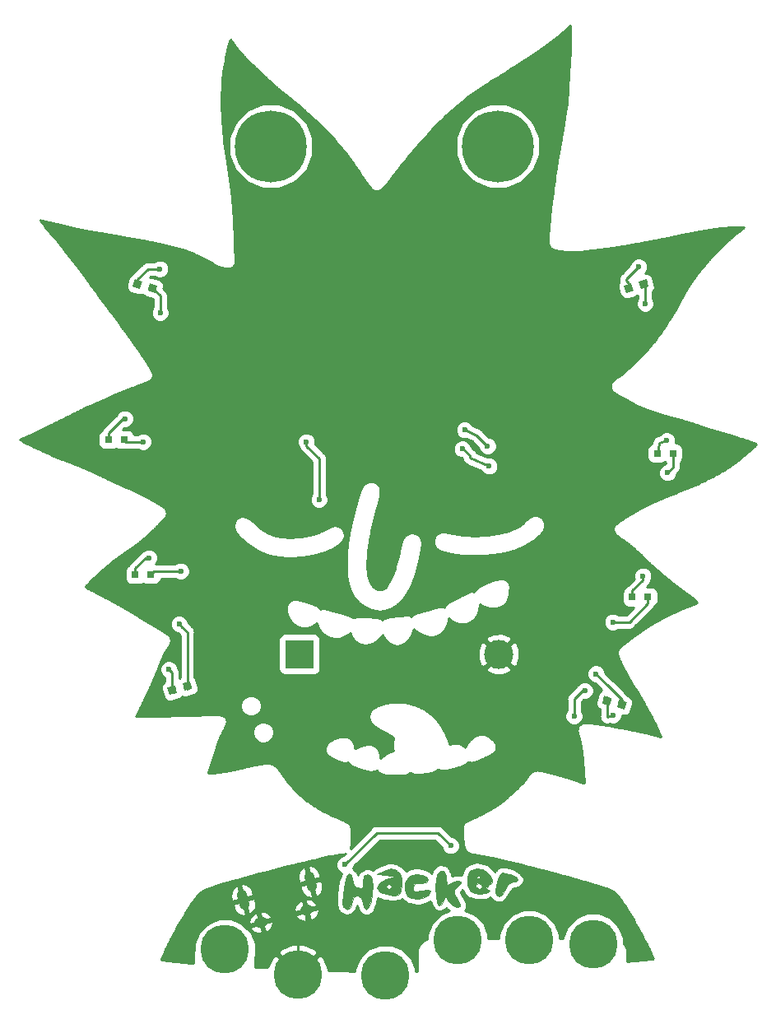
<source format=gtl>
G04 #@! TF.GenerationSoftware,KiCad,Pcbnew,(5.0.2)-1*
G04 #@! TF.CreationDate,2019-04-28T20:41:13-04:00*
G04 #@! TF.ProjectId,Badge2019,42616467-6532-4303-9139-2e6b69636164,rev?*
G04 #@! TF.SameCoordinates,Original*
G04 #@! TF.FileFunction,Copper,L1,Top*
G04 #@! TF.FilePolarity,Positive*
%FSLAX46Y46*%
G04 Gerber Fmt 4.6, Leading zero omitted, Abs format (unit mm)*
G04 Created by KiCad (PCBNEW (5.0.2)-1) date 4/28/2019 8:41:13 PM*
%MOMM*%
%LPD*%
G01*
G04 APERTURE LIST*
G04 #@! TA.AperFunction,EtchedComponent*
%ADD10C,0.010000*%
G04 #@! TD*
G04 #@! TA.AperFunction,ComponentPad*
%ADD11R,3.000000X3.000000*%
G04 #@! TD*
G04 #@! TA.AperFunction,ComponentPad*
%ADD12C,3.000000*%
G04 #@! TD*
G04 #@! TA.AperFunction,ComponentPad*
%ADD13C,5.000000*%
G04 #@! TD*
G04 #@! TA.AperFunction,ComponentPad*
%ADD14C,0.800000*%
G04 #@! TD*
G04 #@! TA.AperFunction,ComponentPad*
%ADD15C,7.400000*%
G04 #@! TD*
G04 #@! TA.AperFunction,SMDPad,CuDef*
%ADD16C,0.800000*%
G04 #@! TD*
G04 #@! TA.AperFunction,Conductor*
%ADD17C,0.100000*%
G04 #@! TD*
G04 #@! TA.AperFunction,SMDPad,CuDef*
%ADD18R,0.800000X0.800000*%
G04 #@! TD*
G04 #@! TA.AperFunction,ComponentPad*
%ADD19C,1.050000*%
G04 #@! TD*
G04 #@! TA.AperFunction,Conductor*
%ADD20C,1.050000*%
G04 #@! TD*
G04 #@! TA.AperFunction,ComponentPad*
%ADD21C,1.000000*%
G04 #@! TD*
G04 #@! TA.AperFunction,Conductor*
%ADD22C,1.000000*%
G04 #@! TD*
G04 #@! TA.AperFunction,ViaPad*
%ADD23C,0.600000*%
G04 #@! TD*
G04 #@! TA.AperFunction,Conductor*
%ADD24C,0.250000*%
G04 #@! TD*
G04 #@! TA.AperFunction,Conductor*
%ADD25C,0.254000*%
G04 #@! TD*
G04 APERTURE END LIST*
D10*
G04 #@! TO.C,G\002A\002A\002A*
G36*
X217468657Y-128667560D02*
X218080211Y-129187397D01*
X218112846Y-129235397D01*
X218406381Y-129741546D01*
X218380535Y-130034175D01*
X218067908Y-130304870D01*
X217802758Y-130580392D01*
X217898014Y-130673509D01*
X218105345Y-130827967D01*
X218067021Y-130940877D01*
X217669275Y-131156192D01*
X217026175Y-131192998D01*
X216393887Y-131058315D01*
X216115232Y-130887403D01*
X215847064Y-130308336D01*
X215845981Y-130268390D01*
X216705026Y-130268390D01*
X216730179Y-130406140D01*
X217071998Y-130663310D01*
X217147011Y-130673509D01*
X217391399Y-130469575D01*
X217398600Y-130406140D01*
X217180972Y-130171494D01*
X216981768Y-130138772D01*
X216705026Y-130268390D01*
X215845981Y-130268390D01*
X215826621Y-129554829D01*
X215831943Y-129540112D01*
X216712457Y-129540112D01*
X216975267Y-129582927D01*
X217322048Y-129533770D01*
X217326188Y-129442500D01*
X216968344Y-129378674D01*
X216813732Y-129421392D01*
X216712457Y-129540112D01*
X215831943Y-129540112D01*
X216053902Y-128926337D01*
X216115232Y-128855403D01*
X216752875Y-128545332D01*
X217468657Y-128667560D01*
X217468657Y-128667560D01*
G37*
X217468657Y-128667560D02*
X218080211Y-129187397D01*
X218112846Y-129235397D01*
X218406381Y-129741546D01*
X218380535Y-130034175D01*
X218067908Y-130304870D01*
X217802758Y-130580392D01*
X217898014Y-130673509D01*
X218105345Y-130827967D01*
X218067021Y-130940877D01*
X217669275Y-131156192D01*
X217026175Y-131192998D01*
X216393887Y-131058315D01*
X216115232Y-130887403D01*
X215847064Y-130308336D01*
X215845981Y-130268390D01*
X216705026Y-130268390D01*
X216730179Y-130406140D01*
X217071998Y-130663310D01*
X217147011Y-130673509D01*
X217391399Y-130469575D01*
X217398600Y-130406140D01*
X217180972Y-130171494D01*
X216981768Y-130138772D01*
X216705026Y-130268390D01*
X215845981Y-130268390D01*
X215826621Y-129554829D01*
X215831943Y-129540112D01*
X216712457Y-129540112D01*
X216975267Y-129582927D01*
X217322048Y-129533770D01*
X217326188Y-129442500D01*
X216968344Y-129378674D01*
X216813732Y-129421392D01*
X216712457Y-129540112D01*
X215831943Y-129540112D01*
X216053902Y-128926337D01*
X216115232Y-128855403D01*
X216752875Y-128545332D01*
X217468657Y-128667560D01*
G36*
X220084782Y-129137080D02*
X220217440Y-129178205D01*
X220804635Y-129456090D01*
X221033190Y-129746071D01*
X220867448Y-129941226D01*
X220479003Y-129962553D01*
X220019678Y-130172323D01*
X219713899Y-130697816D01*
X219388172Y-131255129D01*
X219037283Y-131464457D01*
X218786203Y-131289661D01*
X218735442Y-130980775D01*
X218822236Y-130373630D01*
X219013854Y-129687283D01*
X219234888Y-129169641D01*
X219524892Y-129014567D01*
X220084782Y-129137080D01*
X220084782Y-129137080D01*
G37*
X220084782Y-129137080D02*
X220217440Y-129178205D01*
X220804635Y-129456090D01*
X221033190Y-129746071D01*
X220867448Y-129941226D01*
X220479003Y-129962553D01*
X220019678Y-130172323D01*
X219713899Y-130697816D01*
X219388172Y-131255129D01*
X219037283Y-131464457D01*
X218786203Y-131289661D01*
X218735442Y-130980775D01*
X218822236Y-130373630D01*
X219013854Y-129687283D01*
X219234888Y-129169641D01*
X219524892Y-129014567D01*
X220084782Y-129137080D01*
G36*
X208530563Y-128778088D02*
X208556155Y-128791608D01*
X208936335Y-129102347D01*
X209073220Y-129600565D01*
X209057870Y-130202019D01*
X208963209Y-130931032D01*
X208729745Y-131280684D01*
X208222377Y-131341162D01*
X207505968Y-131238021D01*
X206836886Y-131034883D01*
X206582873Y-130687308D01*
X206570179Y-130539825D01*
X206630033Y-130406140D01*
X207505968Y-130406140D01*
X207709429Y-130665739D01*
X207773337Y-130673509D01*
X208032936Y-130470048D01*
X208040705Y-130406140D01*
X207837245Y-130146541D01*
X207773337Y-130138772D01*
X207513738Y-130342233D01*
X207505968Y-130406140D01*
X206630033Y-130406140D01*
X206780565Y-130069926D01*
X207454842Y-129714630D01*
X207505968Y-129697487D01*
X208441758Y-129389887D01*
X207505968Y-129287651D01*
X206570179Y-129185414D01*
X207271622Y-128832481D01*
X207937194Y-128618696D01*
X208530563Y-128778088D01*
X208530563Y-128778088D01*
G37*
X208530563Y-128778088D02*
X208556155Y-128791608D01*
X208936335Y-129102347D01*
X209073220Y-129600565D01*
X209057870Y-130202019D01*
X208963209Y-130931032D01*
X208729745Y-131280684D01*
X208222377Y-131341162D01*
X207505968Y-131238021D01*
X206836886Y-131034883D01*
X206582873Y-130687308D01*
X206570179Y-130539825D01*
X206630033Y-130406140D01*
X207505968Y-130406140D01*
X207709429Y-130665739D01*
X207773337Y-130673509D01*
X208032936Y-130470048D01*
X208040705Y-130406140D01*
X207837245Y-130146541D01*
X207773337Y-130138772D01*
X207513738Y-130342233D01*
X207505968Y-130406140D01*
X206630033Y-130406140D01*
X206780565Y-130069926D01*
X207454842Y-129714630D01*
X207505968Y-129697487D01*
X208441758Y-129389887D01*
X207505968Y-129287651D01*
X206570179Y-129185414D01*
X207271622Y-128832481D01*
X207937194Y-128618696D01*
X208530563Y-128778088D01*
G36*
X211234357Y-129224679D02*
X211688035Y-129497806D01*
X211783863Y-129752933D01*
X211591516Y-130051372D01*
X211058103Y-130082049D01*
X210471626Y-130135896D01*
X210229713Y-130507669D01*
X210226255Y-130827146D01*
X210487133Y-130914881D01*
X211089157Y-130829764D01*
X211711462Y-130767013D01*
X212037259Y-130839534D01*
X212051232Y-130875288D01*
X211815343Y-131338503D01*
X211233102Y-131663327D01*
X210714389Y-131742982D01*
X210062368Y-131626259D01*
X209698389Y-131422140D01*
X209400511Y-130810635D01*
X209424327Y-130077667D01*
X209741629Y-129471174D01*
X209937187Y-129323339D01*
X210584600Y-129151137D01*
X211234357Y-129224679D01*
X211234357Y-129224679D01*
G37*
X211234357Y-129224679D02*
X211688035Y-129497806D01*
X211783863Y-129752933D01*
X211591516Y-130051372D01*
X211058103Y-130082049D01*
X210471626Y-130135896D01*
X210229713Y-130507669D01*
X210226255Y-130827146D01*
X210487133Y-130914881D01*
X211089157Y-130829764D01*
X211711462Y-130767013D01*
X212037259Y-130839534D01*
X212051232Y-130875288D01*
X211815343Y-131338503D01*
X211233102Y-131663327D01*
X210714389Y-131742982D01*
X210062368Y-131626259D01*
X209698389Y-131422140D01*
X209400511Y-130810635D01*
X209424327Y-130077667D01*
X209741629Y-129471174D01*
X209937187Y-129323339D01*
X210584600Y-129151137D01*
X211234357Y-129224679D01*
G36*
X213386964Y-128857758D02*
X213617642Y-129291952D01*
X213655442Y-129657509D01*
X213696976Y-130206680D01*
X213849386Y-130295129D01*
X213976284Y-130192246D01*
X214504651Y-129917493D01*
X214819828Y-129871403D01*
X215171129Y-129899252D01*
X215145014Y-130072918D01*
X214848793Y-130416977D01*
X214535440Y-130821304D01*
X214520524Y-131172001D01*
X214799214Y-131714387D01*
X214822470Y-131753819D01*
X215116008Y-132285491D01*
X215117980Y-132502062D01*
X214815336Y-132544905D01*
X214749439Y-132545088D01*
X214217613Y-132328852D01*
X213881761Y-131943509D01*
X213632927Y-131526606D01*
X213504496Y-131568540D01*
X213404459Y-131902290D01*
X213157820Y-132299074D01*
X212920179Y-132347904D01*
X212735564Y-132038937D01*
X212618395Y-131382296D01*
X212578797Y-130561968D01*
X212626901Y-129761936D01*
X212748258Y-129224850D01*
X213054903Y-128815233D01*
X213386964Y-128857758D01*
X213386964Y-128857758D01*
G37*
X213386964Y-128857758D02*
X213617642Y-129291952D01*
X213655442Y-129657509D01*
X213696976Y-130206680D01*
X213849386Y-130295129D01*
X213976284Y-130192246D01*
X214504651Y-129917493D01*
X214819828Y-129871403D01*
X215171129Y-129899252D01*
X215145014Y-130072918D01*
X214848793Y-130416977D01*
X214535440Y-130821304D01*
X214520524Y-131172001D01*
X214799214Y-131714387D01*
X214822470Y-131753819D01*
X215116008Y-132285491D01*
X215117980Y-132502062D01*
X214815336Y-132544905D01*
X214749439Y-132545088D01*
X214217613Y-132328852D01*
X213881761Y-131943509D01*
X213632927Y-131526606D01*
X213504496Y-131568540D01*
X213404459Y-131902290D01*
X213157820Y-132299074D01*
X212920179Y-132347904D01*
X212735564Y-132038937D01*
X212618395Y-131382296D01*
X212578797Y-130561968D01*
X212626901Y-129761936D01*
X212748258Y-129224850D01*
X213054903Y-128815233D01*
X213386964Y-128857758D01*
G36*
X203948756Y-129298616D02*
X204030179Y-129709114D01*
X204187923Y-130267140D01*
X204453099Y-130511219D01*
X204918400Y-130649078D01*
X205080881Y-130468316D01*
X205099653Y-130020867D01*
X205220587Y-129375104D01*
X205567246Y-129194759D01*
X205865490Y-129314252D01*
X206038720Y-129676921D01*
X206090116Y-130354255D01*
X206039071Y-131176366D01*
X205904977Y-131973362D01*
X205707228Y-132575354D01*
X205466170Y-132812456D01*
X205181019Y-132583359D01*
X205099653Y-132175219D01*
X204941384Y-131614346D01*
X204584304Y-131364379D01*
X204204997Y-131460493D01*
X203980049Y-131937868D01*
X203978303Y-131951834D01*
X203784117Y-132526594D01*
X203456962Y-132770749D01*
X203125827Y-132594061D01*
X203105227Y-132562624D01*
X203008164Y-132104611D01*
X203026074Y-131372474D01*
X203131949Y-130535169D01*
X203298780Y-129761648D01*
X203499559Y-129220865D01*
X203663661Y-129069298D01*
X203948756Y-129298616D01*
X203948756Y-129298616D01*
G37*
X203948756Y-129298616D02*
X204030179Y-129709114D01*
X204187923Y-130267140D01*
X204453099Y-130511219D01*
X204918400Y-130649078D01*
X205080881Y-130468316D01*
X205099653Y-130020867D01*
X205220587Y-129375104D01*
X205567246Y-129194759D01*
X205865490Y-129314252D01*
X206038720Y-129676921D01*
X206090116Y-130354255D01*
X206039071Y-131176366D01*
X205904977Y-131973362D01*
X205707228Y-132575354D01*
X205466170Y-132812456D01*
X205181019Y-132583359D01*
X205099653Y-132175219D01*
X204941384Y-131614346D01*
X204584304Y-131364379D01*
X204204997Y-131460493D01*
X203980049Y-131937868D01*
X203978303Y-131951834D01*
X203784117Y-132526594D01*
X203456962Y-132770749D01*
X203125827Y-132594061D01*
X203105227Y-132562624D01*
X203008164Y-132104611D01*
X203026074Y-131372474D01*
X203131949Y-130535169D01*
X203298780Y-129761648D01*
X203499559Y-129220865D01*
X203663661Y-129069298D01*
X203948756Y-129298616D01*
G04 #@! TD*
D11*
G04 #@! TO.P,BT1,1*
G04 #@! TO.N,/VBATCR*
X198564500Y-106537760D03*
D12*
G04 #@! TO.P,BT1,2*
G04 #@! TO.N,GND*
X219054500Y-106537760D03*
G04 #@! TD*
D13*
G04 #@! TO.P,REF\002A\002A,6*
G04 #@! TO.N,/MOSI*
X228785420Y-136326880D03*
G04 #@! TD*
G04 #@! TO.P,REF\002A\002A,1*
G04 #@! TO.N,/SCK*
X214866220Y-135978900D03*
G04 #@! TD*
G04 #@! TO.P,REF\002A\002A,5*
G04 #@! TO.N,/MISO*
X222204280Y-135978900D03*
G04 #@! TD*
G04 #@! TO.P,REF\002A\002A,1*
G04 #@! TO.N,GND*
X198401940Y-139494260D03*
G04 #@! TD*
G04 #@! TO.P,REF\002A\002A,1*
G04 #@! TO.N,/VIN5V*
X207408780Y-139573000D03*
G04 #@! TD*
D14*
G04 #@! TO.P,,1*
G04 #@! TO.N,N/C*
X197593021Y-52322659D03*
X195630800Y-51509880D03*
X193668579Y-52322659D03*
X192855800Y-54284880D03*
X193668579Y-56247101D03*
X195630800Y-57059880D03*
X197593021Y-56247101D03*
X198405800Y-54284880D03*
D15*
X195630800Y-54284880D03*
G04 #@! TD*
G04 #@! TO.P,,1*
G04 #@! TO.N,N/C*
X218970860Y-54284880D03*
D14*
X221745860Y-54284880D03*
X220933081Y-56247101D03*
X218970860Y-57059880D03*
X217008639Y-56247101D03*
X216195860Y-54284880D03*
X217008639Y-52322659D03*
X218970860Y-51509880D03*
X220933081Y-52322659D03*
G04 #@! TD*
D16*
G04 #@! TO.P,D1,1*
G04 #@! TO.N,Net-(D1-Pad1)*
X185475299Y-110242395D03*
D17*
G04 #@! TD*
G04 #@! TO.N,Net-(D1-Pad1)*
G04 #@! TO.C,D1*
G36*
X185758142Y-109752497D02*
X185965197Y-110525238D01*
X185192456Y-110732293D01*
X184985401Y-109959552D01*
X185758142Y-109752497D01*
X185758142Y-109752497D01*
G37*
D16*
G04 #@! TO.P,D1,2*
G04 #@! TO.N,Net-(D1-Pad2)*
X187020781Y-109828285D03*
D17*
G04 #@! TD*
G04 #@! TO.N,Net-(D1-Pad2)*
G04 #@! TO.C,D1*
G36*
X187303624Y-109338387D02*
X187510679Y-110111128D01*
X186737938Y-110318183D01*
X186530883Y-109545442D01*
X187303624Y-109338387D01*
X187303624Y-109338387D01*
G37*
D18*
G04 #@! TO.P,D2,2*
G04 #@! TO.N,Net-(D2-Pad2)*
X183278580Y-98348800D03*
G04 #@! TO.P,D2,1*
G04 #@! TO.N,Net-(D2-Pad1)*
X181678580Y-98348800D03*
G04 #@! TD*
G04 #@! TO.P,D3,1*
G04 #@! TO.N,Net-(D3-Pad1)*
X178915160Y-84467700D03*
G04 #@! TO.P,D3,2*
G04 #@! TO.N,Net-(D3-Pad2)*
X180515160Y-84467700D03*
G04 #@! TD*
D16*
G04 #@! TO.P,D4,2*
G04 #@! TO.N,Net-(D4-Pad2)*
X183452081Y-68891195D03*
D17*
G04 #@! TD*
G04 #@! TO.N,Net-(D4-Pad2)*
G04 #@! TO.C,D4*
G36*
X183941979Y-68608352D02*
X183734924Y-69381093D01*
X182962183Y-69174038D01*
X183169238Y-68401297D01*
X183941979Y-68608352D01*
X183941979Y-68608352D01*
G37*
D16*
G04 #@! TO.P,D4,1*
G04 #@! TO.N,Net-(D4-Pad1)*
X181906599Y-68477085D03*
D17*
G04 #@! TD*
G04 #@! TO.N,Net-(D4-Pad1)*
G04 #@! TO.C,D4*
G36*
X182396497Y-68194242D02*
X182189442Y-68966983D01*
X181416701Y-68759928D01*
X181623756Y-67987187D01*
X182396497Y-68194242D01*
X182396497Y-68194242D01*
G37*
D16*
G04 #@! TO.P,D5,1*
G04 #@! TO.N,Net-(D5-Pad1)*
X232444979Y-68891195D03*
D17*
G04 #@! TD*
G04 #@! TO.N,Net-(D5-Pad1)*
G04 #@! TO.C,D5*
G36*
X232727822Y-68401297D02*
X232934877Y-69174038D01*
X232162136Y-69381093D01*
X231955081Y-68608352D01*
X232727822Y-68401297D01*
X232727822Y-68401297D01*
G37*
D16*
G04 #@! TO.P,D5,2*
G04 #@! TO.N,Net-(D5-Pad2)*
X233990461Y-68477085D03*
D17*
G04 #@! TD*
G04 #@! TO.N,Net-(D5-Pad2)*
G04 #@! TO.C,D5*
G36*
X234273304Y-67987187D02*
X234480359Y-68759928D01*
X233707618Y-68966983D01*
X233500563Y-68194242D01*
X234273304Y-67987187D01*
X234273304Y-67987187D01*
G37*
D18*
G04 #@! TO.P,D6,1*
G04 #@! TO.N,Net-(D6-Pad1)*
X235386980Y-85879940D03*
G04 #@! TO.P,D6,2*
G04 #@! TO.N,Net-(D6-Pad2)*
X236986980Y-85879940D03*
G04 #@! TD*
G04 #@! TO.P,D7,1*
G04 #@! TO.N,Net-(D7-Pad1)*
X232816500Y-100652580D03*
G04 #@! TO.P,D7,2*
G04 #@! TO.N,Net-(D7-Pad2)*
X234416500Y-100652580D03*
G04 #@! TD*
D16*
G04 #@! TO.P,D8,2*
G04 #@! TO.N,Net-(D8-Pad2)*
X231745101Y-111740995D03*
D17*
G04 #@! TD*
G04 #@! TO.N,Net-(D8-Pad2)*
G04 #@! TO.C,D8*
G36*
X232234999Y-111458152D02*
X232027944Y-112230893D01*
X231255203Y-112023838D01*
X231462258Y-111251097D01*
X232234999Y-111458152D01*
X232234999Y-111458152D01*
G37*
D16*
G04 #@! TO.P,D8,1*
G04 #@! TO.N,Net-(D8-Pad1)*
X230199619Y-111326885D03*
D17*
G04 #@! TD*
G04 #@! TO.N,Net-(D8-Pad1)*
G04 #@! TO.C,D8*
G36*
X230689517Y-111044042D02*
X230482462Y-111816783D01*
X229709721Y-111609728D01*
X229916776Y-110836987D01*
X230689517Y-111044042D01*
X230689517Y-111044042D01*
G37*
D13*
G04 #@! TO.P,REF\002A\002A,1*
G04 #@! TO.N,/RST*
X190914020Y-136903460D03*
G04 #@! TD*
D19*
G04 #@! TO.P,USB1,7*
G04 #@! TO.N,GND*
X192787215Y-131798778D03*
D20*
G04 #@! TD*
G04 #@! TO.N,GND*
G04 #@! TO.C,USB1*
X192929565Y-132330037D02*
X192644865Y-131267519D01*
D19*
G04 #@! TO.P,USB1,8*
G04 #@! TO.N,GND*
X199693585Y-129948222D03*
D20*
G04 #@! TD*
G04 #@! TO.N,GND*
G04 #@! TO.C,USB1*
X199835935Y-130479481D02*
X199551235Y-129416963D01*
D21*
G04 #@! TO.P,USB1,6*
G04 #@! TO.N,GND*
X194604606Y-134138114D03*
D22*
G04 #@! TD*
G04 #@! TO.N,GND*
G04 #@! TO.C,USB1*
X194752180Y-134098572D02*
X194457032Y-134177656D01*
D21*
G04 #@! TO.P,USB1,9*
G04 #@! TO.N,GND*
X199289346Y-132882841D03*
D22*
G04 #@! TD*
G04 #@! TO.N,GND*
G04 #@! TO.C,USB1*
X199436920Y-132843299D02*
X199141772Y-132922383D01*
D23*
G04 #@! TO.N,GND*
X233067860Y-84579460D03*
X226768660Y-89103200D03*
X232610660Y-96509840D03*
X178691540Y-65290700D03*
X225905060Y-68399660D03*
X190609220Y-106829860D03*
X181249320Y-101137720D03*
X206656940Y-106507280D03*
X207586580Y-106507280D03*
X208574640Y-106507280D03*
X207667860Y-107373420D03*
X207647540Y-108364020D03*
X207647540Y-109313980D03*
X206656940Y-109291120D03*
X208617820Y-109395260D03*
X210515200Y-106527600D03*
X211317840Y-106507280D03*
X209854800Y-107581700D03*
X209936080Y-108529120D03*
X210741260Y-109395260D03*
X211503260Y-109313980D03*
X212123020Y-108488480D03*
X212039200Y-107538520D03*
X213278720Y-106342180D03*
X214165180Y-106321860D03*
X215092280Y-106301540D03*
X214226140Y-107353100D03*
X214205820Y-108468160D03*
X214205820Y-109395260D03*
X201714100Y-58671460D03*
X228437440Y-111467900D03*
X188305440Y-133299200D03*
X198760080Y-119908320D03*
G04 #@! TO.N,Net-(D1-Pad2)*
X186188508Y-103440331D03*
G04 #@! TO.N,Net-(D2-Pad2)*
X186349640Y-97995740D03*
G04 #@! TO.N,Net-(D3-Pad2)*
X182471060Y-84688680D03*
G04 #@! TO.N,Net-(D1-Pad1)*
X185133017Y-108108353D03*
G04 #@! TO.N,Net-(D2-Pad1)*
X183073040Y-96626680D03*
G04 #@! TO.N,Net-(D3-Pad1)*
X180586380Y-82323940D03*
G04 #@! TO.N,Net-(D4-Pad2)*
X184238900Y-71437500D03*
G04 #@! TO.N,Net-(D4-Pad1)*
X184205880Y-66908680D03*
G04 #@! TO.N,Net-(D5-Pad1)*
X233471720Y-66690240D03*
G04 #@! TO.N,Net-(D5-Pad2)*
X234139740Y-70477380D03*
G04 #@! TO.N,Net-(D6-Pad2)*
X236435900Y-87889080D03*
G04 #@! TO.N,Net-(D6-Pad1)*
X236358240Y-84582000D03*
G04 #@! TO.N,Net-(D7-Pad1)*
X233906060Y-98496120D03*
G04 #@! TO.N,Net-(D7-Pad2)*
X230803728Y-103231413D03*
G04 #@! TO.N,Net-(D8-Pad2)*
X229080060Y-108557060D03*
G04 #@! TO.N,Net-(D8-Pad1)*
X230845360Y-112826800D03*
G04 #@! TO.N,/RST*
X226814464Y-112897920D03*
X214129620Y-126245620D03*
X203238100Y-128196340D03*
X227914200Y-110284260D03*
G04 #@! TO.N,/MISO*
X218081860Y-87205820D03*
X215323420Y-85437980D03*
G04 #@! TO.N,/SCK*
X217921840Y-85133180D03*
X215562180Y-83466940D03*
G04 #@! TO.N,/VCC*
X199273160Y-84683600D03*
X200576180Y-90637360D03*
G04 #@! TD*
D24*
G04 #@! TO.N,GND*
X199289346Y-132882841D02*
X199289346Y-135139754D01*
X198401940Y-136027160D02*
X198401940Y-139220866D01*
X199289346Y-135139754D02*
X198401940Y-136027160D01*
G04 #@! TO.N,Net-(D1-Pad2)*
X187020781Y-109828285D02*
X187020781Y-104272604D01*
X187020781Y-104272604D02*
X186488507Y-103740330D01*
X186488507Y-103740330D02*
X186188508Y-103440331D01*
G04 #@! TO.N,Net-(D2-Pad2)*
X183631640Y-97995740D02*
X183278580Y-98348800D01*
X186349640Y-97995740D02*
X183631640Y-97995740D01*
G04 #@! TO.N,Net-(D3-Pad2)*
X180736140Y-84688680D02*
X180515160Y-84467700D01*
X182471060Y-84688680D02*
X180736140Y-84688680D01*
G04 #@! TO.N,Net-(D1-Pad1)*
X185475299Y-110242395D02*
X185475299Y-108450635D01*
X185433016Y-108408352D02*
X185133017Y-108108353D01*
X185475299Y-108450635D02*
X185433016Y-108408352D01*
G04 #@! TO.N,Net-(D2-Pad1)*
X181678580Y-97698800D02*
X182750700Y-96626680D01*
X181678580Y-98348800D02*
X181678580Y-97698800D01*
X182750700Y-96626680D02*
X183073040Y-96626680D01*
G04 #@! TO.N,Net-(D3-Pad1)*
X178915160Y-83817700D02*
X180408920Y-82323940D01*
X178915160Y-84467700D02*
X178915160Y-83817700D01*
X180408920Y-82323940D02*
X180586380Y-82323940D01*
G04 #@! TO.N,Net-(D4-Pad2)*
X184238900Y-69678014D02*
X183452081Y-68891195D01*
X184238900Y-71437500D02*
X184238900Y-69678014D01*
G04 #@! TO.N,Net-(D4-Pad1)*
X181906599Y-67962975D02*
X182960894Y-66908680D01*
X181906599Y-68477085D02*
X181906599Y-67962975D01*
X182960894Y-66908680D02*
X184205880Y-66908680D01*
G04 #@! TO.N,Net-(D5-Pad1)*
X232444979Y-68377085D02*
X232209340Y-68141446D01*
X232444979Y-68891195D02*
X232444979Y-68377085D01*
X232209340Y-68141446D02*
X232209340Y-67952620D01*
X232209340Y-67952620D02*
X233471720Y-66690240D01*
G04 #@! TO.N,Net-(D5-Pad2)*
X234139740Y-68626364D02*
X233990461Y-68477085D01*
X234139740Y-70477380D02*
X234139740Y-68626364D01*
G04 #@! TO.N,Net-(D6-Pad2)*
X236986980Y-85879940D02*
X236986980Y-87338000D01*
X236986980Y-87338000D02*
X236435900Y-87889080D01*
G04 #@! TO.N,Net-(D6-Pad1)*
X235612940Y-84782660D02*
X235386980Y-85879940D01*
X236358240Y-84582000D02*
X235612940Y-84782660D01*
G04 #@! TO.N,Net-(D7-Pad1)*
X232816500Y-100002580D02*
X233906060Y-98913020D01*
X232816500Y-100652580D02*
X232816500Y-100002580D01*
X233906060Y-98913020D02*
X233906060Y-98496120D01*
G04 #@! TO.N,Net-(D7-Pad2)*
X232487667Y-103231413D02*
X231227992Y-103231413D01*
X234416500Y-101302580D02*
X232487667Y-103231413D01*
X231227992Y-103231413D02*
X230803728Y-103231413D01*
X234416500Y-100652580D02*
X234416500Y-101302580D01*
G04 #@! TO.N,Net-(D8-Pad2)*
X231745101Y-111226885D02*
X231745101Y-111740995D01*
X230304915Y-109786699D02*
X231745101Y-111226885D01*
X230284299Y-109786699D02*
X230304915Y-109786699D01*
X229080060Y-108557060D02*
X230284299Y-109786699D01*
G04 #@! TO.N,Net-(D8-Pad1)*
X230199619Y-112996399D02*
X230199619Y-111326885D01*
X230845360Y-112826800D02*
X230199619Y-112996399D01*
G04 #@! TO.N,/RST*
X206524860Y-124909580D02*
X203238100Y-128196340D01*
X214129620Y-126245620D02*
X212793580Y-124909580D01*
X212793580Y-124909580D02*
X206524860Y-124909580D01*
X226819460Y-112892924D02*
X226814464Y-112897920D01*
X226819460Y-111137700D02*
X226819460Y-112892924D01*
X227914200Y-110284260D02*
X227672900Y-110284260D01*
X227672900Y-110284260D02*
X226819460Y-111137700D01*
G04 #@! TO.N,/MISO*
X216085699Y-86324719D02*
X218081860Y-87205820D01*
X215323420Y-85437980D02*
X216085699Y-86058019D01*
X216085699Y-86058019D02*
X216085699Y-86324719D01*
G04 #@! TO.N,/SCK*
X216811860Y-84023200D02*
X217921840Y-85133180D01*
X215562180Y-83466940D02*
X216811860Y-84023200D01*
G04 #@! TO.N,/VCC*
X199273160Y-85107864D02*
X200576180Y-86410884D01*
X199273160Y-84683600D02*
X199273160Y-85107864D01*
X200576180Y-86410884D02*
X200576180Y-90637360D01*
G04 #@! TD*
D25*
G04 #@! TO.N,GND*
G36*
X203098299Y-127261340D02*
X203052117Y-127261340D01*
X202708465Y-127403685D01*
X202445445Y-127666705D01*
X202303100Y-128010357D01*
X202303100Y-128382323D01*
X202445445Y-128725975D01*
X202708465Y-128988995D01*
X202877036Y-129058819D01*
X202698798Y-129538890D01*
X202691492Y-129584409D01*
X202673165Y-129626717D01*
X202506334Y-130400238D01*
X202505883Y-130428281D01*
X202497005Y-130454882D01*
X202391130Y-131292187D01*
X202393440Y-131324860D01*
X202386265Y-131356823D01*
X202368355Y-132088960D01*
X202381136Y-132162583D01*
X202382069Y-132237294D01*
X202479132Y-132695307D01*
X202512900Y-132774036D01*
X202513520Y-132780285D01*
X202523876Y-132799626D01*
X202525693Y-132803862D01*
X202569918Y-132913401D01*
X202590518Y-132944838D01*
X202614943Y-132969705D01*
X202631394Y-133000430D01*
X202701754Y-133058088D01*
X202765502Y-133122990D01*
X202797583Y-133136617D01*
X202824541Y-133158708D01*
X203155676Y-133335396D01*
X203261112Y-133367297D01*
X203364949Y-133404100D01*
X203380135Y-133403308D01*
X203394690Y-133407712D01*
X203504304Y-133396836D01*
X203614326Y-133391101D01*
X203628055Y-133384557D01*
X203643186Y-133383056D01*
X203740291Y-133331062D01*
X203839746Y-133283659D01*
X204166900Y-133039504D01*
X204212230Y-132989189D01*
X204265899Y-132947885D01*
X204294996Y-132897321D01*
X204334045Y-132853977D01*
X204356669Y-132790146D01*
X204390447Y-132731446D01*
X204495789Y-132419652D01*
X204553370Y-132708485D01*
X204590588Y-132798229D01*
X204619757Y-132890906D01*
X204638096Y-132912785D01*
X204649031Y-132939151D01*
X204717756Y-133007817D01*
X204780174Y-133082281D01*
X205065324Y-133311378D01*
X205143490Y-133352119D01*
X205216369Y-133401692D01*
X205253310Y-133409358D01*
X205286766Y-133426796D01*
X205374568Y-133434523D01*
X205460875Y-133452434D01*
X205497939Y-133445380D01*
X205535520Y-133448687D01*
X205619594Y-133422226D01*
X205706188Y-133405745D01*
X205737731Y-133385044D01*
X205773717Y-133373718D01*
X205841266Y-133317096D01*
X205914959Y-133268733D01*
X206156017Y-133031631D01*
X206171238Y-133009254D01*
X206192544Y-132992569D01*
X206241005Y-132906688D01*
X206296464Y-132825155D01*
X206301963Y-132798658D01*
X206315263Y-132775088D01*
X206513012Y-132173096D01*
X206518872Y-132124917D01*
X206536106Y-132079549D01*
X206612312Y-131626612D01*
X206650958Y-131647281D01*
X207320039Y-131850418D01*
X207368677Y-131855220D01*
X207414768Y-131871490D01*
X208131176Y-131974631D01*
X208214721Y-131970168D01*
X208298128Y-131976663D01*
X208805497Y-131916185D01*
X208829533Y-131908353D01*
X208854809Y-131908345D01*
X208947506Y-131869913D01*
X209042926Y-131838822D01*
X209062134Y-131822389D01*
X209085485Y-131812708D01*
X209154412Y-131743735D01*
X209164477Y-131756985D01*
X209195554Y-131818065D01*
X209239278Y-131855453D01*
X209274076Y-131901262D01*
X209333254Y-131935813D01*
X209385343Y-131980354D01*
X209749322Y-132184473D01*
X209850513Y-132217417D01*
X209949590Y-132256244D01*
X210601611Y-132372967D01*
X210706610Y-132370950D01*
X210811530Y-132375567D01*
X211330243Y-132295912D01*
X211436905Y-132257132D01*
X211544908Y-132222234D01*
X212066263Y-131931378D01*
X212105516Y-132151361D01*
X212147498Y-132258667D01*
X212186169Y-132367213D01*
X212370784Y-132676180D01*
X212383136Y-132689846D01*
X212390292Y-132706818D01*
X212466448Y-132782019D01*
X212538230Y-132861436D01*
X212554873Y-132869335D01*
X212567978Y-132882276D01*
X212667123Y-132922613D01*
X212763825Y-132968511D01*
X212782220Y-132969440D01*
X212799283Y-132976382D01*
X212906334Y-132975707D01*
X213013223Y-132981104D01*
X213030572Y-132974923D01*
X213048994Y-132974807D01*
X213286635Y-132925977D01*
X213294612Y-132922614D01*
X213303259Y-132922329D01*
X213409366Y-132874230D01*
X213516734Y-132828961D01*
X213522814Y-132822804D01*
X213530698Y-132819230D01*
X213610344Y-132734163D01*
X213669600Y-132674154D01*
X213735144Y-132749356D01*
X213754388Y-132764217D01*
X213768027Y-132784343D01*
X213852617Y-132840070D01*
X213932789Y-132901979D01*
X213956253Y-132908343D01*
X213976558Y-132921720D01*
X214016020Y-132937765D01*
X213090385Y-133321176D01*
X212208496Y-134203065D01*
X211731220Y-135355310D01*
X211731220Y-135835063D01*
X211730989Y-135835095D01*
X211721797Y-135838299D01*
X211712248Y-135840565D01*
X211702523Y-135845017D01*
X211686389Y-135850641D01*
X211670639Y-135855244D01*
X211660038Y-135857281D01*
X211650771Y-135861050D01*
X211641064Y-135863886D01*
X211631389Y-135868931D01*
X211616212Y-135875103D01*
X211601318Y-135880294D01*
X211590658Y-135882908D01*
X211581343Y-135887257D01*
X211571534Y-135890676D01*
X211561975Y-135896299D01*
X211547717Y-135902956D01*
X211533626Y-135908686D01*
X211522957Y-135911879D01*
X211513652Y-135916808D01*
X211503811Y-135920810D01*
X211494429Y-135926992D01*
X211481019Y-135934095D01*
X211467722Y-135940303D01*
X211457105Y-135944069D01*
X211447859Y-135949577D01*
X211438005Y-135954177D01*
X211428828Y-135960912D01*
X211416235Y-135968414D01*
X211403680Y-135975065D01*
X211393132Y-135979410D01*
X211383978Y-135985501D01*
X211374219Y-135990671D01*
X211365335Y-135997907D01*
X211353498Y-136005783D01*
X211341581Y-136012882D01*
X211331201Y-136017775D01*
X211322245Y-136024400D01*
X211312601Y-136030144D01*
X211304013Y-136037885D01*
X211292875Y-136046123D01*
X211281587Y-136053635D01*
X211271382Y-136059079D01*
X211262637Y-136066245D01*
X211253185Y-136072534D01*
X211244956Y-136080731D01*
X211234471Y-136089322D01*
X211223730Y-136097268D01*
X211213764Y-136103236D01*
X211205314Y-136110889D01*
X211196114Y-136117694D01*
X211188273Y-136126323D01*
X211178393Y-136135271D01*
X211168139Y-136143673D01*
X211158456Y-136150143D01*
X211150351Y-136158248D01*
X211141454Y-136165538D01*
X211134034Y-136174565D01*
X211124681Y-136183918D01*
X211114918Y-136192761D01*
X211105541Y-136199720D01*
X211097816Y-136208250D01*
X211089286Y-136215975D01*
X211082327Y-136225352D01*
X211073484Y-136235115D01*
X211064120Y-136244479D01*
X211055097Y-136251896D01*
X211047813Y-136260786D01*
X211039709Y-136268890D01*
X211033238Y-136278574D01*
X211024841Y-136288823D01*
X211015884Y-136298713D01*
X211007260Y-136306549D01*
X211000459Y-136315744D01*
X210992802Y-136324198D01*
X210986830Y-136334169D01*
X210978883Y-136344914D01*
X210970302Y-136355387D01*
X210962100Y-136363620D01*
X210955806Y-136373079D01*
X210948639Y-136381826D01*
X210943195Y-136392031D01*
X210935691Y-136403308D01*
X210927456Y-136414441D01*
X210919715Y-136423029D01*
X210913969Y-136432675D01*
X210907341Y-136441636D01*
X210902447Y-136452019D01*
X210895347Y-136463937D01*
X210887480Y-136475759D01*
X210880232Y-136484659D01*
X210875054Y-136494434D01*
X210868976Y-136503568D01*
X210864639Y-136514096D01*
X210857971Y-136526683D01*
X210850473Y-136539270D01*
X210843743Y-136548440D01*
X210839147Y-136558285D01*
X210833639Y-136567531D01*
X210829872Y-136578151D01*
X210823664Y-136591448D01*
X210816556Y-136604866D01*
X210810376Y-136614246D01*
X210806374Y-136624087D01*
X210801442Y-136633398D01*
X210798248Y-136644070D01*
X210792524Y-136658147D01*
X210785860Y-136672420D01*
X210780240Y-136681974D01*
X210776824Y-136691776D01*
X210772474Y-136701092D01*
X210769860Y-136711755D01*
X210764670Y-136726645D01*
X210758495Y-136741828D01*
X210753454Y-136751496D01*
X210750619Y-136761196D01*
X210746847Y-136770473D01*
X210744808Y-136781083D01*
X210740208Y-136796823D01*
X210734586Y-136812953D01*
X210730130Y-136822686D01*
X210727862Y-136832244D01*
X210724660Y-136841430D01*
X210723191Y-136851928D01*
X210719241Y-136868571D01*
X210714245Y-136885668D01*
X210710379Y-136895411D01*
X210708660Y-136904780D01*
X210706018Y-136913822D01*
X210705107Y-136924148D01*
X210701886Y-136941710D01*
X210697588Y-136959820D01*
X210694316Y-136969498D01*
X210693125Y-136978626D01*
X210691016Y-136987516D01*
X210690645Y-136997649D01*
X210688236Y-137016119D01*
X210684737Y-137035190D01*
X210682047Y-137044754D01*
X210681354Y-137053631D01*
X210679752Y-137062366D01*
X210679900Y-137072273D01*
X210678392Y-137091595D01*
X210675780Y-137111626D01*
X210673648Y-137121060D01*
X210673424Y-137129687D01*
X210672315Y-137138194D01*
X210672955Y-137147786D01*
X210672432Y-137167988D01*
X210671871Y-137175175D01*
X210670652Y-137181304D01*
X210670652Y-137190801D01*
X210668780Y-137214794D01*
X210670652Y-137230519D01*
X210670652Y-137236676D01*
X210669217Y-137292052D01*
X210670652Y-137300389D01*
X210670651Y-139196748D01*
X210543780Y-139197454D01*
X210543780Y-138949410D01*
X210066504Y-137797165D01*
X209184615Y-136915276D01*
X208032370Y-136438000D01*
X206785190Y-136438000D01*
X205632945Y-136915276D01*
X204751056Y-137797165D01*
X204273780Y-138949410D01*
X204273780Y-139138246D01*
X204177001Y-139135445D01*
X203966486Y-139128858D01*
X203762473Y-139121957D01*
X203615286Y-139116573D01*
X203603582Y-139114245D01*
X203551641Y-139114245D01*
X203499752Y-139112347D01*
X203498958Y-139112475D01*
X203117441Y-139097866D01*
X202685897Y-139081264D01*
X202260598Y-139064820D01*
X201849261Y-139048833D01*
X201536724Y-139036620D01*
X201536645Y-138869188D01*
X201060504Y-137719681D01*
X200637820Y-137437985D01*
X199135029Y-138940776D01*
X198834337Y-138928472D01*
X198789954Y-138926641D01*
X200458215Y-137258380D01*
X200176519Y-136835696D01*
X199024048Y-136358966D01*
X197776868Y-136359555D01*
X196627361Y-136835696D01*
X196345665Y-137258380D01*
X197980301Y-138893016D01*
X197825145Y-138886510D01*
X197605284Y-138877209D01*
X196166060Y-137437985D01*
X195743376Y-137719681D01*
X195306385Y-138776086D01*
X195150415Y-138768923D01*
X194880136Y-138756364D01*
X194617413Y-138744009D01*
X194357270Y-138731623D01*
X194104767Y-138719449D01*
X193984030Y-138713553D01*
X193984030Y-137683950D01*
X194049020Y-137527050D01*
X194049020Y-136279870D01*
X193571744Y-135127625D01*
X193196542Y-134752423D01*
X193478325Y-134752423D01*
X193761883Y-135077059D01*
X194158984Y-135274618D01*
X194601460Y-135305175D01*
X194734978Y-135115359D01*
X194514803Y-134293657D01*
X193554930Y-134550854D01*
X193478325Y-134752423D01*
X193196542Y-134752423D01*
X192689855Y-134245736D01*
X192505195Y-134169247D01*
X193322063Y-134169247D01*
X193489190Y-134305509D01*
X193778766Y-134227917D01*
X194760149Y-134227917D01*
X194980323Y-135049619D01*
X195190861Y-135147245D01*
X195558778Y-134899544D01*
X195803898Y-134529902D01*
X195887149Y-134106981D01*
X195720022Y-133970719D01*
X194760149Y-134227917D01*
X193778766Y-134227917D01*
X194449063Y-134048311D01*
X194228889Y-133226609D01*
X194087116Y-133160869D01*
X194474234Y-133160869D01*
X194694409Y-133982571D01*
X195654282Y-133725374D01*
X195730887Y-133523805D01*
X195707605Y-133497150D01*
X198163065Y-133497150D01*
X198446623Y-133821786D01*
X198843724Y-134019345D01*
X199286200Y-134049902D01*
X199419718Y-133860086D01*
X199199543Y-133038384D01*
X198239670Y-133295581D01*
X198163065Y-133497150D01*
X195707605Y-133497150D01*
X195447329Y-133199169D01*
X195050228Y-133001610D01*
X194607752Y-132971053D01*
X194474234Y-133160869D01*
X194087116Y-133160869D01*
X194018351Y-133128983D01*
X193650434Y-133376684D01*
X193405314Y-133746326D01*
X193322063Y-134169247D01*
X192505195Y-134169247D01*
X191537610Y-133768460D01*
X190290430Y-133768460D01*
X189138185Y-134245736D01*
X188256296Y-135127625D01*
X187779020Y-136279870D01*
X187779020Y-136736058D01*
X187776654Y-136741876D01*
X187771622Y-136751526D01*
X187768794Y-136761205D01*
X187765018Y-136770489D01*
X187762976Y-136781112D01*
X187758373Y-136796864D01*
X187752755Y-136812982D01*
X187748293Y-136822730D01*
X187746021Y-136832304D01*
X187742825Y-136841475D01*
X187741359Y-136851955D01*
X187737407Y-136868610D01*
X187732410Y-136885708D01*
X187728548Y-136895441D01*
X187726831Y-136904801D01*
X187724186Y-136913852D01*
X187723274Y-136924188D01*
X187720053Y-136941748D01*
X187715760Y-136959841D01*
X187712485Y-136969528D01*
X187711293Y-136978669D01*
X187709183Y-136987561D01*
X187708812Y-136997692D01*
X187706405Y-137016149D01*
X187702906Y-137035220D01*
X187700216Y-137044784D01*
X187699523Y-137053661D01*
X187697921Y-137062396D01*
X187698069Y-137072303D01*
X187696561Y-137091625D01*
X187693949Y-137111656D01*
X187691817Y-137121090D01*
X187691593Y-137129717D01*
X187690484Y-137138224D01*
X187691124Y-137147816D01*
X187690601Y-137168018D01*
X187690040Y-137175205D01*
X187688821Y-137181334D01*
X187688821Y-137190831D01*
X187686949Y-137214824D01*
X187688821Y-137230549D01*
X187688821Y-137236707D01*
X187687386Y-137292082D01*
X187688821Y-137300419D01*
X187688820Y-138320651D01*
X187662990Y-138318536D01*
X187611828Y-138314329D01*
X187559459Y-138310003D01*
X187509970Y-138305895D01*
X187458955Y-138301642D01*
X187407571Y-138297337D01*
X187355317Y-138292938D01*
X187303754Y-138288576D01*
X187255660Y-138284488D01*
X187201959Y-138279901D01*
X187152725Y-138275674D01*
X187101113Y-138271221D01*
X187050938Y-138266870D01*
X187000231Y-138262449D01*
X186949336Y-138257990D01*
X186898206Y-138253486D01*
X186847733Y-138249017D01*
X186796826Y-138244486D01*
X186589784Y-138225789D01*
X186391046Y-138207358D01*
X186201114Y-138189226D01*
X186019484Y-138171336D01*
X185846223Y-138153681D01*
X185681448Y-138136266D01*
X185524460Y-138119011D01*
X185375776Y-138101965D01*
X185234817Y-138085057D01*
X185101800Y-138068314D01*
X184976368Y-138051687D01*
X184858620Y-138035195D01*
X184748460Y-138018833D01*
X184645788Y-138002599D01*
X184550653Y-137986524D01*
X184462936Y-137970616D01*
X184382743Y-137954938D01*
X184340423Y-137945976D01*
X184348575Y-137924663D01*
X184417355Y-137756556D01*
X184498265Y-137568419D01*
X184590257Y-137362645D01*
X184692329Y-137141388D01*
X184803545Y-136906567D01*
X184923031Y-136659932D01*
X185049881Y-136403278D01*
X185183267Y-136138219D01*
X185322330Y-135866430D01*
X185466227Y-135589544D01*
X185614130Y-135309161D01*
X185765201Y-135026898D01*
X185918510Y-134744531D01*
X186073263Y-134463589D01*
X186228843Y-134185276D01*
X186384034Y-133911869D01*
X186538257Y-133644513D01*
X186690514Y-133385069D01*
X186839979Y-133135105D01*
X186985730Y-132896330D01*
X187126872Y-132670404D01*
X187262326Y-132459244D01*
X187391054Y-132264658D01*
X187420547Y-132221681D01*
X191699611Y-132221681D01*
X191841962Y-132752940D01*
X192086589Y-133136956D01*
X192459551Y-133398126D01*
X192923785Y-133490023D01*
X193063942Y-133322229D01*
X192697412Y-131954321D01*
X191699611Y-132221681D01*
X187420547Y-132221681D01*
X187511864Y-132088619D01*
X187625127Y-131930809D01*
X187678131Y-131859554D01*
X187731664Y-131789007D01*
X187784192Y-131721235D01*
X187835747Y-131656195D01*
X187886381Y-131593822D01*
X187936088Y-131534116D01*
X187984940Y-131476980D01*
X188012995Y-131445076D01*
X191491521Y-131445076D01*
X191633871Y-131976336D01*
X191961375Y-131888581D01*
X192942758Y-131888581D01*
X193309288Y-133256489D01*
X193514564Y-133331724D01*
X193870655Y-133020022D01*
X193920101Y-132913974D01*
X198006803Y-132913974D01*
X198173930Y-133050236D01*
X198463506Y-132972644D01*
X199444889Y-132972644D01*
X199665063Y-133794346D01*
X199875601Y-133891972D01*
X200243518Y-133644271D01*
X200488638Y-133274629D01*
X200571889Y-132851708D01*
X200404762Y-132715446D01*
X199444889Y-132972644D01*
X198463506Y-132972644D01*
X199133803Y-132793038D01*
X198913629Y-131971336D01*
X198771856Y-131905596D01*
X199158974Y-131905596D01*
X199379149Y-132727298D01*
X200339022Y-132470101D01*
X200415627Y-132268532D01*
X200132069Y-131943896D01*
X199734968Y-131746337D01*
X199292492Y-131715780D01*
X199158974Y-131905596D01*
X198771856Y-131905596D01*
X198703091Y-131873710D01*
X198335174Y-132121411D01*
X198090054Y-132491053D01*
X198006803Y-132913974D01*
X193920101Y-132913974D01*
X194063064Y-132607361D01*
X194082909Y-132152480D01*
X193940559Y-131621220D01*
X192942758Y-131888581D01*
X191961375Y-131888581D01*
X192631672Y-131708975D01*
X192265142Y-130341067D01*
X192085773Y-130275327D01*
X192510488Y-130275327D01*
X192877018Y-131643235D01*
X193874819Y-131375875D01*
X193732468Y-130844616D01*
X193487841Y-130460600D01*
X193360067Y-130371125D01*
X198605981Y-130371125D01*
X198748332Y-130902384D01*
X198992959Y-131286400D01*
X199365921Y-131547570D01*
X199830155Y-131639467D01*
X199970312Y-131471673D01*
X199603782Y-130103765D01*
X198605981Y-130371125D01*
X193360067Y-130371125D01*
X193114879Y-130199430D01*
X192650645Y-130107533D01*
X192510488Y-130275327D01*
X192085773Y-130275327D01*
X192059866Y-130265832D01*
X191703775Y-130577534D01*
X191511366Y-130990195D01*
X191491521Y-131445076D01*
X188012995Y-131445076D01*
X188032913Y-131422426D01*
X188080118Y-131370310D01*
X188126510Y-131320663D01*
X188172214Y-131273321D01*
X188217220Y-131228271D01*
X188261568Y-131185442D01*
X188305329Y-131144733D01*
X188348530Y-131106082D01*
X188391248Y-131069387D01*
X188433540Y-131034563D01*
X188475510Y-131001489D01*
X188517178Y-130970116D01*
X188558694Y-130940298D01*
X188600089Y-130911982D01*
X188641548Y-130885016D01*
X188683111Y-130859349D01*
X188724863Y-130834908D01*
X188767054Y-130811531D01*
X188809715Y-130789189D01*
X188852953Y-130767817D01*
X188896965Y-130747311D01*
X188941834Y-130727630D01*
X188987671Y-130708726D01*
X189033944Y-130690801D01*
X189282576Y-130601090D01*
X189579737Y-130500300D01*
X189921791Y-130389541D01*
X190304425Y-130270065D01*
X190723428Y-130143035D01*
X191175330Y-130009365D01*
X191656391Y-129870037D01*
X192162889Y-129726020D01*
X192633029Y-129594520D01*
X198397891Y-129594520D01*
X198540241Y-130125780D01*
X198867745Y-130038025D01*
X199849128Y-130038025D01*
X200215658Y-131405933D01*
X200420934Y-131481168D01*
X200777025Y-131169466D01*
X200969434Y-130756805D01*
X200989279Y-130301924D01*
X200846929Y-129770664D01*
X199849128Y-130038025D01*
X198867745Y-130038025D01*
X199538042Y-129858419D01*
X199171512Y-128490511D01*
X198992143Y-128424771D01*
X199416858Y-128424771D01*
X199783388Y-129792679D01*
X200781189Y-129525319D01*
X200638838Y-128994060D01*
X200394211Y-128610044D01*
X200021249Y-128348874D01*
X199557015Y-128256977D01*
X199416858Y-128424771D01*
X198992143Y-128424771D01*
X198966236Y-128415276D01*
X198610145Y-128726978D01*
X198417736Y-129139639D01*
X198397891Y-129594520D01*
X192633029Y-129594520D01*
X192691338Y-129578211D01*
X193238291Y-129427496D01*
X193800244Y-129274773D01*
X194373786Y-129120916D01*
X194955139Y-128966896D01*
X195541147Y-128813515D01*
X196128292Y-128661675D01*
X196712946Y-128512302D01*
X197292060Y-128366175D01*
X197861686Y-128224303D01*
X198418496Y-128087533D01*
X198959260Y-127956692D01*
X199479970Y-127832794D01*
X199977691Y-127716593D01*
X200448333Y-127609115D01*
X200888613Y-127511192D01*
X201294876Y-127423737D01*
X201662976Y-127347755D01*
X201988980Y-127284172D01*
X202268091Y-127234027D01*
X202493918Y-127198456D01*
X202655647Y-127178647D01*
X202735088Y-127174042D01*
X202738676Y-127174568D01*
X202761331Y-127173418D01*
X202767509Y-127174204D01*
X202790010Y-127172631D01*
X202795999Y-127173281D01*
X202809126Y-127172120D01*
X202823798Y-127171965D01*
X202824639Y-127171789D01*
X202838077Y-127170355D01*
X202853325Y-127169883D01*
X202854643Y-127169578D01*
X202866792Y-127168065D01*
X202879708Y-127167409D01*
X202880056Y-127167428D01*
X202880458Y-127167371D01*
X202882483Y-127167268D01*
X202884166Y-127166843D01*
X202895150Y-127165281D01*
X202906714Y-127164473D01*
X202907694Y-127164510D01*
X202908869Y-127164322D01*
X202911232Y-127164157D01*
X202913117Y-127163643D01*
X202923246Y-127162024D01*
X202933670Y-127161102D01*
X202935116Y-127161132D01*
X202936893Y-127160817D01*
X202939570Y-127160580D01*
X202941637Y-127159975D01*
X202951054Y-127158305D01*
X202960542Y-127157293D01*
X202962400Y-127157300D01*
X202964723Y-127156847D01*
X202967602Y-127156540D01*
X202969772Y-127155863D01*
X202978688Y-127154124D01*
X202987364Y-127153043D01*
X202989610Y-127153013D01*
X202992439Y-127152411D01*
X202995351Y-127152048D01*
X202997515Y-127151330D01*
X203006118Y-127149499D01*
X203014101Y-127148363D01*
X203016602Y-127148287D01*
X203019753Y-127147559D01*
X203022773Y-127147130D01*
X203025000Y-127146348D01*
X203033288Y-127144435D01*
X203040806Y-127143233D01*
X203043595Y-127143099D01*
X203047077Y-127142231D01*
X203049997Y-127141764D01*
X203052155Y-127140964D01*
X203060378Y-127138914D01*
X203067573Y-127137638D01*
X203070581Y-127137439D01*
X203074257Y-127136452D01*
X203076941Y-127135976D01*
X203078952Y-127135191D01*
X203087365Y-127132933D01*
X203094327Y-127131575D01*
X203097484Y-127131309D01*
X203101234Y-127130229D01*
X203103683Y-127129751D01*
X203105558Y-127128983D01*
X203114229Y-127126484D01*
X203121113Y-127125019D01*
X203124429Y-127124676D01*
X203128220Y-127123506D01*
X203130277Y-127123068D01*
X203131900Y-127122370D01*
X203140914Y-127119588D01*
X203148194Y-127117907D01*
X203151491Y-127117501D01*
X203155062Y-127116322D01*
X203156590Y-127115969D01*
X203157853Y-127115400D01*
X203167665Y-127112160D01*
X203175415Y-127110227D01*
X203178645Y-127109762D01*
X203181929Y-127108603D01*
X203182826Y-127108379D01*
X203183609Y-127108009D01*
X203194444Y-127104185D01*
X203202939Y-127101904D01*
X203206006Y-127101395D01*
X203208895Y-127100305D01*
X203208973Y-127100284D01*
X203209046Y-127100248D01*
X203221188Y-127095667D01*
X203231040Y-127092828D01*
X203233638Y-127092336D01*
X203248052Y-127086521D01*
X203259830Y-127082885D01*
X203261614Y-127082503D01*
X203275101Y-127076680D01*
X203286833Y-127072806D01*
X203098299Y-127261340D01*
X203098299Y-127261340D01*
G37*
X203098299Y-127261340D02*
X203052117Y-127261340D01*
X202708465Y-127403685D01*
X202445445Y-127666705D01*
X202303100Y-128010357D01*
X202303100Y-128382323D01*
X202445445Y-128725975D01*
X202708465Y-128988995D01*
X202877036Y-129058819D01*
X202698798Y-129538890D01*
X202691492Y-129584409D01*
X202673165Y-129626717D01*
X202506334Y-130400238D01*
X202505883Y-130428281D01*
X202497005Y-130454882D01*
X202391130Y-131292187D01*
X202393440Y-131324860D01*
X202386265Y-131356823D01*
X202368355Y-132088960D01*
X202381136Y-132162583D01*
X202382069Y-132237294D01*
X202479132Y-132695307D01*
X202512900Y-132774036D01*
X202513520Y-132780285D01*
X202523876Y-132799626D01*
X202525693Y-132803862D01*
X202569918Y-132913401D01*
X202590518Y-132944838D01*
X202614943Y-132969705D01*
X202631394Y-133000430D01*
X202701754Y-133058088D01*
X202765502Y-133122990D01*
X202797583Y-133136617D01*
X202824541Y-133158708D01*
X203155676Y-133335396D01*
X203261112Y-133367297D01*
X203364949Y-133404100D01*
X203380135Y-133403308D01*
X203394690Y-133407712D01*
X203504304Y-133396836D01*
X203614326Y-133391101D01*
X203628055Y-133384557D01*
X203643186Y-133383056D01*
X203740291Y-133331062D01*
X203839746Y-133283659D01*
X204166900Y-133039504D01*
X204212230Y-132989189D01*
X204265899Y-132947885D01*
X204294996Y-132897321D01*
X204334045Y-132853977D01*
X204356669Y-132790146D01*
X204390447Y-132731446D01*
X204495789Y-132419652D01*
X204553370Y-132708485D01*
X204590588Y-132798229D01*
X204619757Y-132890906D01*
X204638096Y-132912785D01*
X204649031Y-132939151D01*
X204717756Y-133007817D01*
X204780174Y-133082281D01*
X205065324Y-133311378D01*
X205143490Y-133352119D01*
X205216369Y-133401692D01*
X205253310Y-133409358D01*
X205286766Y-133426796D01*
X205374568Y-133434523D01*
X205460875Y-133452434D01*
X205497939Y-133445380D01*
X205535520Y-133448687D01*
X205619594Y-133422226D01*
X205706188Y-133405745D01*
X205737731Y-133385044D01*
X205773717Y-133373718D01*
X205841266Y-133317096D01*
X205914959Y-133268733D01*
X206156017Y-133031631D01*
X206171238Y-133009254D01*
X206192544Y-132992569D01*
X206241005Y-132906688D01*
X206296464Y-132825155D01*
X206301963Y-132798658D01*
X206315263Y-132775088D01*
X206513012Y-132173096D01*
X206518872Y-132124917D01*
X206536106Y-132079549D01*
X206612312Y-131626612D01*
X206650958Y-131647281D01*
X207320039Y-131850418D01*
X207368677Y-131855220D01*
X207414768Y-131871490D01*
X208131176Y-131974631D01*
X208214721Y-131970168D01*
X208298128Y-131976663D01*
X208805497Y-131916185D01*
X208829533Y-131908353D01*
X208854809Y-131908345D01*
X208947506Y-131869913D01*
X209042926Y-131838822D01*
X209062134Y-131822389D01*
X209085485Y-131812708D01*
X209154412Y-131743735D01*
X209164477Y-131756985D01*
X209195554Y-131818065D01*
X209239278Y-131855453D01*
X209274076Y-131901262D01*
X209333254Y-131935813D01*
X209385343Y-131980354D01*
X209749322Y-132184473D01*
X209850513Y-132217417D01*
X209949590Y-132256244D01*
X210601611Y-132372967D01*
X210706610Y-132370950D01*
X210811530Y-132375567D01*
X211330243Y-132295912D01*
X211436905Y-132257132D01*
X211544908Y-132222234D01*
X212066263Y-131931378D01*
X212105516Y-132151361D01*
X212147498Y-132258667D01*
X212186169Y-132367213D01*
X212370784Y-132676180D01*
X212383136Y-132689846D01*
X212390292Y-132706818D01*
X212466448Y-132782019D01*
X212538230Y-132861436D01*
X212554873Y-132869335D01*
X212567978Y-132882276D01*
X212667123Y-132922613D01*
X212763825Y-132968511D01*
X212782220Y-132969440D01*
X212799283Y-132976382D01*
X212906334Y-132975707D01*
X213013223Y-132981104D01*
X213030572Y-132974923D01*
X213048994Y-132974807D01*
X213286635Y-132925977D01*
X213294612Y-132922614D01*
X213303259Y-132922329D01*
X213409366Y-132874230D01*
X213516734Y-132828961D01*
X213522814Y-132822804D01*
X213530698Y-132819230D01*
X213610344Y-132734163D01*
X213669600Y-132674154D01*
X213735144Y-132749356D01*
X213754388Y-132764217D01*
X213768027Y-132784343D01*
X213852617Y-132840070D01*
X213932789Y-132901979D01*
X213956253Y-132908343D01*
X213976558Y-132921720D01*
X214016020Y-132937765D01*
X213090385Y-133321176D01*
X212208496Y-134203065D01*
X211731220Y-135355310D01*
X211731220Y-135835063D01*
X211730989Y-135835095D01*
X211721797Y-135838299D01*
X211712248Y-135840565D01*
X211702523Y-135845017D01*
X211686389Y-135850641D01*
X211670639Y-135855244D01*
X211660038Y-135857281D01*
X211650771Y-135861050D01*
X211641064Y-135863886D01*
X211631389Y-135868931D01*
X211616212Y-135875103D01*
X211601318Y-135880294D01*
X211590658Y-135882908D01*
X211581343Y-135887257D01*
X211571534Y-135890676D01*
X211561975Y-135896299D01*
X211547717Y-135902956D01*
X211533626Y-135908686D01*
X211522957Y-135911879D01*
X211513652Y-135916808D01*
X211503811Y-135920810D01*
X211494429Y-135926992D01*
X211481019Y-135934095D01*
X211467722Y-135940303D01*
X211457105Y-135944069D01*
X211447859Y-135949577D01*
X211438005Y-135954177D01*
X211428828Y-135960912D01*
X211416235Y-135968414D01*
X211403680Y-135975065D01*
X211393132Y-135979410D01*
X211383978Y-135985501D01*
X211374219Y-135990671D01*
X211365335Y-135997907D01*
X211353498Y-136005783D01*
X211341581Y-136012882D01*
X211331201Y-136017775D01*
X211322245Y-136024400D01*
X211312601Y-136030144D01*
X211304013Y-136037885D01*
X211292875Y-136046123D01*
X211281587Y-136053635D01*
X211271382Y-136059079D01*
X211262637Y-136066245D01*
X211253185Y-136072534D01*
X211244956Y-136080731D01*
X211234471Y-136089322D01*
X211223730Y-136097268D01*
X211213764Y-136103236D01*
X211205314Y-136110889D01*
X211196114Y-136117694D01*
X211188273Y-136126323D01*
X211178393Y-136135271D01*
X211168139Y-136143673D01*
X211158456Y-136150143D01*
X211150351Y-136158248D01*
X211141454Y-136165538D01*
X211134034Y-136174565D01*
X211124681Y-136183918D01*
X211114918Y-136192761D01*
X211105541Y-136199720D01*
X211097816Y-136208250D01*
X211089286Y-136215975D01*
X211082327Y-136225352D01*
X211073484Y-136235115D01*
X211064120Y-136244479D01*
X211055097Y-136251896D01*
X211047813Y-136260786D01*
X211039709Y-136268890D01*
X211033238Y-136278574D01*
X211024841Y-136288823D01*
X211015884Y-136298713D01*
X211007260Y-136306549D01*
X211000459Y-136315744D01*
X210992802Y-136324198D01*
X210986830Y-136334169D01*
X210978883Y-136344914D01*
X210970302Y-136355387D01*
X210962100Y-136363620D01*
X210955806Y-136373079D01*
X210948639Y-136381826D01*
X210943195Y-136392031D01*
X210935691Y-136403308D01*
X210927456Y-136414441D01*
X210919715Y-136423029D01*
X210913969Y-136432675D01*
X210907341Y-136441636D01*
X210902447Y-136452019D01*
X210895347Y-136463937D01*
X210887480Y-136475759D01*
X210880232Y-136484659D01*
X210875054Y-136494434D01*
X210868976Y-136503568D01*
X210864639Y-136514096D01*
X210857971Y-136526683D01*
X210850473Y-136539270D01*
X210843743Y-136548440D01*
X210839147Y-136558285D01*
X210833639Y-136567531D01*
X210829872Y-136578151D01*
X210823664Y-136591448D01*
X210816556Y-136604866D01*
X210810376Y-136614246D01*
X210806374Y-136624087D01*
X210801442Y-136633398D01*
X210798248Y-136644070D01*
X210792524Y-136658147D01*
X210785860Y-136672420D01*
X210780240Y-136681974D01*
X210776824Y-136691776D01*
X210772474Y-136701092D01*
X210769860Y-136711755D01*
X210764670Y-136726645D01*
X210758495Y-136741828D01*
X210753454Y-136751496D01*
X210750619Y-136761196D01*
X210746847Y-136770473D01*
X210744808Y-136781083D01*
X210740208Y-136796823D01*
X210734586Y-136812953D01*
X210730130Y-136822686D01*
X210727862Y-136832244D01*
X210724660Y-136841430D01*
X210723191Y-136851928D01*
X210719241Y-136868571D01*
X210714245Y-136885668D01*
X210710379Y-136895411D01*
X210708660Y-136904780D01*
X210706018Y-136913822D01*
X210705107Y-136924148D01*
X210701886Y-136941710D01*
X210697588Y-136959820D01*
X210694316Y-136969498D01*
X210693125Y-136978626D01*
X210691016Y-136987516D01*
X210690645Y-136997649D01*
X210688236Y-137016119D01*
X210684737Y-137035190D01*
X210682047Y-137044754D01*
X210681354Y-137053631D01*
X210679752Y-137062366D01*
X210679900Y-137072273D01*
X210678392Y-137091595D01*
X210675780Y-137111626D01*
X210673648Y-137121060D01*
X210673424Y-137129687D01*
X210672315Y-137138194D01*
X210672955Y-137147786D01*
X210672432Y-137167988D01*
X210671871Y-137175175D01*
X210670652Y-137181304D01*
X210670652Y-137190801D01*
X210668780Y-137214794D01*
X210670652Y-137230519D01*
X210670652Y-137236676D01*
X210669217Y-137292052D01*
X210670652Y-137300389D01*
X210670651Y-139196748D01*
X210543780Y-139197454D01*
X210543780Y-138949410D01*
X210066504Y-137797165D01*
X209184615Y-136915276D01*
X208032370Y-136438000D01*
X206785190Y-136438000D01*
X205632945Y-136915276D01*
X204751056Y-137797165D01*
X204273780Y-138949410D01*
X204273780Y-139138246D01*
X204177001Y-139135445D01*
X203966486Y-139128858D01*
X203762473Y-139121957D01*
X203615286Y-139116573D01*
X203603582Y-139114245D01*
X203551641Y-139114245D01*
X203499752Y-139112347D01*
X203498958Y-139112475D01*
X203117441Y-139097866D01*
X202685897Y-139081264D01*
X202260598Y-139064820D01*
X201849261Y-139048833D01*
X201536724Y-139036620D01*
X201536645Y-138869188D01*
X201060504Y-137719681D01*
X200637820Y-137437985D01*
X199135029Y-138940776D01*
X198834337Y-138928472D01*
X198789954Y-138926641D01*
X200458215Y-137258380D01*
X200176519Y-136835696D01*
X199024048Y-136358966D01*
X197776868Y-136359555D01*
X196627361Y-136835696D01*
X196345665Y-137258380D01*
X197980301Y-138893016D01*
X197825145Y-138886510D01*
X197605284Y-138877209D01*
X196166060Y-137437985D01*
X195743376Y-137719681D01*
X195306385Y-138776086D01*
X195150415Y-138768923D01*
X194880136Y-138756364D01*
X194617413Y-138744009D01*
X194357270Y-138731623D01*
X194104767Y-138719449D01*
X193984030Y-138713553D01*
X193984030Y-137683950D01*
X194049020Y-137527050D01*
X194049020Y-136279870D01*
X193571744Y-135127625D01*
X193196542Y-134752423D01*
X193478325Y-134752423D01*
X193761883Y-135077059D01*
X194158984Y-135274618D01*
X194601460Y-135305175D01*
X194734978Y-135115359D01*
X194514803Y-134293657D01*
X193554930Y-134550854D01*
X193478325Y-134752423D01*
X193196542Y-134752423D01*
X192689855Y-134245736D01*
X192505195Y-134169247D01*
X193322063Y-134169247D01*
X193489190Y-134305509D01*
X193778766Y-134227917D01*
X194760149Y-134227917D01*
X194980323Y-135049619D01*
X195190861Y-135147245D01*
X195558778Y-134899544D01*
X195803898Y-134529902D01*
X195887149Y-134106981D01*
X195720022Y-133970719D01*
X194760149Y-134227917D01*
X193778766Y-134227917D01*
X194449063Y-134048311D01*
X194228889Y-133226609D01*
X194087116Y-133160869D01*
X194474234Y-133160869D01*
X194694409Y-133982571D01*
X195654282Y-133725374D01*
X195730887Y-133523805D01*
X195707605Y-133497150D01*
X198163065Y-133497150D01*
X198446623Y-133821786D01*
X198843724Y-134019345D01*
X199286200Y-134049902D01*
X199419718Y-133860086D01*
X199199543Y-133038384D01*
X198239670Y-133295581D01*
X198163065Y-133497150D01*
X195707605Y-133497150D01*
X195447329Y-133199169D01*
X195050228Y-133001610D01*
X194607752Y-132971053D01*
X194474234Y-133160869D01*
X194087116Y-133160869D01*
X194018351Y-133128983D01*
X193650434Y-133376684D01*
X193405314Y-133746326D01*
X193322063Y-134169247D01*
X192505195Y-134169247D01*
X191537610Y-133768460D01*
X190290430Y-133768460D01*
X189138185Y-134245736D01*
X188256296Y-135127625D01*
X187779020Y-136279870D01*
X187779020Y-136736058D01*
X187776654Y-136741876D01*
X187771622Y-136751526D01*
X187768794Y-136761205D01*
X187765018Y-136770489D01*
X187762976Y-136781112D01*
X187758373Y-136796864D01*
X187752755Y-136812982D01*
X187748293Y-136822730D01*
X187746021Y-136832304D01*
X187742825Y-136841475D01*
X187741359Y-136851955D01*
X187737407Y-136868610D01*
X187732410Y-136885708D01*
X187728548Y-136895441D01*
X187726831Y-136904801D01*
X187724186Y-136913852D01*
X187723274Y-136924188D01*
X187720053Y-136941748D01*
X187715760Y-136959841D01*
X187712485Y-136969528D01*
X187711293Y-136978669D01*
X187709183Y-136987561D01*
X187708812Y-136997692D01*
X187706405Y-137016149D01*
X187702906Y-137035220D01*
X187700216Y-137044784D01*
X187699523Y-137053661D01*
X187697921Y-137062396D01*
X187698069Y-137072303D01*
X187696561Y-137091625D01*
X187693949Y-137111656D01*
X187691817Y-137121090D01*
X187691593Y-137129717D01*
X187690484Y-137138224D01*
X187691124Y-137147816D01*
X187690601Y-137168018D01*
X187690040Y-137175205D01*
X187688821Y-137181334D01*
X187688821Y-137190831D01*
X187686949Y-137214824D01*
X187688821Y-137230549D01*
X187688821Y-137236707D01*
X187687386Y-137292082D01*
X187688821Y-137300419D01*
X187688820Y-138320651D01*
X187662990Y-138318536D01*
X187611828Y-138314329D01*
X187559459Y-138310003D01*
X187509970Y-138305895D01*
X187458955Y-138301642D01*
X187407571Y-138297337D01*
X187355317Y-138292938D01*
X187303754Y-138288576D01*
X187255660Y-138284488D01*
X187201959Y-138279901D01*
X187152725Y-138275674D01*
X187101113Y-138271221D01*
X187050938Y-138266870D01*
X187000231Y-138262449D01*
X186949336Y-138257990D01*
X186898206Y-138253486D01*
X186847733Y-138249017D01*
X186796826Y-138244486D01*
X186589784Y-138225789D01*
X186391046Y-138207358D01*
X186201114Y-138189226D01*
X186019484Y-138171336D01*
X185846223Y-138153681D01*
X185681448Y-138136266D01*
X185524460Y-138119011D01*
X185375776Y-138101965D01*
X185234817Y-138085057D01*
X185101800Y-138068314D01*
X184976368Y-138051687D01*
X184858620Y-138035195D01*
X184748460Y-138018833D01*
X184645788Y-138002599D01*
X184550653Y-137986524D01*
X184462936Y-137970616D01*
X184382743Y-137954938D01*
X184340423Y-137945976D01*
X184348575Y-137924663D01*
X184417355Y-137756556D01*
X184498265Y-137568419D01*
X184590257Y-137362645D01*
X184692329Y-137141388D01*
X184803545Y-136906567D01*
X184923031Y-136659932D01*
X185049881Y-136403278D01*
X185183267Y-136138219D01*
X185322330Y-135866430D01*
X185466227Y-135589544D01*
X185614130Y-135309161D01*
X185765201Y-135026898D01*
X185918510Y-134744531D01*
X186073263Y-134463589D01*
X186228843Y-134185276D01*
X186384034Y-133911869D01*
X186538257Y-133644513D01*
X186690514Y-133385069D01*
X186839979Y-133135105D01*
X186985730Y-132896330D01*
X187126872Y-132670404D01*
X187262326Y-132459244D01*
X187391054Y-132264658D01*
X187420547Y-132221681D01*
X191699611Y-132221681D01*
X191841962Y-132752940D01*
X192086589Y-133136956D01*
X192459551Y-133398126D01*
X192923785Y-133490023D01*
X193063942Y-133322229D01*
X192697412Y-131954321D01*
X191699611Y-132221681D01*
X187420547Y-132221681D01*
X187511864Y-132088619D01*
X187625127Y-131930809D01*
X187678131Y-131859554D01*
X187731664Y-131789007D01*
X187784192Y-131721235D01*
X187835747Y-131656195D01*
X187886381Y-131593822D01*
X187936088Y-131534116D01*
X187984940Y-131476980D01*
X188012995Y-131445076D01*
X191491521Y-131445076D01*
X191633871Y-131976336D01*
X191961375Y-131888581D01*
X192942758Y-131888581D01*
X193309288Y-133256489D01*
X193514564Y-133331724D01*
X193870655Y-133020022D01*
X193920101Y-132913974D01*
X198006803Y-132913974D01*
X198173930Y-133050236D01*
X198463506Y-132972644D01*
X199444889Y-132972644D01*
X199665063Y-133794346D01*
X199875601Y-133891972D01*
X200243518Y-133644271D01*
X200488638Y-133274629D01*
X200571889Y-132851708D01*
X200404762Y-132715446D01*
X199444889Y-132972644D01*
X198463506Y-132972644D01*
X199133803Y-132793038D01*
X198913629Y-131971336D01*
X198771856Y-131905596D01*
X199158974Y-131905596D01*
X199379149Y-132727298D01*
X200339022Y-132470101D01*
X200415627Y-132268532D01*
X200132069Y-131943896D01*
X199734968Y-131746337D01*
X199292492Y-131715780D01*
X199158974Y-131905596D01*
X198771856Y-131905596D01*
X198703091Y-131873710D01*
X198335174Y-132121411D01*
X198090054Y-132491053D01*
X198006803Y-132913974D01*
X193920101Y-132913974D01*
X194063064Y-132607361D01*
X194082909Y-132152480D01*
X193940559Y-131621220D01*
X192942758Y-131888581D01*
X191961375Y-131888581D01*
X192631672Y-131708975D01*
X192265142Y-130341067D01*
X192085773Y-130275327D01*
X192510488Y-130275327D01*
X192877018Y-131643235D01*
X193874819Y-131375875D01*
X193732468Y-130844616D01*
X193487841Y-130460600D01*
X193360067Y-130371125D01*
X198605981Y-130371125D01*
X198748332Y-130902384D01*
X198992959Y-131286400D01*
X199365921Y-131547570D01*
X199830155Y-131639467D01*
X199970312Y-131471673D01*
X199603782Y-130103765D01*
X198605981Y-130371125D01*
X193360067Y-130371125D01*
X193114879Y-130199430D01*
X192650645Y-130107533D01*
X192510488Y-130275327D01*
X192085773Y-130275327D01*
X192059866Y-130265832D01*
X191703775Y-130577534D01*
X191511366Y-130990195D01*
X191491521Y-131445076D01*
X188012995Y-131445076D01*
X188032913Y-131422426D01*
X188080118Y-131370310D01*
X188126510Y-131320663D01*
X188172214Y-131273321D01*
X188217220Y-131228271D01*
X188261568Y-131185442D01*
X188305329Y-131144733D01*
X188348530Y-131106082D01*
X188391248Y-131069387D01*
X188433540Y-131034563D01*
X188475510Y-131001489D01*
X188517178Y-130970116D01*
X188558694Y-130940298D01*
X188600089Y-130911982D01*
X188641548Y-130885016D01*
X188683111Y-130859349D01*
X188724863Y-130834908D01*
X188767054Y-130811531D01*
X188809715Y-130789189D01*
X188852953Y-130767817D01*
X188896965Y-130747311D01*
X188941834Y-130727630D01*
X188987671Y-130708726D01*
X189033944Y-130690801D01*
X189282576Y-130601090D01*
X189579737Y-130500300D01*
X189921791Y-130389541D01*
X190304425Y-130270065D01*
X190723428Y-130143035D01*
X191175330Y-130009365D01*
X191656391Y-129870037D01*
X192162889Y-129726020D01*
X192633029Y-129594520D01*
X198397891Y-129594520D01*
X198540241Y-130125780D01*
X198867745Y-130038025D01*
X199849128Y-130038025D01*
X200215658Y-131405933D01*
X200420934Y-131481168D01*
X200777025Y-131169466D01*
X200969434Y-130756805D01*
X200989279Y-130301924D01*
X200846929Y-129770664D01*
X199849128Y-130038025D01*
X198867745Y-130038025D01*
X199538042Y-129858419D01*
X199171512Y-128490511D01*
X198992143Y-128424771D01*
X199416858Y-128424771D01*
X199783388Y-129792679D01*
X200781189Y-129525319D01*
X200638838Y-128994060D01*
X200394211Y-128610044D01*
X200021249Y-128348874D01*
X199557015Y-128256977D01*
X199416858Y-128424771D01*
X198992143Y-128424771D01*
X198966236Y-128415276D01*
X198610145Y-128726978D01*
X198417736Y-129139639D01*
X198397891Y-129594520D01*
X192633029Y-129594520D01*
X192691338Y-129578211D01*
X193238291Y-129427496D01*
X193800244Y-129274773D01*
X194373786Y-129120916D01*
X194955139Y-128966896D01*
X195541147Y-128813515D01*
X196128292Y-128661675D01*
X196712946Y-128512302D01*
X197292060Y-128366175D01*
X197861686Y-128224303D01*
X198418496Y-128087533D01*
X198959260Y-127956692D01*
X199479970Y-127832794D01*
X199977691Y-127716593D01*
X200448333Y-127609115D01*
X200888613Y-127511192D01*
X201294876Y-127423737D01*
X201662976Y-127347755D01*
X201988980Y-127284172D01*
X202268091Y-127234027D01*
X202493918Y-127198456D01*
X202655647Y-127178647D01*
X202735088Y-127174042D01*
X202738676Y-127174568D01*
X202761331Y-127173418D01*
X202767509Y-127174204D01*
X202790010Y-127172631D01*
X202795999Y-127173281D01*
X202809126Y-127172120D01*
X202823798Y-127171965D01*
X202824639Y-127171789D01*
X202838077Y-127170355D01*
X202853325Y-127169883D01*
X202854643Y-127169578D01*
X202866792Y-127168065D01*
X202879708Y-127167409D01*
X202880056Y-127167428D01*
X202880458Y-127167371D01*
X202882483Y-127167268D01*
X202884166Y-127166843D01*
X202895150Y-127165281D01*
X202906714Y-127164473D01*
X202907694Y-127164510D01*
X202908869Y-127164322D01*
X202911232Y-127164157D01*
X202913117Y-127163643D01*
X202923246Y-127162024D01*
X202933670Y-127161102D01*
X202935116Y-127161132D01*
X202936893Y-127160817D01*
X202939570Y-127160580D01*
X202941637Y-127159975D01*
X202951054Y-127158305D01*
X202960542Y-127157293D01*
X202962400Y-127157300D01*
X202964723Y-127156847D01*
X202967602Y-127156540D01*
X202969772Y-127155863D01*
X202978688Y-127154124D01*
X202987364Y-127153043D01*
X202989610Y-127153013D01*
X202992439Y-127152411D01*
X202995351Y-127152048D01*
X202997515Y-127151330D01*
X203006118Y-127149499D01*
X203014101Y-127148363D01*
X203016602Y-127148287D01*
X203019753Y-127147559D01*
X203022773Y-127147130D01*
X203025000Y-127146348D01*
X203033288Y-127144435D01*
X203040806Y-127143233D01*
X203043595Y-127143099D01*
X203047077Y-127142231D01*
X203049997Y-127141764D01*
X203052155Y-127140964D01*
X203060378Y-127138914D01*
X203067573Y-127137638D01*
X203070581Y-127137439D01*
X203074257Y-127136452D01*
X203076941Y-127135976D01*
X203078952Y-127135191D01*
X203087365Y-127132933D01*
X203094327Y-127131575D01*
X203097484Y-127131309D01*
X203101234Y-127130229D01*
X203103683Y-127129751D01*
X203105558Y-127128983D01*
X203114229Y-127126484D01*
X203121113Y-127125019D01*
X203124429Y-127124676D01*
X203128220Y-127123506D01*
X203130277Y-127123068D01*
X203131900Y-127122370D01*
X203140914Y-127119588D01*
X203148194Y-127117907D01*
X203151491Y-127117501D01*
X203155062Y-127116322D01*
X203156590Y-127115969D01*
X203157853Y-127115400D01*
X203167665Y-127112160D01*
X203175415Y-127110227D01*
X203178645Y-127109762D01*
X203181929Y-127108603D01*
X203182826Y-127108379D01*
X203183609Y-127108009D01*
X203194444Y-127104185D01*
X203202939Y-127101904D01*
X203206006Y-127101395D01*
X203208895Y-127100305D01*
X203208973Y-127100284D01*
X203209046Y-127100248D01*
X203221188Y-127095667D01*
X203231040Y-127092828D01*
X203233638Y-127092336D01*
X203248052Y-127086521D01*
X203259830Y-127082885D01*
X203261614Y-127082503D01*
X203275101Y-127076680D01*
X203286833Y-127072806D01*
X203098299Y-127261340D01*
G36*
X226408750Y-41917556D02*
X226416847Y-42036024D01*
X226424143Y-42161262D01*
X226430609Y-42292863D01*
X226436206Y-42430066D01*
X226440919Y-42572555D01*
X226444715Y-42719514D01*
X226447583Y-42870642D01*
X226449502Y-43025233D01*
X226450458Y-43182839D01*
X226450439Y-43343068D01*
X226449429Y-43505302D01*
X226447416Y-43669231D01*
X226444391Y-43834025D01*
X226440343Y-43999419D01*
X226435257Y-44164883D01*
X226429126Y-44330040D01*
X226421950Y-44494040D01*
X226413708Y-44656771D01*
X226404410Y-44817443D01*
X226394045Y-44975647D01*
X226382476Y-45132723D01*
X226381019Y-45151482D01*
X226380880Y-45151981D01*
X226376066Y-45215274D01*
X226374172Y-45239665D01*
X226374102Y-45239916D01*
X226372853Y-45256646D01*
X226371185Y-45278129D01*
X226371225Y-45278462D01*
X226369392Y-45303020D01*
X226367257Y-45331081D01*
X226367200Y-45331288D01*
X226366077Y-45346598D01*
X226364587Y-45366186D01*
X226364620Y-45366459D01*
X226362563Y-45394502D01*
X226360234Y-45425699D01*
X226360189Y-45425863D01*
X226359221Y-45439278D01*
X226357849Y-45457652D01*
X226357877Y-45457884D01*
X226355639Y-45488886D01*
X226353115Y-45523299D01*
X226353075Y-45523444D01*
X226352157Y-45536356D01*
X226350986Y-45552319D01*
X226351009Y-45552504D01*
X226348570Y-45586809D01*
X226345908Y-45623677D01*
X226345878Y-45623788D01*
X226345131Y-45634443D01*
X226344011Y-45649958D01*
X226344032Y-45650124D01*
X226341461Y-45686797D01*
X226338632Y-45726581D01*
X226338606Y-45726678D01*
X226337906Y-45736802D01*
X226336941Y-45750371D01*
X226336958Y-45750505D01*
X226334208Y-45790263D01*
X226331295Y-45831815D01*
X226331273Y-45831896D01*
X226330658Y-45840899D01*
X226329788Y-45853312D01*
X226329803Y-45853427D01*
X226326990Y-45894620D01*
X226323910Y-45939140D01*
X226323893Y-45939203D01*
X226323390Y-45946661D01*
X226322566Y-45958571D01*
X226322579Y-45958675D01*
X226319679Y-46001666D01*
X226316492Y-46048330D01*
X226316476Y-46048391D01*
X226315975Y-46055911D01*
X226315291Y-46065922D01*
X226315302Y-46066005D01*
X226312312Y-46110856D01*
X226309053Y-46159161D01*
X226309040Y-46159208D01*
X226308644Y-46165219D01*
X226307975Y-46175132D01*
X226307985Y-46175210D01*
X226304802Y-46223502D01*
X226301609Y-46271400D01*
X226301595Y-46271451D01*
X226301141Y-46278419D01*
X226300636Y-46285991D01*
X226300643Y-46286048D01*
X226297564Y-46333299D01*
X226294167Y-46384839D01*
X226294156Y-46384879D01*
X226293793Y-46390504D01*
X226293283Y-46398246D01*
X226293291Y-46398303D01*
X226290044Y-46448655D01*
X226286748Y-46499221D01*
X226286738Y-46499259D01*
X226286390Y-46504719D01*
X226285935Y-46511695D01*
X226285942Y-46511745D01*
X226282686Y-46562780D01*
X226279362Y-46614332D01*
X226279352Y-46614372D01*
X226279007Y-46619839D01*
X226278604Y-46626097D01*
X226278609Y-46626138D01*
X226275354Y-46677731D01*
X226272023Y-46729951D01*
X226272014Y-46729984D01*
X226271708Y-46734880D01*
X226271304Y-46741220D01*
X226271310Y-46741263D01*
X226268038Y-46793671D01*
X226264746Y-46845835D01*
X226264736Y-46845872D01*
X226264395Y-46851391D01*
X226264051Y-46856844D01*
X226264056Y-46856881D01*
X226260860Y-46908630D01*
X226257542Y-46961761D01*
X226257533Y-46961796D01*
X226257211Y-46967057D01*
X226256857Y-46972735D01*
X226256862Y-46972774D01*
X226253590Y-47026322D01*
X226250429Y-47077494D01*
X226250418Y-47077537D01*
X226250024Y-47084053D01*
X226249739Y-47088671D01*
X226249743Y-47088703D01*
X226246607Y-47140605D01*
X226243416Y-47192824D01*
X226243406Y-47192862D01*
X226243069Y-47198507D01*
X226242708Y-47204410D01*
X226242714Y-47204451D01*
X226239624Y-47256161D01*
X226236522Y-47307496D01*
X226236510Y-47307541D01*
X226236123Y-47314085D01*
X226235782Y-47319736D01*
X226235787Y-47319775D01*
X226232747Y-47371248D01*
X226229757Y-47421297D01*
X226229744Y-47421346D01*
X226229332Y-47428414D01*
X226228973Y-47434414D01*
X226228979Y-47434457D01*
X226226068Y-47484336D01*
X226223135Y-47533997D01*
X226223120Y-47534054D01*
X226222681Y-47541676D01*
X226222295Y-47548214D01*
X226222301Y-47548260D01*
X226219484Y-47597154D01*
X226216670Y-47645362D01*
X226216654Y-47645425D01*
X226216172Y-47653898D01*
X226215763Y-47660908D01*
X226215770Y-47660961D01*
X226213030Y-47709142D01*
X226210378Y-47755170D01*
X226210357Y-47755250D01*
X226209777Y-47765601D01*
X226209392Y-47772275D01*
X226209399Y-47772328D01*
X226206803Y-47818625D01*
X226204268Y-47863197D01*
X226204248Y-47863277D01*
X226203703Y-47873133D01*
X226203195Y-47882072D01*
X226203205Y-47882146D01*
X226200739Y-47926776D01*
X226198361Y-47969196D01*
X226198333Y-47969304D01*
X226197641Y-47982029D01*
X226197189Y-47990093D01*
X226197199Y-47990163D01*
X226194883Y-48032761D01*
X226192661Y-48072972D01*
X226192632Y-48073086D01*
X226191964Y-48085586D01*
X226191384Y-48096083D01*
X226191398Y-48096181D01*
X226189271Y-48135990D01*
X226187189Y-48174270D01*
X226187153Y-48174413D01*
X226186383Y-48189102D01*
X226185799Y-48199842D01*
X226185814Y-48199949D01*
X226183841Y-48237597D01*
X226181955Y-48272889D01*
X226181913Y-48273055D01*
X226181105Y-48288787D01*
X226180446Y-48301126D01*
X226180465Y-48301258D01*
X226178660Y-48336422D01*
X226175341Y-48399722D01*
X226175392Y-48400071D01*
X226173829Y-48430505D01*
X226169015Y-48524130D01*
X226164227Y-48614870D01*
X226159330Y-48705341D01*
X226154424Y-48793767D01*
X226149464Y-48881014D01*
X226144467Y-48966822D01*
X226139440Y-49051093D01*
X226134439Y-49132950D01*
X226129409Y-49213330D01*
X226124388Y-49291630D01*
X226119387Y-49367733D01*
X226114410Y-49441559D01*
X226109486Y-49512741D01*
X226104633Y-49581010D01*
X226099819Y-49646871D01*
X226095075Y-49709886D01*
X226090441Y-49769507D01*
X226085908Y-49825924D01*
X226081489Y-49878964D01*
X226077182Y-49928645D01*
X226073065Y-49974109D01*
X226069105Y-50015769D01*
X226065369Y-50052964D01*
X226061902Y-50085366D01*
X226058768Y-50112562D01*
X226058482Y-50114838D01*
X226058012Y-50117257D01*
X226055387Y-50122852D01*
X226052805Y-50133295D01*
X226045952Y-50152178D01*
X226043412Y-50168779D01*
X226043192Y-50169731D01*
X226040991Y-50176970D01*
X226040617Y-50177825D01*
X226040324Y-50179162D01*
X226034665Y-50197770D01*
X226033789Y-50206601D01*
X226033715Y-50206774D01*
X226032741Y-50211419D01*
X226026899Y-50233074D01*
X226026496Y-50239070D01*
X226025773Y-50242646D01*
X226020359Y-50264547D01*
X226020149Y-50269116D01*
X226019946Y-50269609D01*
X226019050Y-50274185D01*
X226014232Y-50295028D01*
X226014117Y-50298765D01*
X226013118Y-50303324D01*
X226012922Y-50303808D01*
X226012321Y-50306961D01*
X226008192Y-50325805D01*
X226008135Y-50328733D01*
X226005822Y-50339763D01*
X226005760Y-50339918D01*
X226005529Y-50341159D01*
X226002077Y-50357618D01*
X226002054Y-50359838D01*
X226001694Y-50361773D01*
X225995807Y-50390898D01*
X225995802Y-50392444D01*
X225994765Y-50398140D01*
X225989351Y-50425775D01*
X225989354Y-50426835D01*
X225987577Y-50436787D01*
X225982684Y-50462459D01*
X225982689Y-50463117D01*
X225980216Y-50477219D01*
X225975802Y-50500945D01*
X225975817Y-50502194D01*
X225975731Y-50502668D01*
X225975450Y-50503399D01*
X225972772Y-50518920D01*
X225968707Y-50541242D01*
X225968725Y-50542360D01*
X225967674Y-50548248D01*
X225967439Y-50548863D01*
X225964991Y-50563269D01*
X225961401Y-50583376D01*
X225961419Y-50584296D01*
X225960882Y-50587456D01*
X225959469Y-50595512D01*
X225959279Y-50596014D01*
X225957111Y-50608958D01*
X225953893Y-50627306D01*
X225953910Y-50628067D01*
X225953017Y-50633400D01*
X225951118Y-50644404D01*
X225950965Y-50644811D01*
X225949091Y-50656155D01*
X225946196Y-50672929D01*
X225946212Y-50673573D01*
X225944843Y-50681859D01*
X225942635Y-50694856D01*
X225942507Y-50695198D01*
X225940827Y-50705495D01*
X225938315Y-50720283D01*
X225938330Y-50720808D01*
X225936577Y-50731554D01*
X225934024Y-50746794D01*
X225933921Y-50747072D01*
X225932487Y-50755974D01*
X225930267Y-50769227D01*
X225930280Y-50769669D01*
X225928210Y-50782518D01*
X225925296Y-50800155D01*
X225925212Y-50800382D01*
X225923993Y-50808040D01*
X225922062Y-50819726D01*
X225922074Y-50820095D01*
X225919605Y-50835607D01*
X225916468Y-50854837D01*
X225916402Y-50855017D01*
X225915391Y-50861443D01*
X225913714Y-50871723D01*
X225913725Y-50872031D01*
X225911030Y-50889157D01*
X225907544Y-50910790D01*
X225907489Y-50910941D01*
X225906622Y-50916515D01*
X225905236Y-50925117D01*
X225905245Y-50925365D01*
X225902143Y-50945304D01*
X225898544Y-50967913D01*
X225898499Y-50968038D01*
X225897787Y-50972669D01*
X225896643Y-50979858D01*
X225896651Y-50980053D01*
X225893361Y-51001432D01*
X225889472Y-51026149D01*
X225889442Y-51026231D01*
X225888947Y-51029486D01*
X225887948Y-51035832D01*
X225887955Y-51036003D01*
X225884406Y-51059322D01*
X225880351Y-51085392D01*
X225880323Y-51085468D01*
X225879857Y-51088566D01*
X225879166Y-51093006D01*
X225879171Y-51093122D01*
X225875382Y-51118297D01*
X225871185Y-51145578D01*
X225871165Y-51145633D01*
X225870831Y-51147880D01*
X225870310Y-51151263D01*
X225870314Y-51151350D01*
X225866400Y-51177638D01*
X225861989Y-51206622D01*
X225861981Y-51206645D01*
X225861838Y-51207618D01*
X225861395Y-51210527D01*
X225861398Y-51210601D01*
X225857288Y-51238507D01*
X225852786Y-51268419D01*
X225852779Y-51268440D01*
X225852652Y-51269313D01*
X225852436Y-51270747D01*
X225852438Y-51270783D01*
X225848119Y-51300432D01*
X225843582Y-51330906D01*
X225843579Y-51330915D01*
X225843525Y-51331288D01*
X225843448Y-51331807D01*
X225843449Y-51331820D01*
X225839083Y-51362126D01*
X225834444Y-51393623D01*
X225834470Y-51394137D01*
X225825439Y-51456136D01*
X225825466Y-51456648D01*
X225816369Y-51519651D01*
X225806423Y-51587193D01*
X225795607Y-51659448D01*
X225784077Y-51735394D01*
X225771771Y-51815453D01*
X225758675Y-51899728D01*
X225744955Y-51987164D01*
X225730640Y-52077591D01*
X225715731Y-52171029D01*
X225700159Y-52267901D01*
X225684141Y-52366871D01*
X225667675Y-52467963D01*
X225650721Y-52571417D01*
X225633377Y-52676663D01*
X225615611Y-52783881D01*
X225597501Y-52892592D01*
X225579182Y-53002004D01*
X225560581Y-53112557D01*
X225541621Y-53224692D01*
X225522708Y-53336015D01*
X225503390Y-53449189D01*
X225484336Y-53560286D01*
X225464969Y-53672664D01*
X225445379Y-53785795D01*
X225426020Y-53897041D01*
X225406992Y-54005852D01*
X225387533Y-54116555D01*
X225368321Y-54225276D01*
X225349409Y-54331707D01*
X225330530Y-54437345D01*
X225323019Y-54479123D01*
X225322753Y-54479804D01*
X225311738Y-54541865D01*
X225300579Y-54603933D01*
X225300592Y-54604664D01*
X225254348Y-54865224D01*
X225253711Y-54866882D01*
X225243192Y-54928079D01*
X225232369Y-54989059D01*
X225232406Y-54990830D01*
X225186030Y-55260632D01*
X225185448Y-55262170D01*
X225175229Y-55323466D01*
X225164702Y-55384710D01*
X225164745Y-55386354D01*
X225118643Y-55662890D01*
X225118106Y-55664330D01*
X225108150Y-55725829D01*
X225097922Y-55787181D01*
X225097970Y-55788715D01*
X225052326Y-56070665D01*
X225051825Y-56072027D01*
X225042121Y-56133703D01*
X225032175Y-56195141D01*
X225032227Y-56196587D01*
X224987223Y-56482618D01*
X224986752Y-56483916D01*
X224977287Y-56545767D01*
X224967613Y-56607254D01*
X224967668Y-56608626D01*
X224923478Y-56897408D01*
X224923031Y-56898654D01*
X224913819Y-56960526D01*
X224904385Y-57022177D01*
X224904444Y-57023496D01*
X224861239Y-57313682D01*
X224860812Y-57314888D01*
X224851846Y-57376770D01*
X224842645Y-57438569D01*
X224842707Y-57439846D01*
X224800654Y-57730089D01*
X224800241Y-57731271D01*
X224791498Y-57793286D01*
X224782545Y-57855077D01*
X224782610Y-57856323D01*
X224741871Y-58145282D01*
X224741469Y-58146447D01*
X224732963Y-58208469D01*
X224724238Y-58270355D01*
X224724307Y-58271584D01*
X224685040Y-58557906D01*
X224684643Y-58559068D01*
X224676376Y-58621075D01*
X224667877Y-58683049D01*
X224667951Y-58684275D01*
X224630310Y-58966612D01*
X224629917Y-58967779D01*
X224621894Y-59029740D01*
X224613619Y-59091812D01*
X224613698Y-59093044D01*
X224577832Y-59370044D01*
X224577435Y-59371236D01*
X224569638Y-59433322D01*
X224561615Y-59495288D01*
X224561700Y-59496539D01*
X224527753Y-59766863D01*
X224527351Y-59768087D01*
X224519805Y-59830152D01*
X224512022Y-59892132D01*
X224512114Y-59893416D01*
X224480224Y-60155718D01*
X224479812Y-60156990D01*
X224472543Y-60218897D01*
X224464993Y-60280996D01*
X224465094Y-60282334D01*
X224435395Y-60535265D01*
X224434966Y-60536608D01*
X224427958Y-60598595D01*
X224420685Y-60660537D01*
X224420797Y-60661942D01*
X224393411Y-60904181D01*
X224392962Y-60905612D01*
X224386262Y-60967422D01*
X224379253Y-61029420D01*
X224379379Y-61030920D01*
X224354425Y-61261131D01*
X224353946Y-61262682D01*
X224347558Y-61324480D01*
X224340855Y-61386315D01*
X224340998Y-61387933D01*
X224318579Y-61604808D01*
X224318064Y-61606511D01*
X224312028Y-61668184D01*
X224305648Y-61729903D01*
X224305814Y-61731677D01*
X224286021Y-61933915D01*
X224285457Y-61935820D01*
X224279803Y-61997450D01*
X224273791Y-62058877D01*
X224273986Y-62060849D01*
X224256890Y-62247195D01*
X224256267Y-62249355D01*
X224251071Y-62310625D01*
X224245444Y-62371960D01*
X224245680Y-62374200D01*
X224231330Y-62543408D01*
X224230629Y-62545913D01*
X224225945Y-62606905D01*
X224220773Y-62667899D01*
X224221063Y-62670486D01*
X224209475Y-62821391D01*
X224208672Y-62824368D01*
X224204590Y-62885019D01*
X224199946Y-62945490D01*
X224200313Y-62948545D01*
X224191460Y-63080079D01*
X224190528Y-63083696D01*
X224187178Y-63143686D01*
X224183145Y-63203605D01*
X224183626Y-63207307D01*
X224177414Y-63318553D01*
X224176312Y-63323099D01*
X224173863Y-63382138D01*
X224170564Y-63441226D01*
X224171219Y-63445858D01*
X224167472Y-63536188D01*
X224166149Y-63542128D01*
X224164830Y-63599879D01*
X224162438Y-63657543D01*
X224163376Y-63663551D01*
X224161792Y-63732900D01*
X224160193Y-63741051D01*
X224160338Y-63796577D01*
X224159070Y-63852101D01*
X224160504Y-63860285D01*
X224160634Y-63909713D01*
X224158744Y-63921680D01*
X224160800Y-63973374D01*
X224160935Y-64025132D01*
X224163331Y-64037013D01*
X224164656Y-64070342D01*
X224162774Y-64089688D01*
X224167185Y-64133934D01*
X224168952Y-64178361D01*
X224173498Y-64197258D01*
X224176389Y-64226250D01*
X224176901Y-64262415D01*
X224182700Y-64289554D01*
X224183181Y-64294376D01*
X224180730Y-64316405D01*
X224210126Y-64417904D01*
X224218621Y-64457659D01*
X224227828Y-64479027D01*
X224234301Y-64501375D01*
X224253011Y-64537468D01*
X224259032Y-64551440D01*
X224278129Y-64613258D01*
X224293827Y-64632189D01*
X224294827Y-64634509D01*
X224299593Y-64639142D01*
X224315833Y-64658725D01*
X224332542Y-64694534D01*
X224365520Y-64724737D01*
X224376714Y-64744153D01*
X224399783Y-64761877D01*
X224433542Y-64804088D01*
X224495557Y-64838249D01*
X224506129Y-64846835D01*
X224519652Y-64853975D01*
X224529418Y-64861478D01*
X224557477Y-64875337D01*
X224573359Y-64886115D01*
X224582063Y-64889794D01*
X224592107Y-64895885D01*
X224604859Y-64900522D01*
X224611071Y-64904363D01*
X224624799Y-64909489D01*
X224626898Y-64910598D01*
X224659166Y-64928372D01*
X224660937Y-64928569D01*
X224676423Y-64936745D01*
X224697884Y-64938748D01*
X224703971Y-64941321D01*
X224709760Y-64942516D01*
X224709838Y-64942556D01*
X224725017Y-64946911D01*
X224745900Y-64954709D01*
X224753939Y-64956015D01*
X224759879Y-64957611D01*
X224783709Y-64965645D01*
X224791027Y-64966593D01*
X224793827Y-64967303D01*
X224806645Y-64971266D01*
X224806866Y-64971368D01*
X224807353Y-64971485D01*
X224819354Y-64975196D01*
X224825429Y-64975827D01*
X224827702Y-64976373D01*
X224840268Y-64979979D01*
X224840668Y-64980158D01*
X224841778Y-64980412D01*
X224853994Y-64983917D01*
X224858869Y-64984323D01*
X224861889Y-64985014D01*
X224875117Y-64988567D01*
X224875453Y-64988714D01*
X224876584Y-64988961D01*
X224888368Y-64992127D01*
X224892220Y-64992382D01*
X224896632Y-64993347D01*
X224911125Y-64997019D01*
X224911299Y-64997093D01*
X224911989Y-64997238D01*
X224922920Y-65000007D01*
X224925936Y-65000163D01*
X224932230Y-65001484D01*
X224958024Y-65007680D01*
X224960365Y-65007772D01*
X224968654Y-65009444D01*
X224993861Y-65015212D01*
X224995620Y-65015262D01*
X225006231Y-65017324D01*
X225030566Y-65022647D01*
X225031861Y-65022672D01*
X225044778Y-65025093D01*
X225068221Y-65030010D01*
X225069112Y-65030019D01*
X225084320Y-65032772D01*
X225106848Y-65037316D01*
X225107433Y-65037318D01*
X225124970Y-65040388D01*
X225146530Y-65044576D01*
X225148261Y-65044568D01*
X225149441Y-65045018D01*
X225166690Y-65047940D01*
X225187220Y-65051788D01*
X225189236Y-65051766D01*
X225191378Y-65052153D01*
X225192835Y-65052700D01*
X225209485Y-65055431D01*
X225228938Y-65058953D01*
X225230761Y-65058922D01*
X225231767Y-65059087D01*
X225235877Y-65059806D01*
X225237197Y-65060294D01*
X225253037Y-65062811D01*
X225271624Y-65066065D01*
X225273280Y-65066027D01*
X225275901Y-65066443D01*
X225281255Y-65067351D01*
X225282471Y-65067793D01*
X225297713Y-65070139D01*
X225315297Y-65073118D01*
X225316793Y-65073075D01*
X225320798Y-65073692D01*
X225327487Y-65074789D01*
X225328605Y-65075190D01*
X225343145Y-65077358D01*
X225359892Y-65080105D01*
X225361262Y-65080059D01*
X225366676Y-65080866D01*
X225374515Y-65082111D01*
X225375561Y-65082481D01*
X225389583Y-65084505D01*
X225405372Y-65087014D01*
X225406622Y-65086965D01*
X225413409Y-65087945D01*
X225422299Y-65089314D01*
X225423288Y-65089658D01*
X225436850Y-65091553D01*
X225451690Y-65093837D01*
X225452837Y-65093787D01*
X225460904Y-65094914D01*
X225470777Y-65096386D01*
X225471700Y-65096703D01*
X225484601Y-65098447D01*
X225498794Y-65100563D01*
X225499869Y-65100511D01*
X225508909Y-65101733D01*
X225519898Y-65103320D01*
X225520783Y-65103619D01*
X225533284Y-65105252D01*
X225546644Y-65107181D01*
X225547643Y-65107128D01*
X225557981Y-65108479D01*
X225569608Y-65110103D01*
X225570468Y-65110390D01*
X225582691Y-65111931D01*
X225595191Y-65113678D01*
X225596118Y-65113625D01*
X225607388Y-65115046D01*
X225619837Y-65116729D01*
X225620654Y-65116997D01*
X225632289Y-65118412D01*
X225644347Y-65120042D01*
X225645238Y-65119987D01*
X225657263Y-65121449D01*
X225670550Y-65123185D01*
X225671354Y-65123445D01*
X225682760Y-65124780D01*
X225694103Y-65126262D01*
X225694943Y-65126206D01*
X225708137Y-65127751D01*
X225721871Y-65129482D01*
X225722854Y-65129795D01*
X225736070Y-65131273D01*
X225744388Y-65132322D01*
X225745037Y-65132276D01*
X225760627Y-65134020D01*
X225794929Y-65138191D01*
X225795244Y-65138289D01*
X225824469Y-65141368D01*
X225846256Y-65143918D01*
X225847632Y-65143808D01*
X225856526Y-65144745D01*
X225864716Y-65145661D01*
X225866630Y-65146241D01*
X225893673Y-65148899D01*
X225917910Y-65151610D01*
X225919698Y-65151458D01*
X225927910Y-65152265D01*
X225935072Y-65153019D01*
X225937176Y-65153640D01*
X225964423Y-65156111D01*
X225989024Y-65158703D01*
X225991000Y-65158522D01*
X225998283Y-65159183D01*
X226004726Y-65159816D01*
X226007001Y-65160467D01*
X226034226Y-65162716D01*
X226059294Y-65165180D01*
X226061465Y-65164966D01*
X226067930Y-65165500D01*
X226073809Y-65166033D01*
X226076249Y-65166709D01*
X226103517Y-65168728D01*
X226128879Y-65171028D01*
X226131224Y-65170779D01*
X226137152Y-65171218D01*
X226142452Y-65171655D01*
X226145046Y-65172349D01*
X226172313Y-65174122D01*
X226197896Y-65176235D01*
X226200403Y-65175948D01*
X226205763Y-65176297D01*
X226210798Y-65176669D01*
X226213524Y-65177371D01*
X226240675Y-65178881D01*
X226266488Y-65180792D01*
X226269147Y-65180465D01*
X226274149Y-65180743D01*
X226278948Y-65181055D01*
X226281777Y-65181754D01*
X226308754Y-65182993D01*
X226334780Y-65184685D01*
X226337570Y-65184316D01*
X226342295Y-65184533D01*
X226347013Y-65184796D01*
X226349927Y-65185485D01*
X226376787Y-65186452D01*
X226402900Y-65187904D01*
X226405785Y-65187495D01*
X226410445Y-65187663D01*
X226415107Y-65187877D01*
X226418081Y-65188549D01*
X226444800Y-65189241D01*
X226470941Y-65190441D01*
X226473893Y-65189993D01*
X226478579Y-65190115D01*
X226483342Y-65190286D01*
X226486342Y-65190932D01*
X226512832Y-65191347D01*
X226539025Y-65192290D01*
X226542022Y-65191805D01*
X226546770Y-65191880D01*
X226551826Y-65192010D01*
X226554825Y-65192624D01*
X226581054Y-65192767D01*
X226607254Y-65193445D01*
X226610268Y-65192926D01*
X226615227Y-65192953D01*
X226620647Y-65193038D01*
X226623604Y-65193612D01*
X226649500Y-65193491D01*
X226675735Y-65193902D01*
X226678738Y-65193354D01*
X226684094Y-65193328D01*
X226689908Y-65193360D01*
X226692815Y-65193894D01*
X226718523Y-65193516D01*
X226744581Y-65193658D01*
X226747522Y-65193090D01*
X226753371Y-65193004D01*
X226759737Y-65192974D01*
X226762556Y-65193463D01*
X226787895Y-65192842D01*
X226813863Y-65192720D01*
X226816735Y-65192135D01*
X226823125Y-65191978D01*
X226830239Y-65191873D01*
X226832942Y-65192316D01*
X226857856Y-65191467D01*
X226883720Y-65191087D01*
X226886499Y-65190492D01*
X226893558Y-65190251D01*
X226901513Y-65190056D01*
X226904079Y-65190452D01*
X226928534Y-65189394D01*
X226954252Y-65188763D01*
X226956914Y-65188165D01*
X226964768Y-65187825D01*
X226973684Y-65187522D01*
X226976110Y-65187874D01*
X227000181Y-65186619D01*
X227025572Y-65185754D01*
X227028088Y-65185164D01*
X227037022Y-65184698D01*
X227046900Y-65184271D01*
X227049164Y-65184580D01*
X227072688Y-65183154D01*
X227097789Y-65182068D01*
X227100156Y-65181490D01*
X227110024Y-65180892D01*
X227121267Y-65180306D01*
X227123339Y-65180572D01*
X227146109Y-65179010D01*
X227171048Y-65177710D01*
X227173264Y-65177148D01*
X227184355Y-65176387D01*
X227196919Y-65175626D01*
X227198831Y-65175857D01*
X227221157Y-65174157D01*
X227245478Y-65172683D01*
X227247505Y-65172151D01*
X227260006Y-65171199D01*
X227274015Y-65170238D01*
X227275739Y-65170434D01*
X227297244Y-65168645D01*
X227321179Y-65167003D01*
X227323041Y-65166498D01*
X227337140Y-65165325D01*
X227352691Y-65164141D01*
X227354232Y-65164306D01*
X227374962Y-65162445D01*
X227398348Y-65160664D01*
X227400030Y-65160194D01*
X227415579Y-65158798D01*
X227433113Y-65157339D01*
X227434476Y-65157477D01*
X227454298Y-65155576D01*
X227477089Y-65153680D01*
X227478602Y-65153246D01*
X227496015Y-65151576D01*
X227515425Y-65149834D01*
X227516610Y-65149947D01*
X227535366Y-65148043D01*
X227557569Y-65146050D01*
X227558920Y-65145653D01*
X227578182Y-65143698D01*
X227599790Y-65141626D01*
X227600817Y-65141719D01*
X227618594Y-65139823D01*
X227639955Y-65137775D01*
X227641141Y-65137419D01*
X227662562Y-65135134D01*
X227686378Y-65132717D01*
X227687252Y-65132792D01*
X227703859Y-65130943D01*
X227724392Y-65128859D01*
X227725428Y-65128541D01*
X227749161Y-65125899D01*
X227775345Y-65123106D01*
X227776065Y-65123165D01*
X227791237Y-65121412D01*
X227811056Y-65119298D01*
X227811955Y-65119017D01*
X227838043Y-65116002D01*
X227866854Y-65112794D01*
X227867455Y-65112841D01*
X227881544Y-65111159D01*
X227900106Y-65109092D01*
X227900862Y-65108852D01*
X227929485Y-65105435D01*
X227961101Y-65101781D01*
X227961574Y-65101816D01*
X227973961Y-65100295D01*
X227991696Y-65098245D01*
X227992342Y-65098037D01*
X228023771Y-65094177D01*
X228086022Y-65086744D01*
X228086821Y-65086484D01*
X228120422Y-65082306D01*
X228183235Y-65074591D01*
X228183696Y-65074439D01*
X228192175Y-65073385D01*
X228256838Y-65065347D01*
X228358618Y-65052700D01*
X228411079Y-65046183D01*
X228490211Y-65036355D01*
X228571180Y-65026303D01*
X228648371Y-65016722D01*
X228727219Y-65006937D01*
X228826162Y-64994663D01*
X228892696Y-64986411D01*
X228973229Y-64976427D01*
X229087847Y-64962222D01*
X229144826Y-64955162D01*
X229242686Y-64943040D01*
X229331661Y-64932023D01*
X229405000Y-64922945D01*
X229502268Y-64910910D01*
X229577190Y-64901644D01*
X229665583Y-64890716D01*
X229762352Y-64878758D01*
X229824464Y-64871086D01*
X229927767Y-64858334D01*
X229998084Y-64849658D01*
X230080665Y-64839475D01*
X230156564Y-64830122D01*
X230232478Y-64820773D01*
X230308054Y-64811473D01*
X230380203Y-64802603D01*
X230448011Y-64794275D01*
X230519358Y-64785521D01*
X230519448Y-64785510D01*
X230521615Y-64785657D01*
X230582818Y-64777744D01*
X230643895Y-64770259D01*
X230644423Y-64770085D01*
X230646123Y-64770183D01*
X230705973Y-64761821D01*
X230765954Y-64754066D01*
X230769125Y-64752998D01*
X230784462Y-64750855D01*
X230786922Y-64750978D01*
X230847566Y-64742038D01*
X230908335Y-64733548D01*
X230910663Y-64732737D01*
X230941556Y-64728183D01*
X230943453Y-64728267D01*
X231004510Y-64718903D01*
X231065848Y-64709861D01*
X231067643Y-64709220D01*
X231113355Y-64702210D01*
X231114875Y-64702270D01*
X231176319Y-64692553D01*
X231237919Y-64683106D01*
X231239352Y-64682585D01*
X231298959Y-64673159D01*
X231300216Y-64673204D01*
X231362108Y-64663173D01*
X231423699Y-64653433D01*
X231424872Y-64653000D01*
X231497369Y-64641251D01*
X231498427Y-64641285D01*
X231560114Y-64631081D01*
X231622217Y-64621016D01*
X231623215Y-64620644D01*
X231707483Y-64606705D01*
X231708399Y-64606732D01*
X231770444Y-64596290D01*
X231832413Y-64586040D01*
X231833269Y-64585717D01*
X231928203Y-64569741D01*
X231929014Y-64569763D01*
X231991333Y-64559117D01*
X232053182Y-64548708D01*
X232053935Y-64548422D01*
X232158392Y-64530577D01*
X232159116Y-64530595D01*
X232221342Y-64519823D01*
X232283400Y-64509221D01*
X232284074Y-64508963D01*
X232396890Y-64489433D01*
X232397550Y-64489448D01*
X232459632Y-64478571D01*
X232521910Y-64467790D01*
X232522528Y-64467552D01*
X232642527Y-64446528D01*
X232643140Y-64446541D01*
X232705582Y-64435481D01*
X232767556Y-64424623D01*
X232768123Y-64424403D01*
X232894146Y-64402081D01*
X232894718Y-64402092D01*
X232956670Y-64391006D01*
X233019164Y-64379937D01*
X233019701Y-64379728D01*
X233150557Y-64356312D01*
X233151104Y-64356322D01*
X233213061Y-64345128D01*
X233275563Y-64333944D01*
X233276076Y-64333743D01*
X233410581Y-64309442D01*
X233411112Y-64309450D01*
X233473478Y-64298078D01*
X233535572Y-64286859D01*
X233536064Y-64286665D01*
X233673043Y-64261688D01*
X233673562Y-64261695D01*
X233735740Y-64250255D01*
X233798005Y-64238901D01*
X233798488Y-64238710D01*
X233936754Y-64213270D01*
X233937272Y-64213277D01*
X233999496Y-64201726D01*
X234061681Y-64190285D01*
X234062162Y-64190094D01*
X234200527Y-64164409D01*
X234201049Y-64164415D01*
X234263490Y-64152722D01*
X234325417Y-64141226D01*
X234325897Y-64141034D01*
X234463185Y-64115324D01*
X234463718Y-64115329D01*
X234525784Y-64103601D01*
X234588023Y-64091945D01*
X234588519Y-64091746D01*
X234723536Y-64066233D01*
X234724090Y-64066237D01*
X234786385Y-64054356D01*
X234848319Y-64042653D01*
X234848830Y-64042447D01*
X234980401Y-64017354D01*
X234980983Y-64017358D01*
X235043363Y-64005346D01*
X235105117Y-63993569D01*
X235105651Y-63993353D01*
X235232604Y-63968907D01*
X235233220Y-63968910D01*
X235295075Y-63956878D01*
X235357236Y-63944909D01*
X235357809Y-63944676D01*
X235478958Y-63921111D01*
X235479623Y-63921112D01*
X235541411Y-63908963D01*
X235603497Y-63896886D01*
X235604115Y-63896633D01*
X235718294Y-63874182D01*
X235719028Y-63874182D01*
X235780831Y-63861885D01*
X235842720Y-63849716D01*
X235843400Y-63849436D01*
X235949453Y-63828335D01*
X235950268Y-63828333D01*
X236011950Y-63815900D01*
X236073741Y-63803606D01*
X236074495Y-63803294D01*
X236171274Y-63783787D01*
X236172200Y-63783782D01*
X236233623Y-63771220D01*
X236295390Y-63758770D01*
X236296249Y-63758411D01*
X236382618Y-63740747D01*
X236383692Y-63740738D01*
X236445147Y-63727959D01*
X236506525Y-63715406D01*
X236507513Y-63714991D01*
X236582370Y-63699425D01*
X236583631Y-63699409D01*
X236644818Y-63686439D01*
X236706005Y-63673716D01*
X236707165Y-63673224D01*
X236769445Y-63660022D01*
X236770973Y-63659996D01*
X236831835Y-63646797D01*
X236892719Y-63633892D01*
X236894123Y-63633290D01*
X236942819Y-63622730D01*
X236944713Y-63622686D01*
X237005088Y-63609226D01*
X237065611Y-63596101D01*
X237067351Y-63595345D01*
X237101570Y-63587716D01*
X237104007Y-63587642D01*
X237163763Y-63573851D01*
X237223671Y-63560495D01*
X237225904Y-63559509D01*
X237302070Y-63541931D01*
X237336954Y-63533882D01*
X237373519Y-63525725D01*
X237416436Y-63516398D01*
X237465018Y-63506060D01*
X237518954Y-63494777D01*
X237577820Y-63482639D01*
X237641073Y-63469756D01*
X237709151Y-63456038D01*
X237781756Y-63441543D01*
X237858059Y-63426439D01*
X237937635Y-63410806D01*
X238022290Y-63394289D01*
X238108092Y-63377655D01*
X238198627Y-63360207D01*
X238291678Y-63342372D01*
X238388101Y-63323987D01*
X238486117Y-63305392D01*
X238587591Y-63286231D01*
X238690011Y-63266980D01*
X238795010Y-63247333D01*
X238902261Y-63227350D01*
X239009658Y-63207425D01*
X239119735Y-63187089D01*
X239229432Y-63166906D01*
X239342751Y-63146144D01*
X239454412Y-63125772D01*
X239567138Y-63105291D01*
X239681817Y-63084546D01*
X239794928Y-63064172D01*
X239908097Y-63043879D01*
X240021830Y-63023578D01*
X240188144Y-62994098D01*
X240347287Y-62966183D01*
X240500060Y-62939716D01*
X240645956Y-62914804D01*
X240786382Y-62891226D01*
X240921213Y-62869024D01*
X241050484Y-62848206D01*
X241174761Y-62828697D01*
X241294369Y-62810457D01*
X241409699Y-62793437D01*
X241521117Y-62777596D01*
X241628744Y-62762918D01*
X241733067Y-62749345D01*
X241834550Y-62736817D01*
X241933398Y-62725310D01*
X242030017Y-62714774D01*
X242124882Y-62705153D01*
X242218297Y-62696412D01*
X242310606Y-62688511D01*
X242402206Y-62681406D01*
X242493717Y-62675040D01*
X242585076Y-62669405D01*
X242677249Y-62664430D01*
X242770155Y-62660103D01*
X242864390Y-62656381D01*
X242960339Y-62653230D01*
X243058254Y-62650622D01*
X243158526Y-62648523D01*
X243261694Y-62646899D01*
X243368059Y-62645720D01*
X243476568Y-62644963D01*
X243690437Y-62644854D01*
X243888577Y-62646846D01*
X244071465Y-62651014D01*
X244238913Y-62657402D01*
X244281007Y-62659792D01*
X244212947Y-62712513D01*
X244076449Y-62814500D01*
X243926323Y-62923352D01*
X243809857Y-63005707D01*
X243807115Y-63006959D01*
X243757827Y-63042498D01*
X243723845Y-63066527D01*
X243718819Y-63068969D01*
X243674166Y-63102821D01*
X243628750Y-63135568D01*
X243627389Y-63137030D01*
X243626853Y-63137303D01*
X243581667Y-63172946D01*
X243535803Y-63207716D01*
X243533259Y-63210583D01*
X243530817Y-63211877D01*
X243485342Y-63248928D01*
X243439284Y-63285258D01*
X243435936Y-63289180D01*
X243434382Y-63290447D01*
X243430572Y-63292531D01*
X243385008Y-63330673D01*
X243338876Y-63368259D01*
X243336105Y-63371611D01*
X243329441Y-63377189D01*
X243326191Y-63379016D01*
X243280558Y-63418110D01*
X243234498Y-63456668D01*
X243232162Y-63459572D01*
X243220651Y-63469433D01*
X243217825Y-63471059D01*
X243172173Y-63510965D01*
X243126264Y-63550296D01*
X243124256Y-63552852D01*
X243108202Y-63566884D01*
X243105716Y-63568344D01*
X243060292Y-63608764D01*
X243014355Y-63648920D01*
X243012590Y-63651212D01*
X242992381Y-63669196D01*
X242990152Y-63670528D01*
X242944715Y-63711612D01*
X242899037Y-63752258D01*
X242897474Y-63754326D01*
X242873456Y-63776042D01*
X242871437Y-63777269D01*
X242826235Y-63818738D01*
X242780611Y-63859991D01*
X242779197Y-63861892D01*
X242751772Y-63887054D01*
X242749913Y-63888200D01*
X242704830Y-63930119D01*
X242659400Y-63971798D01*
X242658108Y-63973562D01*
X242627668Y-64001866D01*
X242625940Y-64002947D01*
X242580994Y-64045265D01*
X242535757Y-64087327D01*
X242534563Y-64088980D01*
X242501510Y-64120101D01*
X242499887Y-64121129D01*
X242455069Y-64163826D01*
X242410048Y-64206214D01*
X242408934Y-64207777D01*
X242373662Y-64241380D01*
X242372120Y-64242369D01*
X242327574Y-64285286D01*
X242282648Y-64328086D01*
X242281590Y-64329589D01*
X242244512Y-64365311D01*
X242243028Y-64366275D01*
X242198582Y-64409562D01*
X242153935Y-64452577D01*
X242152927Y-64454026D01*
X242114433Y-64491517D01*
X242112992Y-64492463D01*
X242068811Y-64535948D01*
X242024300Y-64579299D01*
X242023321Y-64580723D01*
X241983825Y-64619598D01*
X241982412Y-64620536D01*
X241938300Y-64664406D01*
X241894132Y-64707879D01*
X241893182Y-64709276D01*
X241853071Y-64749167D01*
X241851675Y-64750105D01*
X241807882Y-64794108D01*
X241763831Y-64837918D01*
X241762892Y-64839315D01*
X241722569Y-64879832D01*
X241721173Y-64880780D01*
X241677588Y-64925029D01*
X241633792Y-64969036D01*
X241632858Y-64970441D01*
X241592712Y-65011199D01*
X241591304Y-65012166D01*
X241547979Y-65056614D01*
X241504411Y-65100846D01*
X241503472Y-65102274D01*
X241463892Y-65142880D01*
X241462456Y-65143878D01*
X241419426Y-65188499D01*
X241376089Y-65232959D01*
X241375135Y-65234427D01*
X241336505Y-65274486D01*
X241335029Y-65275523D01*
X241292277Y-65320349D01*
X241249224Y-65364993D01*
X241248248Y-65366513D01*
X241210942Y-65405628D01*
X241209410Y-65406718D01*
X241166926Y-65451779D01*
X241124214Y-65496562D01*
X241123207Y-65498149D01*
X241087590Y-65535926D01*
X241085985Y-65537083D01*
X241043906Y-65582259D01*
X241001456Y-65627284D01*
X241000403Y-65628964D01*
X240966841Y-65664998D01*
X240965143Y-65666238D01*
X240923370Y-65711669D01*
X240881343Y-65756789D01*
X240880239Y-65758576D01*
X240849068Y-65792476D01*
X240847257Y-65793818D01*
X240805953Y-65839365D01*
X240764269Y-65884699D01*
X240763094Y-65886627D01*
X240734653Y-65917991D01*
X240732699Y-65919462D01*
X240691855Y-65965185D01*
X240650620Y-66010657D01*
X240649361Y-66012757D01*
X240623957Y-66041196D01*
X240621828Y-66042826D01*
X240581488Y-66088738D01*
X240540776Y-66134314D01*
X240539414Y-66136623D01*
X240517336Y-66161752D01*
X240514993Y-66163580D01*
X240475261Y-66209638D01*
X240435112Y-66255333D01*
X240433624Y-66257905D01*
X240415127Y-66279347D01*
X240412522Y-66281423D01*
X240373500Y-66327602D01*
X240333995Y-66373397D01*
X240332353Y-66376296D01*
X240317653Y-66393692D01*
X240314719Y-66396086D01*
X240276493Y-66442401D01*
X240237774Y-66488221D01*
X240235943Y-66491531D01*
X240226443Y-66503042D01*
X240224594Y-66504573D01*
X240185871Y-66552198D01*
X240146785Y-66599555D01*
X240145647Y-66601670D01*
X240107926Y-66648063D01*
X240107391Y-66648508D01*
X240067717Y-66697516D01*
X240027903Y-66746483D01*
X240027578Y-66747099D01*
X239995953Y-66786163D01*
X239995310Y-66786701D01*
X239955727Y-66835852D01*
X239916226Y-66884647D01*
X239915838Y-66885385D01*
X239888826Y-66918926D01*
X239888072Y-66919561D01*
X239848906Y-66968498D01*
X239809451Y-67017490D01*
X239808993Y-67018367D01*
X239786277Y-67046749D01*
X239785398Y-67047494D01*
X239746516Y-67096428D01*
X239707304Y-67145422D01*
X239706771Y-67146449D01*
X239688028Y-67170038D01*
X239687018Y-67170901D01*
X239648348Y-67219977D01*
X239609509Y-67268857D01*
X239608902Y-67270037D01*
X239593801Y-67289202D01*
X239592654Y-67290191D01*
X239554332Y-67339291D01*
X239515799Y-67388193D01*
X239515112Y-67389542D01*
X239503326Y-67404643D01*
X239502040Y-67405764D01*
X239464072Y-67454937D01*
X239425901Y-67503844D01*
X239425135Y-67505365D01*
X239416336Y-67516761D01*
X239414912Y-67518017D01*
X239377419Y-67567164D01*
X239339552Y-67616206D01*
X239338705Y-67617911D01*
X239332576Y-67625945D01*
X239331012Y-67627342D01*
X239293892Y-67676653D01*
X239256489Y-67725681D01*
X239255568Y-67727563D01*
X239251783Y-67732591D01*
X239250085Y-67734129D01*
X239213433Y-67783534D01*
X239176453Y-67832659D01*
X239175459Y-67834722D01*
X239173710Y-67837080D01*
X239171888Y-67838756D01*
X239135720Y-67888288D01*
X239099193Y-67937526D01*
X239098135Y-67939763D01*
X239098116Y-67939788D01*
X239096185Y-67941594D01*
X239060510Y-67991290D01*
X239024463Y-68040658D01*
X239023871Y-68041934D01*
X239022747Y-68043003D01*
X238987603Y-68092853D01*
X238952020Y-68142422D01*
X238951806Y-68142894D01*
X238951345Y-68143340D01*
X238916705Y-68193420D01*
X238881837Y-68242878D01*
X238881763Y-68242951D01*
X238847648Y-68293255D01*
X238813875Y-68342082D01*
X238813785Y-68342172D01*
X238813114Y-68343181D01*
X238813064Y-68343254D01*
X238813060Y-68343263D01*
X238780174Y-68392751D01*
X238747290Y-68441240D01*
X238747197Y-68441335D01*
X238746520Y-68442375D01*
X238746088Y-68443012D01*
X238746056Y-68443088D01*
X238714058Y-68492243D01*
X238681866Y-68540684D01*
X238681789Y-68540765D01*
X238681226Y-68541648D01*
X238680479Y-68542772D01*
X238680424Y-68542905D01*
X238649129Y-68591984D01*
X238617397Y-68640730D01*
X238617343Y-68640787D01*
X238616950Y-68641416D01*
X238616012Y-68642857D01*
X238615945Y-68643025D01*
X238585167Y-68692291D01*
X238553654Y-68741712D01*
X238553638Y-68741729D01*
X238553518Y-68741924D01*
X238552462Y-68743581D01*
X238552389Y-68743769D01*
X238521848Y-68793645D01*
X238489598Y-68845266D01*
X238489526Y-68845455D01*
X238459045Y-68896205D01*
X238427189Y-68948228D01*
X238427127Y-68948396D01*
X238396458Y-69000409D01*
X238364992Y-69052799D01*
X238364841Y-69053220D01*
X238364659Y-69053427D01*
X238333917Y-69106477D01*
X238302764Y-69159311D01*
X238302324Y-69160570D01*
X238301575Y-69161433D01*
X238271102Y-69214874D01*
X238240259Y-69268097D01*
X238239524Y-69270251D01*
X238239373Y-69270516D01*
X238238028Y-69272086D01*
X238207797Y-69325890D01*
X238177219Y-69379514D01*
X238176565Y-69381476D01*
X238174949Y-69384352D01*
X238173753Y-69385764D01*
X238143785Y-69439816D01*
X238113383Y-69493924D01*
X238112806Y-69495691D01*
X238109534Y-69501592D01*
X238108480Y-69502850D01*
X238078627Y-69557338D01*
X238048487Y-69611700D01*
X238047986Y-69613264D01*
X238042857Y-69622626D01*
X238041943Y-69623726D01*
X238012216Y-69678552D01*
X237982260Y-69733228D01*
X237981831Y-69734592D01*
X237974642Y-69747850D01*
X237973859Y-69748800D01*
X237944160Y-69804069D01*
X237914434Y-69858893D01*
X237914072Y-69860062D01*
X237904615Y-69877661D01*
X237903962Y-69878458D01*
X237874478Y-69933745D01*
X237844732Y-69989101D01*
X237844430Y-69990089D01*
X237803291Y-70067230D01*
X237713374Y-70235081D01*
X237622665Y-70401902D01*
X237530602Y-70568784D01*
X237436971Y-70736133D01*
X237342205Y-70903201D01*
X237246112Y-71070343D01*
X237148940Y-71237141D01*
X237050872Y-71403306D01*
X236951811Y-71569012D01*
X236851992Y-71733880D01*
X236751382Y-71897973D01*
X236650337Y-72060725D01*
X236548681Y-72222423D01*
X236446645Y-72382709D01*
X236344338Y-72541418D01*
X236241786Y-72698511D01*
X236139116Y-72853794D01*
X236036458Y-73007072D01*
X235933850Y-73158286D01*
X235831528Y-73307086D01*
X235729475Y-73453494D01*
X235627819Y-73597324D01*
X235526647Y-73738438D01*
X235426169Y-73876545D01*
X235326398Y-74011615D01*
X235227459Y-74143471D01*
X235129463Y-74271952D01*
X235032505Y-74396924D01*
X234936797Y-74518102D01*
X234842398Y-74635399D01*
X234749733Y-74748289D01*
X234670731Y-74842250D01*
X234586260Y-74940240D01*
X234496243Y-75042389D01*
X234401206Y-75148130D01*
X234301593Y-75257005D01*
X234197767Y-75368652D01*
X234090124Y-75482674D01*
X233979257Y-75598473D01*
X233865299Y-75715939D01*
X233748855Y-75834467D01*
X233630140Y-75953863D01*
X233509682Y-76073611D01*
X233387887Y-76193320D01*
X233264979Y-76312780D01*
X233141509Y-76431465D01*
X233017757Y-76549107D01*
X232894142Y-76665306D01*
X232771207Y-76779556D01*
X232649113Y-76891699D01*
X232528372Y-77001256D01*
X232409303Y-77107927D01*
X232292497Y-77211168D01*
X232178130Y-77310807D01*
X232066781Y-77406320D01*
X231958875Y-77497323D01*
X231854860Y-77583421D01*
X231755275Y-77664145D01*
X231660476Y-77739191D01*
X231571331Y-77807868D01*
X231488345Y-77869796D01*
X231428159Y-77913035D01*
X231426563Y-77913763D01*
X231393922Y-77937292D01*
X231391616Y-77938367D01*
X231359538Y-77961873D01*
X231359420Y-77961956D01*
X231357128Y-77963046D01*
X231342205Y-77974161D01*
X231326951Y-77984976D01*
X231325309Y-77986711D01*
X231323139Y-77987764D01*
X231307865Y-77999328D01*
X231292529Y-78010383D01*
X231291327Y-78011673D01*
X231289701Y-78012478D01*
X231274217Y-78024393D01*
X231258613Y-78035827D01*
X231257860Y-78036648D01*
X231256791Y-78037188D01*
X231240926Y-78049598D01*
X231225209Y-78061305D01*
X231224928Y-78061617D01*
X231224426Y-78061875D01*
X231208137Y-78074831D01*
X231192898Y-78086369D01*
X231192677Y-78086485D01*
X231176129Y-78099871D01*
X231161904Y-78110818D01*
X231161525Y-78111021D01*
X231144663Y-78124899D01*
X231131534Y-78135170D01*
X231130960Y-78135484D01*
X231128543Y-78137509D01*
X231128418Y-78137607D01*
X231128396Y-78137632D01*
X231113664Y-78149977D01*
X231101819Y-78159398D01*
X231101026Y-78159842D01*
X231097809Y-78162588D01*
X231097350Y-78162953D01*
X231097269Y-78163049D01*
X231083442Y-78174851D01*
X231072718Y-78183526D01*
X231071703Y-78184107D01*
X231067783Y-78187519D01*
X231066954Y-78188189D01*
X231066801Y-78188373D01*
X231053836Y-78199656D01*
X231044275Y-78207525D01*
X231043032Y-78208253D01*
X231038492Y-78212285D01*
X231037222Y-78213330D01*
X231036975Y-78213632D01*
X231024928Y-78224330D01*
X231016488Y-78231402D01*
X231014962Y-78232318D01*
X231009737Y-78237059D01*
X231008152Y-78238387D01*
X231007825Y-78238793D01*
X230996653Y-78248931D01*
X230989313Y-78255195D01*
X230987479Y-78256325D01*
X230981657Y-78261731D01*
X230979789Y-78263325D01*
X230979377Y-78263848D01*
X230968974Y-78273506D01*
X230962772Y-78278903D01*
X230960594Y-78280282D01*
X230954245Y-78286324D01*
X230952125Y-78288169D01*
X230951619Y-78288823D01*
X230942056Y-78297924D01*
X230936775Y-78302614D01*
X230934213Y-78304284D01*
X230927463Y-78310883D01*
X230925202Y-78312891D01*
X230924610Y-78313672D01*
X230915708Y-78322375D01*
X230911312Y-78326364D01*
X230908331Y-78328371D01*
X230901322Y-78335429D01*
X230898985Y-78337549D01*
X230898307Y-78338465D01*
X230889973Y-78346856D01*
X230886286Y-78350279D01*
X230882823Y-78352694D01*
X230875679Y-78360128D01*
X230873476Y-78362173D01*
X230872755Y-78363170D01*
X230864822Y-78371425D01*
X230861527Y-78374561D01*
X230857571Y-78377429D01*
X230850576Y-78384982D01*
X230848693Y-78386774D01*
X230847982Y-78387783D01*
X230840099Y-78396295D01*
X230836919Y-78399404D01*
X230832472Y-78402773D01*
X230825886Y-78410191D01*
X230824572Y-78411475D01*
X230823988Y-78412327D01*
X230815859Y-78421483D01*
X230812088Y-78425280D01*
X230807252Y-78429132D01*
X230801468Y-78435974D01*
X230801123Y-78436321D01*
X230800936Y-78436602D01*
X230791821Y-78447384D01*
X230786586Y-78452832D01*
X230781705Y-78456951D01*
X230767893Y-78474261D01*
X230759415Y-78483416D01*
X230755414Y-78487032D01*
X230744241Y-78502054D01*
X230739607Y-78505146D01*
X230732028Y-78516476D01*
X230727903Y-78520526D01*
X230719249Y-78533225D01*
X230712422Y-78541301D01*
X230708445Y-78548486D01*
X230698639Y-78559163D01*
X230696975Y-78561898D01*
X230683452Y-78573464D01*
X230667029Y-78605751D01*
X230666989Y-78605801D01*
X230657855Y-78623323D01*
X230647663Y-78638279D01*
X230645049Y-78644431D01*
X230620410Y-78673900D01*
X230606055Y-78719711D01*
X230602718Y-78724225D01*
X230598844Y-78739802D01*
X230596145Y-78745107D01*
X230589326Y-78769350D01*
X230584869Y-78780094D01*
X230560423Y-78830293D01*
X230557116Y-78884911D01*
X230548532Y-78914297D01*
X230550636Y-78933614D01*
X230540541Y-78974200D01*
X230547797Y-79022564D01*
X230544216Y-79068472D01*
X230546323Y-79074943D01*
X230545990Y-79078308D01*
X230560259Y-79125448D01*
X230560996Y-79133694D01*
X230561081Y-79154804D01*
X230563367Y-79160260D01*
X230565472Y-79183841D01*
X230579554Y-79210775D01*
X230579772Y-79213514D01*
X230597312Y-79247855D01*
X230598859Y-79252964D01*
X230599940Y-79260808D01*
X230607668Y-79274008D01*
X230629897Y-79338438D01*
X230660980Y-79373527D01*
X230666859Y-79384542D01*
X230670718Y-79389250D01*
X230677060Y-79397278D01*
X230684818Y-79412117D01*
X230689030Y-79415638D01*
X230714602Y-79458144D01*
X230739340Y-79476427D01*
X230740644Y-79477770D01*
X230755232Y-79496237D01*
X230763791Y-79503532D01*
X230766594Y-79506215D01*
X230788938Y-79533473D01*
X230797257Y-79537926D01*
X230802771Y-79542104D01*
X230807064Y-79547564D01*
X230815379Y-79554684D01*
X230826851Y-79566490D01*
X230832630Y-79570473D01*
X230834303Y-79572508D01*
X230845257Y-79581482D01*
X230859313Y-79594932D01*
X230862260Y-79596808D01*
X230874730Y-79606638D01*
X230890605Y-79620941D01*
X230893963Y-79622940D01*
X230904215Y-79630748D01*
X230921298Y-79645375D01*
X230924476Y-79647160D01*
X230934034Y-79654217D01*
X230951870Y-79668830D01*
X230954614Y-79670294D01*
X230964293Y-79677240D01*
X230982538Y-79691623D01*
X230984850Y-79692801D01*
X230995156Y-79700008D01*
X231013591Y-79714048D01*
X231015429Y-79714946D01*
X231026750Y-79722673D01*
X231045127Y-79736242D01*
X231046532Y-79736903D01*
X231059175Y-79745338D01*
X231077296Y-79758344D01*
X231078302Y-79758801D01*
X231092307Y-79767946D01*
X231110123Y-79780405D01*
X231111043Y-79780809D01*
X231111200Y-79780960D01*
X231126258Y-79790594D01*
X231143714Y-79802509D01*
X231145437Y-79803243D01*
X231146305Y-79804062D01*
X231161117Y-79813355D01*
X231178084Y-79824675D01*
X231180667Y-79825743D01*
X231182296Y-79827255D01*
X231196835Y-79836205D01*
X231213244Y-79846920D01*
X231216069Y-79848056D01*
X231217292Y-79848838D01*
X231219137Y-79850522D01*
X231233330Y-79859099D01*
X231249193Y-79869248D01*
X231251834Y-79870281D01*
X231252420Y-79870635D01*
X231255075Y-79872300D01*
X231256796Y-79873847D01*
X231270581Y-79882029D01*
X231285938Y-79891663D01*
X231288384Y-79892595D01*
X231290020Y-79893566D01*
X231293633Y-79895790D01*
X231295260Y-79897229D01*
X231308724Y-79905079D01*
X231323484Y-79914165D01*
X231325749Y-79915006D01*
X231328485Y-79916601D01*
X231332945Y-79919296D01*
X231334483Y-79920636D01*
X231347565Y-79928131D01*
X231361801Y-79936734D01*
X231363916Y-79937500D01*
X231367580Y-79939599D01*
X231372989Y-79942809D01*
X231374466Y-79944076D01*
X231387259Y-79951278D01*
X231400859Y-79959350D01*
X231402835Y-79960048D01*
X231407607Y-79962734D01*
X231413721Y-79966299D01*
X231415139Y-79967497D01*
X231427604Y-79974393D01*
X231440652Y-79982001D01*
X231442513Y-79982642D01*
X231448155Y-79985763D01*
X231455122Y-79989754D01*
X231456483Y-79990888D01*
X231468552Y-79997449D01*
X231481134Y-80004658D01*
X231482907Y-80005253D01*
X231489468Y-80008820D01*
X231497142Y-80013140D01*
X231498480Y-80014238D01*
X231510389Y-80020598D01*
X231522314Y-80027312D01*
X231523982Y-80027858D01*
X231531493Y-80031870D01*
X231539753Y-80036439D01*
X231541052Y-80037489D01*
X231552608Y-80043552D01*
X231564119Y-80049920D01*
X231565723Y-80050432D01*
X231573916Y-80054730D01*
X231581389Y-80058793D01*
X231581536Y-80058911D01*
X231583245Y-80059802D01*
X231606534Y-80072463D01*
X231608844Y-80073182D01*
X231649548Y-80094921D01*
X231651859Y-80095621D01*
X231693073Y-80117243D01*
X231693705Y-80117430D01*
X231717600Y-80129946D01*
X231759367Y-80151919D01*
X231801775Y-80174318D01*
X231845739Y-80197624D01*
X231890304Y-80221332D01*
X231935932Y-80245683D01*
X231982245Y-80270477D01*
X232029015Y-80295589D01*
X232076415Y-80321112D01*
X232124708Y-80347187D01*
X232172596Y-80373111D01*
X232221208Y-80399497D01*
X232269623Y-80425842D01*
X232318271Y-80452381D01*
X232366951Y-80479006D01*
X232415358Y-80505548D01*
X232463216Y-80531855D01*
X232511344Y-80558380D01*
X232557858Y-80584083D01*
X232605065Y-80610238D01*
X232650391Y-80635423D01*
X232695811Y-80660732D01*
X232739654Y-80685238D01*
X232783066Y-80709581D01*
X232825005Y-80733176D01*
X232865424Y-80756001D01*
X232905320Y-80778618D01*
X232943436Y-80800317D01*
X232962616Y-80811287D01*
X232964715Y-80813088D01*
X233017637Y-80842869D01*
X233041000Y-80856300D01*
X233044862Y-80859483D01*
X233070399Y-80873201D01*
X233070413Y-80873209D01*
X233070416Y-80873210D01*
X233095462Y-80886664D01*
X233126700Y-80904243D01*
X233128231Y-80905459D01*
X233135506Y-80909199D01*
X233145483Y-80914813D01*
X233148084Y-80915664D01*
X233179719Y-80931925D01*
X233213678Y-80950167D01*
X233214913Y-80951115D01*
X233221348Y-80954288D01*
X233230731Y-80959328D01*
X233232941Y-80960003D01*
X233267242Y-80976915D01*
X233304060Y-80995840D01*
X233305034Y-80996564D01*
X233310586Y-80999195D01*
X233319138Y-81003591D01*
X233320964Y-81004113D01*
X233358121Y-81021721D01*
X233397972Y-81041369D01*
X233398688Y-81041885D01*
X233403140Y-81043917D01*
X233410813Y-81047700D01*
X233412303Y-81048099D01*
X233452473Y-81066433D01*
X233495499Y-81086823D01*
X233495985Y-81087163D01*
X233499276Y-81088613D01*
X233505897Y-81091750D01*
X233507068Y-81092044D01*
X233550408Y-81111132D01*
X233596754Y-81132285D01*
X233597021Y-81132467D01*
X233598989Y-81133305D01*
X233604493Y-81135817D01*
X233605382Y-81136027D01*
X233652002Y-81155876D01*
X233701837Y-81177824D01*
X233701915Y-81177876D01*
X233702538Y-81178133D01*
X233706723Y-81179976D01*
X233707342Y-81180114D01*
X233757425Y-81200761D01*
X233812693Y-81224292D01*
X233813087Y-81224374D01*
X233866764Y-81245838D01*
X233922529Y-81268828D01*
X233923228Y-81268966D01*
X233923637Y-81269226D01*
X233980065Y-81291143D01*
X234036320Y-81313637D01*
X234038755Y-81314090D01*
X234040666Y-81315282D01*
X234097541Y-81336771D01*
X234154187Y-81358772D01*
X234157155Y-81359294D01*
X234159536Y-81360194D01*
X234161933Y-81361660D01*
X234219175Y-81382726D01*
X234276219Y-81404279D01*
X234278990Y-81404740D01*
X234285285Y-81407057D01*
X234287531Y-81408406D01*
X234345164Y-81429094D01*
X234402522Y-81450203D01*
X234405105Y-81450610D01*
X234415453Y-81454324D01*
X234417555Y-81455566D01*
X234475360Y-81475829D01*
X234533190Y-81496587D01*
X234535612Y-81496949D01*
X234550114Y-81502032D01*
X234552087Y-81503179D01*
X234610286Y-81523124D01*
X234668325Y-81543469D01*
X234670584Y-81543789D01*
X234689372Y-81550228D01*
X234691225Y-81551289D01*
X234749737Y-81570916D01*
X234808008Y-81590886D01*
X234810120Y-81591170D01*
X234833311Y-81598949D01*
X234835043Y-81599927D01*
X234893662Y-81619193D01*
X234952341Y-81638876D01*
X234954319Y-81639129D01*
X234982008Y-81648230D01*
X234983641Y-81649139D01*
X235042645Y-81668159D01*
X235101401Y-81687470D01*
X235103252Y-81687695D01*
X235135564Y-81698111D01*
X235137093Y-81698952D01*
X235196188Y-81717653D01*
X235255291Y-81736705D01*
X235257027Y-81736906D01*
X235294047Y-81748622D01*
X235295481Y-81749401D01*
X235354753Y-81767833D01*
X235414085Y-81786609D01*
X235415711Y-81786789D01*
X235457547Y-81799799D01*
X235458897Y-81800524D01*
X235518360Y-81818710D01*
X235577869Y-81837215D01*
X235579396Y-81837376D01*
X235626141Y-81851672D01*
X235627408Y-81852346D01*
X235687079Y-81870309D01*
X235746734Y-81888553D01*
X235748164Y-81888697D01*
X235799914Y-81904276D01*
X235801108Y-81904904D01*
X235861002Y-81922665D01*
X235920751Y-81940651D01*
X235922092Y-81940780D01*
X235978951Y-81957641D01*
X235980069Y-81958224D01*
X236039892Y-81975712D01*
X236100012Y-81993540D01*
X236101275Y-81993656D01*
X236163315Y-82011793D01*
X236164366Y-82012336D01*
X236224373Y-82029642D01*
X236284592Y-82047246D01*
X236285775Y-82047350D01*
X236353093Y-82066765D01*
X236354086Y-82067274D01*
X236414276Y-82084410D01*
X236474567Y-82101798D01*
X236475682Y-82101892D01*
X236548368Y-82122586D01*
X236549300Y-82123060D01*
X236609685Y-82140043D01*
X236670026Y-82157222D01*
X236671068Y-82157307D01*
X236749209Y-82179283D01*
X236750084Y-82179725D01*
X236810400Y-82196493D01*
X236871038Y-82213547D01*
X236872021Y-82213624D01*
X236955689Y-82236883D01*
X236956518Y-82237299D01*
X237017261Y-82254001D01*
X237077680Y-82270797D01*
X237078601Y-82270866D01*
X237167902Y-82295420D01*
X237168676Y-82295805D01*
X237229084Y-82312242D01*
X237290037Y-82329001D01*
X237290908Y-82329064D01*
X237444712Y-82370914D01*
X237519808Y-82391360D01*
X237594028Y-82411783D01*
X237669901Y-82432870D01*
X237746867Y-82454458D01*
X237825639Y-82476745D01*
X237904980Y-82499377D01*
X237985699Y-82522582D01*
X238066911Y-82546103D01*
X238148906Y-82570021D01*
X238230989Y-82594131D01*
X238313281Y-82618468D01*
X238396502Y-82643242D01*
X238478475Y-82667805D01*
X238560867Y-82692654D01*
X238642122Y-82717319D01*
X238723376Y-82742144D01*
X238803842Y-82766889D01*
X238882850Y-82791349D01*
X238961058Y-82815726D01*
X239037902Y-82839847D01*
X239113202Y-82863654D01*
X239186968Y-82887155D01*
X239258576Y-82910148D01*
X239328387Y-82932755D01*
X239395742Y-82954762D01*
X239460846Y-82976238D01*
X239523634Y-82997166D01*
X239583145Y-83017226D01*
X239639798Y-83036563D01*
X239686795Y-83052826D01*
X239740822Y-83071783D01*
X239742432Y-83072722D01*
X239796128Y-83091219D01*
X239802834Y-83093576D01*
X239803979Y-83094237D01*
X239829089Y-83102753D01*
X239859409Y-83113392D01*
X239861210Y-83113648D01*
X239862907Y-83114223D01*
X239868656Y-83116204D01*
X239869678Y-83116788D01*
X239893265Y-83124681D01*
X239921748Y-83134493D01*
X239923161Y-83134685D01*
X239928911Y-83136610D01*
X239938596Y-83139895D01*
X239939403Y-83140352D01*
X239961251Y-83147578D01*
X239988054Y-83156669D01*
X239989185Y-83156818D01*
X239998936Y-83160043D01*
X240012376Y-83164541D01*
X240013031Y-83164909D01*
X240033478Y-83171602D01*
X240058272Y-83179899D01*
X240059178Y-83180014D01*
X240072675Y-83184432D01*
X240089864Y-83190118D01*
X240090390Y-83190412D01*
X240109044Y-83196462D01*
X240132283Y-83204148D01*
X240133030Y-83204240D01*
X240150183Y-83209803D01*
X240170881Y-83216578D01*
X240171314Y-83216819D01*
X240188553Y-83222363D01*
X240209972Y-83229374D01*
X240210584Y-83229448D01*
X240231318Y-83236116D01*
X240255264Y-83243881D01*
X240255621Y-83244079D01*
X240271418Y-83249120D01*
X240291167Y-83255525D01*
X240291675Y-83255585D01*
X240315688Y-83263248D01*
X240342832Y-83271977D01*
X240343131Y-83272142D01*
X240357644Y-83276741D01*
X240375708Y-83282550D01*
X240376131Y-83282599D01*
X240403403Y-83291241D01*
X240433410Y-83300817D01*
X240433662Y-83300955D01*
X240446940Y-83305135D01*
X240463414Y-83310392D01*
X240463769Y-83310432D01*
X240493810Y-83319888D01*
X240526795Y-83330341D01*
X240527003Y-83330454D01*
X240538815Y-83334149D01*
X240554107Y-83338995D01*
X240554412Y-83339029D01*
X240587583Y-83349406D01*
X240622790Y-83360489D01*
X240622969Y-83360586D01*
X240633874Y-83363978D01*
X240647605Y-83368300D01*
X240647860Y-83368328D01*
X240683050Y-83379273D01*
X240721212Y-83391212D01*
X240721364Y-83391294D01*
X240731165Y-83394326D01*
X240743700Y-83398247D01*
X240743920Y-83398271D01*
X240781898Y-83410017D01*
X240821854Y-83422445D01*
X240821988Y-83422517D01*
X240831079Y-83425314D01*
X240842207Y-83428775D01*
X240842393Y-83428795D01*
X240882613Y-83441168D01*
X240924519Y-83454130D01*
X240924634Y-83454192D01*
X240932800Y-83456692D01*
X240942931Y-83459825D01*
X240943092Y-83459842D01*
X240985372Y-83472783D01*
X241029007Y-83486207D01*
X241029111Y-83486263D01*
X241036741Y-83488587D01*
X241045674Y-83491335D01*
X241045811Y-83491349D01*
X241089473Y-83504646D01*
X241135120Y-83518618D01*
X241135206Y-83518664D01*
X241141729Y-83520641D01*
X241150227Y-83523242D01*
X241150354Y-83523255D01*
X241195713Y-83537002D01*
X241242640Y-83551294D01*
X241242724Y-83551338D01*
X241249201Y-83553291D01*
X241256400Y-83555484D01*
X241256505Y-83555494D01*
X241303654Y-83569715D01*
X241351382Y-83584180D01*
X241351459Y-83584221D01*
X241357566Y-83586054D01*
X241363983Y-83587999D01*
X241364075Y-83588008D01*
X241412482Y-83602539D01*
X241461135Y-83617213D01*
X241461206Y-83617251D01*
X241466928Y-83618960D01*
X241472778Y-83620725D01*
X241472860Y-83620733D01*
X241522104Y-83635446D01*
X241571697Y-83650332D01*
X241571766Y-83650369D01*
X241577342Y-83652027D01*
X241582582Y-83653600D01*
X241582655Y-83653607D01*
X241632308Y-83668371D01*
X241682868Y-83683477D01*
X241682932Y-83683511D01*
X241688084Y-83685036D01*
X241693186Y-83686560D01*
X241693258Y-83686567D01*
X241743910Y-83701557D01*
X241794428Y-83716578D01*
X241794492Y-83716612D01*
X241799635Y-83718127D01*
X241804398Y-83719543D01*
X241804465Y-83719549D01*
X241855227Y-83734500D01*
X241906189Y-83749581D01*
X241906256Y-83749616D01*
X241911521Y-83751159D01*
X241916005Y-83752486D01*
X241916069Y-83752492D01*
X241966752Y-83767345D01*
X242017949Y-83782424D01*
X242018016Y-83782459D01*
X242023242Y-83783983D01*
X242027799Y-83785325D01*
X242027865Y-83785331D01*
X242078702Y-83800155D01*
X242129488Y-83815039D01*
X242129562Y-83815077D01*
X242135140Y-83816695D01*
X242139589Y-83817999D01*
X242139655Y-83818005D01*
X242190420Y-83832731D01*
X242240613Y-83847367D01*
X242240697Y-83847411D01*
X242246910Y-83849204D01*
X242251167Y-83850445D01*
X242251232Y-83850451D01*
X242301566Y-83864974D01*
X242351125Y-83879351D01*
X242351219Y-83879399D01*
X242357908Y-83881318D01*
X242362323Y-83882599D01*
X242362393Y-83882605D01*
X242412324Y-83896932D01*
X242460817Y-83910924D01*
X242460919Y-83910976D01*
X242467934Y-83912977D01*
X242472862Y-83914399D01*
X242472943Y-83914406D01*
X242521667Y-83928305D01*
X242569485Y-83942025D01*
X242569600Y-83942084D01*
X242577177Y-83944232D01*
X242582582Y-83945783D01*
X242582674Y-83945791D01*
X242630120Y-83959242D01*
X242691271Y-83976686D01*
X242691801Y-83976729D01*
X242736548Y-83989416D01*
X243002374Y-84065091D01*
X243253955Y-84137869D01*
X243493099Y-84208302D01*
X243719718Y-84276401D01*
X243934240Y-84342324D01*
X244136367Y-84406010D01*
X244326632Y-84467643D01*
X244504804Y-84527167D01*
X244671331Y-84584740D01*
X244826043Y-84640301D01*
X244969073Y-84693877D01*
X245100423Y-84745434D01*
X245220079Y-84794906D01*
X245328087Y-84842213D01*
X245424265Y-84887129D01*
X245508535Y-84929403D01*
X245552761Y-84953434D01*
X245517443Y-84987250D01*
X245451114Y-85049774D01*
X245379681Y-85116215D01*
X245303452Y-85186286D01*
X245223128Y-85259346D01*
X245138744Y-85335365D01*
X245051009Y-85413704D01*
X244960072Y-85494231D01*
X244866588Y-85576366D01*
X244770627Y-85660040D01*
X244672821Y-85744698D01*
X244573369Y-85830161D01*
X244472837Y-85915932D01*
X244371244Y-86001986D01*
X244269422Y-86087602D01*
X244167271Y-86172853D01*
X244065772Y-86256903D01*
X243964506Y-86340079D01*
X243864532Y-86421494D01*
X243765808Y-86501158D01*
X243669020Y-86578495D01*
X243574326Y-86653351D01*
X243483978Y-86723937D01*
X243354395Y-86822500D01*
X243217812Y-86922496D01*
X243072860Y-87024985D01*
X242920038Y-87129632D01*
X242759741Y-87236183D01*
X242592466Y-87344329D01*
X242418642Y-87453815D01*
X242238679Y-87564404D01*
X242053116Y-87675783D01*
X241862155Y-87787852D01*
X241666506Y-87900207D01*
X241466238Y-88012822D01*
X241261957Y-88125365D01*
X241054155Y-88237572D01*
X240843049Y-88349332D01*
X240628977Y-88460464D01*
X240412572Y-88570638D01*
X240194046Y-88679742D01*
X239973861Y-88787535D01*
X239752488Y-88893779D01*
X239530165Y-88998343D01*
X239307345Y-89100998D01*
X239084542Y-89201487D01*
X238861887Y-89299729D01*
X238640121Y-89395370D01*
X238419459Y-89488292D01*
X238200207Y-89578334D01*
X237982946Y-89665220D01*
X237767960Y-89748804D01*
X237555878Y-89828800D01*
X237344122Y-89906109D01*
X237315565Y-89916441D01*
X237313957Y-89916694D01*
X237255519Y-89938167D01*
X237221046Y-89950639D01*
X237220517Y-89950725D01*
X237210758Y-89954362D01*
X237197156Y-89959283D01*
X237196519Y-89959668D01*
X237162286Y-89972425D01*
X237125444Y-89985962D01*
X237124999Y-89986036D01*
X237116098Y-89989396D01*
X237103683Y-89993958D01*
X237103148Y-89994285D01*
X237066628Y-90008072D01*
X237027954Y-90022483D01*
X237027573Y-90022548D01*
X237019385Y-90025677D01*
X237008161Y-90029859D01*
X237007711Y-90030137D01*
X236969111Y-90044885D01*
X236928754Y-90060120D01*
X236928430Y-90060176D01*
X236920997Y-90063048D01*
X236910756Y-90066914D01*
X236910372Y-90067153D01*
X236870013Y-90082747D01*
X236828026Y-90098789D01*
X236827745Y-90098839D01*
X236820908Y-90101509D01*
X236811642Y-90105049D01*
X236811315Y-90105255D01*
X236769345Y-90121643D01*
X236725961Y-90138406D01*
X236725718Y-90138450D01*
X236719512Y-90140898D01*
X236711009Y-90144183D01*
X236710725Y-90144363D01*
X236667253Y-90161508D01*
X236622745Y-90178888D01*
X236622528Y-90178928D01*
X236616722Y-90181240D01*
X236609036Y-90184241D01*
X236608791Y-90184398D01*
X236564307Y-90202110D01*
X236518564Y-90220150D01*
X236518369Y-90220187D01*
X236512947Y-90222366D01*
X236505923Y-90225136D01*
X236505707Y-90225275D01*
X236460206Y-90243559D01*
X236413615Y-90262110D01*
X236413448Y-90262142D01*
X236408647Y-90264088D01*
X236401849Y-90266795D01*
X236401647Y-90266926D01*
X236355277Y-90285724D01*
X236308116Y-90304675D01*
X236307946Y-90304708D01*
X236302938Y-90306756D01*
X236297012Y-90309137D01*
X236296841Y-90309249D01*
X236249837Y-90328468D01*
X236202224Y-90347770D01*
X236202070Y-90347800D01*
X236197440Y-90349709D01*
X236191616Y-90352070D01*
X236191451Y-90352178D01*
X236144031Y-90371730D01*
X236096166Y-90391302D01*
X236096005Y-90391334D01*
X236091108Y-90393370D01*
X236085847Y-90395521D01*
X236085700Y-90395618D01*
X236037996Y-90415450D01*
X235990114Y-90435193D01*
X235989956Y-90435225D01*
X235985116Y-90437254D01*
X235979908Y-90439401D01*
X235979764Y-90439497D01*
X235932080Y-90459483D01*
X235884281Y-90479355D01*
X235884121Y-90479388D01*
X235879198Y-90481468D01*
X235873991Y-90483633D01*
X235873847Y-90483729D01*
X235826436Y-90503763D01*
X235778869Y-90523701D01*
X235778696Y-90523737D01*
X235773412Y-90525988D01*
X235768297Y-90528132D01*
X235768156Y-90528227D01*
X235720842Y-90548383D01*
X235674069Y-90568147D01*
X235673874Y-90568189D01*
X235667971Y-90570725D01*
X235663026Y-90572814D01*
X235662888Y-90572908D01*
X235616029Y-90593034D01*
X235570066Y-90612615D01*
X235569853Y-90612661D01*
X235563557Y-90615388D01*
X235558376Y-90617595D01*
X235558229Y-90617696D01*
X235512300Y-90637588D01*
X235467066Y-90657016D01*
X235466835Y-90657067D01*
X235460141Y-90659991D01*
X235454539Y-90662397D01*
X235454376Y-90662509D01*
X235409201Y-90682241D01*
X235365274Y-90701266D01*
X235365008Y-90701325D01*
X235357521Y-90704624D01*
X235351716Y-90707138D01*
X235351543Y-90707258D01*
X235307734Y-90726560D01*
X235264865Y-90745285D01*
X235264567Y-90745352D01*
X235256495Y-90748941D01*
X235250109Y-90751730D01*
X235249911Y-90751868D01*
X235207333Y-90770797D01*
X235166052Y-90788986D01*
X235165707Y-90789065D01*
X235156761Y-90793079D01*
X235149908Y-90796099D01*
X235149687Y-90796254D01*
X235108492Y-90814740D01*
X235069008Y-90832294D01*
X235068606Y-90832388D01*
X235058698Y-90836878D01*
X235051309Y-90840163D01*
X235051058Y-90840340D01*
X235011666Y-90858191D01*
X234973929Y-90875126D01*
X234973465Y-90875236D01*
X234962695Y-90880167D01*
X234954506Y-90883842D01*
X234954212Y-90884051D01*
X234916648Y-90901250D01*
X234880997Y-90917406D01*
X234880451Y-90917538D01*
X234868575Y-90923035D01*
X234859685Y-90927064D01*
X234859344Y-90927308D01*
X234823758Y-90943781D01*
X234790397Y-90959056D01*
X234789759Y-90959213D01*
X234776871Y-90965249D01*
X234767042Y-90969749D01*
X234766638Y-90970041D01*
X234733333Y-90985639D01*
X234702301Y-91000003D01*
X234701542Y-91000194D01*
X234687429Y-91006887D01*
X234676753Y-91011829D01*
X234676278Y-91012176D01*
X234645427Y-91026806D01*
X234616876Y-91040177D01*
X234615979Y-91040408D01*
X234600747Y-91047731D01*
X234589011Y-91053227D01*
X234588439Y-91053648D01*
X234560030Y-91067306D01*
X234534282Y-91079516D01*
X234533202Y-91079801D01*
X234516619Y-91087893D01*
X234503976Y-91093889D01*
X234503296Y-91094394D01*
X234477526Y-91106970D01*
X234454670Y-91117958D01*
X234453382Y-91118306D01*
X234435677Y-91127088D01*
X234421831Y-91133745D01*
X234421002Y-91134368D01*
X234398225Y-91145666D01*
X234378331Y-91155374D01*
X234376917Y-91155767D01*
X234359006Y-91164804D01*
X234342715Y-91172754D01*
X234341659Y-91173557D01*
X234321874Y-91183540D01*
X234266803Y-91210858D01*
X234265041Y-91212217D01*
X234228985Y-91230410D01*
X234226967Y-91230984D01*
X234172028Y-91259148D01*
X234116988Y-91286920D01*
X234115338Y-91288210D01*
X234078931Y-91306874D01*
X234076996Y-91307438D01*
X234022204Y-91335955D01*
X233967229Y-91364138D01*
X233965649Y-91365390D01*
X233929176Y-91384373D01*
X233927302Y-91384931D01*
X233872606Y-91413816D01*
X233817773Y-91442354D01*
X233816249Y-91443577D01*
X233780025Y-91462707D01*
X233778206Y-91463260D01*
X233723628Y-91492489D01*
X233668924Y-91521378D01*
X233667449Y-91522576D01*
X233631793Y-91541672D01*
X233630014Y-91542224D01*
X233575577Y-91571778D01*
X233521002Y-91601006D01*
X233519564Y-91602188D01*
X233484787Y-91621069D01*
X233483031Y-91621625D01*
X233428733Y-91651501D01*
X233374315Y-91681045D01*
X233372900Y-91682222D01*
X233339318Y-91700699D01*
X233337575Y-91701262D01*
X233283407Y-91731463D01*
X233229176Y-91761302D01*
X233227777Y-91762479D01*
X233195699Y-91780363D01*
X233193962Y-91780935D01*
X233139995Y-91811421D01*
X233085898Y-91841582D01*
X233084506Y-91842766D01*
X233054242Y-91859862D01*
X233052495Y-91860448D01*
X232998811Y-91891175D01*
X232944803Y-91921684D01*
X232943402Y-91922889D01*
X232915264Y-91938995D01*
X232913487Y-91939602D01*
X232859884Y-91970693D01*
X232806196Y-92001422D01*
X232804782Y-92002653D01*
X232779055Y-92017575D01*
X232777240Y-92018207D01*
X232723924Y-92049552D01*
X232670394Y-92080600D01*
X232668951Y-92081871D01*
X232645938Y-92095400D01*
X232644068Y-92096064D01*
X232591020Y-92127686D01*
X232537701Y-92159033D01*
X232536217Y-92160355D01*
X232516210Y-92172282D01*
X232514260Y-92172988D01*
X232461416Y-92204945D01*
X232408436Y-92236527D01*
X232406898Y-92237915D01*
X232390161Y-92248036D01*
X232388111Y-92248794D01*
X232335556Y-92281058D01*
X232282892Y-92312906D01*
X232281281Y-92314377D01*
X232268076Y-92322484D01*
X232265902Y-92323306D01*
X232213819Y-92355793D01*
X232161368Y-92387993D01*
X232159658Y-92389576D01*
X232150251Y-92395444D01*
X232147918Y-92396346D01*
X232096142Y-92429195D01*
X232044156Y-92461621D01*
X232042334Y-92463332D01*
X232036940Y-92466754D01*
X232034405Y-92467759D01*
X231983106Y-92500908D01*
X231931546Y-92533620D01*
X231929573Y-92535502D01*
X231928394Y-92536263D01*
X231925609Y-92537397D01*
X231874847Y-92570866D01*
X231823796Y-92603855D01*
X231823033Y-92604595D01*
X231821728Y-92605142D01*
X231771617Y-92638928D01*
X231723483Y-92670664D01*
X231722945Y-92670897D01*
X231673623Y-92704998D01*
X231630342Y-92734179D01*
X231629371Y-92734615D01*
X231580953Y-92769069D01*
X231542555Y-92795617D01*
X231541014Y-92796339D01*
X231533309Y-92802010D01*
X231532134Y-92802822D01*
X231531957Y-92803004D01*
X231493809Y-92831080D01*
X231460056Y-92855099D01*
X231457778Y-92856220D01*
X231448621Y-92863236D01*
X231446084Y-92865041D01*
X231445614Y-92865539D01*
X231412145Y-92891182D01*
X231382623Y-92912909D01*
X231379351Y-92914618D01*
X231369204Y-92922785D01*
X231365792Y-92925296D01*
X231364982Y-92926183D01*
X231335708Y-92949744D01*
X231309623Y-92969729D01*
X231305039Y-92972306D01*
X231294716Y-92981150D01*
X231291237Y-92983816D01*
X231290118Y-92985090D01*
X231264163Y-93007328D01*
X231239666Y-93027044D01*
X231233577Y-93030804D01*
X231224504Y-93039247D01*
X231222235Y-93041074D01*
X231221155Y-93042364D01*
X231196627Y-93065192D01*
X231169334Y-93088576D01*
X231162638Y-93093266D01*
X231132832Y-93124411D01*
X231130372Y-93125605D01*
X231123986Y-93132795D01*
X231098541Y-93156476D01*
X231095861Y-93160191D01*
X231087923Y-93166859D01*
X231065796Y-93194458D01*
X231041331Y-93220022D01*
X231028183Y-93240667D01*
X231019045Y-93250957D01*
X230988063Y-93278420D01*
X230942631Y-93371796D01*
X230923011Y-93405293D01*
X230921225Y-93410449D01*
X230915033Y-93418656D01*
X230909649Y-93439426D01*
X230895072Y-93467464D01*
X230893844Y-93481590D01*
X230869988Y-93530552D01*
X230867941Y-93564246D01*
X230859970Y-93587253D01*
X230862084Y-93622924D01*
X230850398Y-93668006D01*
X230858260Y-93724180D01*
X230857449Y-93737662D01*
X230854213Y-93764347D01*
X230855553Y-93769152D01*
X230854417Y-93788029D01*
X230866848Y-93824019D01*
X230866549Y-93834476D01*
X230881666Y-93874141D01*
X230882223Y-93888656D01*
X230898759Y-93924613D01*
X230899499Y-93932914D01*
X230903218Y-93940030D01*
X230905954Y-93949837D01*
X230914682Y-93967088D01*
X230939345Y-94038620D01*
X230966236Y-94068990D01*
X230968485Y-94073435D01*
X230981880Y-94090527D01*
X230988702Y-94103579D01*
X230994273Y-94110497D01*
X231019726Y-94153763D01*
X231037292Y-94167015D01*
X231038219Y-94168517D01*
X231040624Y-94171102D01*
X231046245Y-94178854D01*
X231057745Y-94189504D01*
X231058003Y-94189782D01*
X231062713Y-94196981D01*
X231069460Y-94203860D01*
X231079184Y-94215935D01*
X231082024Y-94218310D01*
X231087271Y-94225005D01*
X231090165Y-94226637D01*
X231097111Y-94233413D01*
X231109797Y-94247949D01*
X231112941Y-94250374D01*
X231124300Y-94261041D01*
X231139016Y-94276858D01*
X231142682Y-94279504D01*
X231151548Y-94287557D01*
X231167585Y-94303908D01*
X231171023Y-94306254D01*
X231178934Y-94313232D01*
X231195865Y-94329748D01*
X231198811Y-94331664D01*
X231206943Y-94338649D01*
X231224294Y-94354943D01*
X231226718Y-94356455D01*
X231235596Y-94363899D01*
X231253099Y-94379798D01*
X231255014Y-94380949D01*
X231264884Y-94389045D01*
X231282382Y-94404479D01*
X231283842Y-94405327D01*
X231295146Y-94414412D01*
X231312373Y-94429209D01*
X231313428Y-94429804D01*
X231326137Y-94439824D01*
X231343078Y-94454030D01*
X231343944Y-94454505D01*
X231344058Y-94454636D01*
X231358102Y-94465510D01*
X231374566Y-94479015D01*
X231376342Y-94479964D01*
X231377203Y-94480938D01*
X231390928Y-94491384D01*
X231406910Y-94504228D01*
X231409607Y-94505634D01*
X231409670Y-94505684D01*
X231411303Y-94507502D01*
X231424652Y-94517496D01*
X231440071Y-94529653D01*
X231442629Y-94530957D01*
X231444796Y-94532635D01*
X231446305Y-94534289D01*
X231459318Y-94543879D01*
X231474125Y-94555343D01*
X231476446Y-94556500D01*
X231477505Y-94557280D01*
X231480803Y-94559790D01*
X231482195Y-94561295D01*
X231494736Y-94570396D01*
X231509001Y-94581253D01*
X231511132Y-94582294D01*
X231513358Y-94583909D01*
X231517643Y-94587117D01*
X231518946Y-94588505D01*
X231531136Y-94597219D01*
X231544748Y-94607410D01*
X231546697Y-94608343D01*
X231550046Y-94610737D01*
X231555296Y-94614605D01*
X231556516Y-94615887D01*
X231568286Y-94624178D01*
X231581315Y-94633779D01*
X231583116Y-94634624D01*
X231587559Y-94637754D01*
X231593732Y-94642233D01*
X231594885Y-94643428D01*
X231606280Y-94651339D01*
X231618695Y-94660348D01*
X231620363Y-94661116D01*
X231625879Y-94664946D01*
X231632924Y-94669981D01*
X231634023Y-94671105D01*
X231645083Y-94678673D01*
X231656863Y-94687094D01*
X231658411Y-94687793D01*
X231664930Y-94692254D01*
X231672834Y-94697821D01*
X231673882Y-94698879D01*
X231684559Y-94706081D01*
X231695783Y-94713987D01*
X231697234Y-94714630D01*
X231704703Y-94719668D01*
X231713431Y-94725727D01*
X231714438Y-94726730D01*
X231724763Y-94733595D01*
X231735437Y-94741005D01*
X231736803Y-94741599D01*
X231745256Y-94747220D01*
X231754676Y-94753666D01*
X231755655Y-94754627D01*
X231765705Y-94761212D01*
X231775801Y-94768121D01*
X231777085Y-94768670D01*
X231786371Y-94774754D01*
X231796522Y-94781602D01*
X231797470Y-94782520D01*
X231807183Y-94788793D01*
X231816825Y-94795296D01*
X231818049Y-94795809D01*
X231828133Y-94802321D01*
X231858488Y-94822503D01*
X231860508Y-94823334D01*
X231900761Y-94849711D01*
X231902159Y-94850275D01*
X231921787Y-94863160D01*
X231956846Y-94887120D01*
X231996648Y-94915230D01*
X232040494Y-94947054D01*
X232088211Y-94982507D01*
X232139145Y-95021120D01*
X232193196Y-95062828D01*
X232250055Y-95107399D01*
X232309581Y-95154725D01*
X232371399Y-95204511D01*
X232435342Y-95256619D01*
X232501305Y-95310966D01*
X232569110Y-95367404D01*
X232638401Y-95425636D01*
X232709264Y-95485736D01*
X232781172Y-95547256D01*
X232854385Y-95610421D01*
X232928568Y-95674945D01*
X233003331Y-95740493D01*
X233078785Y-95807163D01*
X233154803Y-95874849D01*
X233231035Y-95943246D01*
X233307368Y-96012258D01*
X233383625Y-96081729D01*
X233459864Y-96151724D01*
X233535633Y-96221834D01*
X233610972Y-96292107D01*
X233685520Y-96362216D01*
X233759437Y-96432320D01*
X233832359Y-96502092D01*
X233903957Y-96571226D01*
X233990400Y-96654758D01*
X233991120Y-96655788D01*
X234036202Y-96699018D01*
X234081213Y-96742512D01*
X234082272Y-96743194D01*
X234121579Y-96780885D01*
X234122329Y-96781949D01*
X234167665Y-96825077D01*
X234212700Y-96868261D01*
X234213794Y-96868959D01*
X234251985Y-96905290D01*
X234252762Y-96906383D01*
X234298147Y-96949204D01*
X234343419Y-96992271D01*
X234344554Y-96992989D01*
X234381723Y-97028058D01*
X234382527Y-97029179D01*
X234428081Y-97071797D01*
X234473486Y-97114637D01*
X234474656Y-97115370D01*
X234510904Y-97149283D01*
X234511740Y-97150437D01*
X234557502Y-97192877D01*
X234603004Y-97235447D01*
X234604212Y-97236198D01*
X234639645Y-97269059D01*
X234640503Y-97270232D01*
X234686359Y-97312382D01*
X234732094Y-97354797D01*
X234733334Y-97355559D01*
X234768044Y-97387464D01*
X234768927Y-97388661D01*
X234815023Y-97430646D01*
X234860850Y-97472769D01*
X234862118Y-97473541D01*
X234896214Y-97504596D01*
X234897119Y-97505811D01*
X234943352Y-97547531D01*
X234989386Y-97589459D01*
X234990683Y-97590241D01*
X235024260Y-97620540D01*
X235025188Y-97621773D01*
X235071621Y-97663277D01*
X235117806Y-97704953D01*
X235119130Y-97705743D01*
X235152295Y-97735387D01*
X235153238Y-97736628D01*
X235199766Y-97777819D01*
X235246223Y-97819344D01*
X235247565Y-97820136D01*
X235280422Y-97849224D01*
X235281382Y-97850475D01*
X235328045Y-97891385D01*
X235374732Y-97932717D01*
X235376101Y-97933516D01*
X235408745Y-97962135D01*
X235409720Y-97963393D01*
X235456688Y-98004168D01*
X235503452Y-98045166D01*
X235504830Y-98045961D01*
X235537375Y-98074214D01*
X235538362Y-98075475D01*
X235585499Y-98115993D01*
X235632477Y-98156776D01*
X235633869Y-98157570D01*
X235666416Y-98185547D01*
X235667412Y-98186806D01*
X235714775Y-98227116D01*
X235761919Y-98267639D01*
X235763317Y-98268428D01*
X235795976Y-98296223D01*
X235796980Y-98297479D01*
X235844497Y-98337517D01*
X235891879Y-98377843D01*
X235893285Y-98378627D01*
X235926159Y-98406327D01*
X235927166Y-98407575D01*
X235974929Y-98447421D01*
X236022468Y-98487479D01*
X236023872Y-98488253D01*
X236057072Y-98515950D01*
X236058080Y-98517187D01*
X236106035Y-98556798D01*
X236153782Y-98596632D01*
X236155183Y-98597395D01*
X236188819Y-98625180D01*
X236189826Y-98626402D01*
X236237988Y-98665794D01*
X236285932Y-98705396D01*
X236287325Y-98706146D01*
X236321508Y-98734105D01*
X236322509Y-98735308D01*
X236370824Y-98774439D01*
X236419021Y-98813860D01*
X236420404Y-98814596D01*
X236455241Y-98842812D01*
X236456237Y-98843998D01*
X236504806Y-98882956D01*
X236553151Y-98922112D01*
X236554521Y-98922833D01*
X236590128Y-98951394D01*
X236591112Y-98952555D01*
X236639888Y-98991307D01*
X236688432Y-99030245D01*
X236689781Y-99030947D01*
X236726272Y-99059939D01*
X236727246Y-99061077D01*
X236776213Y-99099616D01*
X236824962Y-99138347D01*
X236826293Y-99139031D01*
X236863785Y-99168540D01*
X236864742Y-99169648D01*
X236913829Y-99207927D01*
X236962856Y-99246513D01*
X236964164Y-99247178D01*
X237002765Y-99277279D01*
X237003705Y-99278359D01*
X237053060Y-99316500D01*
X237102213Y-99354830D01*
X237103491Y-99355473D01*
X237143327Y-99386257D01*
X237144248Y-99387306D01*
X237193760Y-99425232D01*
X237243140Y-99463392D01*
X237244391Y-99464014D01*
X237285574Y-99495560D01*
X237286473Y-99496575D01*
X237336206Y-99534343D01*
X237385749Y-99572293D01*
X237386965Y-99572891D01*
X237429614Y-99605281D01*
X237430490Y-99606261D01*
X237480348Y-99643809D01*
X237530138Y-99681621D01*
X237531322Y-99682197D01*
X237575558Y-99715512D01*
X237576408Y-99716456D01*
X237626358Y-99753769D01*
X237676420Y-99791471D01*
X237677570Y-99792025D01*
X237723505Y-99826339D01*
X237724329Y-99827248D01*
X237774630Y-99864530D01*
X237824705Y-99901937D01*
X237825810Y-99902464D01*
X237873577Y-99937868D01*
X237874375Y-99938742D01*
X237924816Y-99975846D01*
X237975091Y-100013109D01*
X237976160Y-100013614D01*
X238075857Y-100086950D01*
X238218133Y-100191912D01*
X238352583Y-100292502D01*
X238480757Y-100389867D01*
X238602465Y-100483864D01*
X238717730Y-100574505D01*
X238826571Y-100661797D01*
X238929047Y-100745774D01*
X239024967Y-100826259D01*
X239114508Y-100903375D01*
X239197477Y-100976914D01*
X239273864Y-101046812D01*
X239343624Y-101112952D01*
X239406755Y-101175231D01*
X239463044Y-101233298D01*
X239474757Y-101246008D01*
X239453821Y-101254749D01*
X239413199Y-101271470D01*
X239371798Y-101288280D01*
X239329191Y-101305350D01*
X239285727Y-101322534D01*
X239241351Y-101339852D01*
X239196106Y-101357279D01*
X239150391Y-101374661D01*
X239103843Y-101392127D01*
X239057099Y-101409438D01*
X239009780Y-101426727D01*
X238971683Y-101440456D01*
X238970760Y-101440594D01*
X238911812Y-101461779D01*
X238852843Y-101482733D01*
X238851838Y-101483333D01*
X238826656Y-101492383D01*
X238823095Y-101492956D01*
X238766638Y-101513952D01*
X238710018Y-101534300D01*
X238706931Y-101536156D01*
X238675623Y-101547799D01*
X238672343Y-101548362D01*
X238615924Y-101570001D01*
X238559205Y-101591094D01*
X238556368Y-101592843D01*
X238521789Y-101606105D01*
X238518739Y-101606658D01*
X238462262Y-101628936D01*
X238405597Y-101650669D01*
X238402976Y-101652322D01*
X238365379Y-101667152D01*
X238362530Y-101667695D01*
X238306042Y-101690558D01*
X238249431Y-101712889D01*
X238246996Y-101714457D01*
X238206645Y-101730789D01*
X238203963Y-101731323D01*
X238147607Y-101754684D01*
X238090957Y-101777613D01*
X238088667Y-101779116D01*
X238045852Y-101796864D01*
X238043309Y-101797392D01*
X237986915Y-101821296D01*
X237930428Y-101844711D01*
X237928272Y-101846152D01*
X237883264Y-101865230D01*
X237880844Y-101865751D01*
X237824558Y-101890113D01*
X237768114Y-101914038D01*
X237766068Y-101915429D01*
X237719162Y-101935732D01*
X237716843Y-101936249D01*
X237660624Y-101961069D01*
X237604292Y-101985451D01*
X237602340Y-101986800D01*
X237553815Y-102008223D01*
X237551577Y-102008739D01*
X237495524Y-102033958D01*
X237439241Y-102058806D01*
X237437360Y-102060127D01*
X237387514Y-102082553D01*
X237385350Y-102083067D01*
X237329458Y-102108673D01*
X237273236Y-102133968D01*
X237271419Y-102135263D01*
X237220555Y-102158565D01*
X237218438Y-102159083D01*
X237162509Y-102185158D01*
X237106578Y-102210782D01*
X237104817Y-102212055D01*
X237053204Y-102236118D01*
X237051133Y-102236639D01*
X236995483Y-102263029D01*
X236939549Y-102289106D01*
X236937823Y-102290371D01*
X236885773Y-102315054D01*
X236883725Y-102315583D01*
X236828170Y-102342370D01*
X236772442Y-102368796D01*
X236770744Y-102370058D01*
X236718542Y-102395228D01*
X236716513Y-102395766D01*
X236661105Y-102422922D01*
X236605548Y-102449709D01*
X236603872Y-102450972D01*
X236551806Y-102476489D01*
X236549783Y-102477040D01*
X236494647Y-102504503D01*
X236439169Y-102531693D01*
X236437497Y-102532969D01*
X236385865Y-102558687D01*
X236383834Y-102559254D01*
X236328827Y-102587097D01*
X236273592Y-102614610D01*
X236271922Y-102615902D01*
X236221011Y-102641672D01*
X236218954Y-102642261D01*
X236164057Y-102670501D01*
X236109119Y-102698310D01*
X236107440Y-102699627D01*
X236057526Y-102725304D01*
X236055442Y-102725915D01*
X236000768Y-102754501D01*
X235946039Y-102782655D01*
X235944343Y-102784003D01*
X235895708Y-102809431D01*
X235893585Y-102810070D01*
X235839299Y-102838924D01*
X235784653Y-102867496D01*
X235782922Y-102868891D01*
X235735858Y-102893906D01*
X235733674Y-102894580D01*
X235679573Y-102923824D01*
X235625255Y-102952695D01*
X235623484Y-102954141D01*
X235578252Y-102978591D01*
X235575992Y-102979306D01*
X235522131Y-103008926D01*
X235468133Y-103038114D01*
X235466310Y-103039624D01*
X235423177Y-103063345D01*
X235420833Y-103064106D01*
X235367281Y-103094084D01*
X235313579Y-103123617D01*
X235311695Y-103125201D01*
X235270919Y-103148027D01*
X235268470Y-103148844D01*
X235215361Y-103179129D01*
X235161887Y-103209063D01*
X235159919Y-103210743D01*
X235121762Y-103232502D01*
X235119182Y-103233386D01*
X235066388Y-103264078D01*
X235013337Y-103294329D01*
X235011277Y-103296116D01*
X234975973Y-103316640D01*
X234973240Y-103317604D01*
X234920834Y-103348695D01*
X234868213Y-103379286D01*
X234866042Y-103381201D01*
X234833816Y-103400320D01*
X234830908Y-103401377D01*
X234779035Y-103432820D01*
X234726791Y-103463815D01*
X234724486Y-103465886D01*
X234695562Y-103483418D01*
X234692439Y-103484589D01*
X234641033Y-103516471D01*
X234589345Y-103547802D01*
X234586887Y-103550053D01*
X234561446Y-103565831D01*
X234558072Y-103567139D01*
X234507309Y-103599406D01*
X234456136Y-103631144D01*
X234453489Y-103633617D01*
X234431719Y-103647455D01*
X234428048Y-103648930D01*
X234377893Y-103681670D01*
X234327417Y-103713755D01*
X234324560Y-103716484D01*
X234306586Y-103728217D01*
X234302563Y-103729896D01*
X234253245Y-103763037D01*
X234203439Y-103795549D01*
X234200320Y-103798601D01*
X234187909Y-103806942D01*
X234185273Y-103808069D01*
X234134935Y-103842540D01*
X234084421Y-103876484D01*
X234082404Y-103878511D01*
X234037018Y-103909591D01*
X234036051Y-103910008D01*
X233984535Y-103945530D01*
X233932657Y-103981055D01*
X233931918Y-103981811D01*
X233890960Y-104010053D01*
X233889965Y-104010486D01*
X233838390Y-104046301D01*
X233786850Y-104081840D01*
X233786096Y-104082616D01*
X233748144Y-104108972D01*
X233747126Y-104109419D01*
X233695758Y-104145351D01*
X233644298Y-104181086D01*
X233643527Y-104181886D01*
X233608686Y-104206257D01*
X233607634Y-104206723D01*
X233556310Y-104242893D01*
X233505112Y-104278705D01*
X233504320Y-104279532D01*
X233472677Y-104301831D01*
X233471595Y-104302316D01*
X233420697Y-104338463D01*
X233369394Y-104374618D01*
X233368574Y-104375480D01*
X233340229Y-104395610D01*
X233339097Y-104396122D01*
X233288115Y-104432620D01*
X233237251Y-104468743D01*
X233236402Y-104469642D01*
X233211434Y-104487517D01*
X233210261Y-104488053D01*
X233159555Y-104524657D01*
X233108776Y-104561010D01*
X233107895Y-104561950D01*
X233086398Y-104577468D01*
X233085170Y-104578036D01*
X233034749Y-104614753D01*
X232984086Y-104651326D01*
X232983164Y-104652318D01*
X232965216Y-104665387D01*
X232963923Y-104665992D01*
X232913761Y-104702857D01*
X232863270Y-104739625D01*
X232862299Y-104740677D01*
X232847986Y-104751196D01*
X232846618Y-104751844D01*
X232796560Y-104788991D01*
X232746429Y-104825833D01*
X232745410Y-104826948D01*
X232734789Y-104834829D01*
X232733331Y-104835528D01*
X232683524Y-104872872D01*
X232633663Y-104909872D01*
X232632580Y-104911068D01*
X232625720Y-104916211D01*
X232624170Y-104916964D01*
X232574713Y-104954454D01*
X232525055Y-104991686D01*
X232523904Y-104992969D01*
X232520860Y-104995277D01*
X232519186Y-104996102D01*
X232470130Y-105033732D01*
X232420710Y-105071194D01*
X232419819Y-105072198D01*
X232418485Y-105072866D01*
X232369666Y-105110795D01*
X232322328Y-105147107D01*
X232322096Y-105147225D01*
X232273806Y-105185272D01*
X232230513Y-105218907D01*
X232230107Y-105219118D01*
X232225570Y-105222748D01*
X232225109Y-105223106D01*
X232225079Y-105223141D01*
X232182175Y-105257466D01*
X232143183Y-105288187D01*
X232142531Y-105288532D01*
X232136018Y-105293833D01*
X232134004Y-105295419D01*
X232133858Y-105295590D01*
X232095126Y-105327110D01*
X232060327Y-105354950D01*
X232059393Y-105355456D01*
X232051172Y-105362275D01*
X232047466Y-105365240D01*
X232047162Y-105365601D01*
X232012656Y-105394223D01*
X231981973Y-105419192D01*
X231980692Y-105419903D01*
X231970875Y-105428224D01*
X231965529Y-105432574D01*
X231965029Y-105433179D01*
X231934678Y-105458902D01*
X231908105Y-105480944D01*
X231906370Y-105481935D01*
X231894987Y-105491825D01*
X231888233Y-105497427D01*
X231887500Y-105498329D01*
X231861210Y-105521171D01*
X231838629Y-105540310D01*
X231836328Y-105541668D01*
X231823650Y-105553006D01*
X231815599Y-105559829D01*
X231814568Y-105561127D01*
X231792241Y-105581093D01*
X231773422Y-105597443D01*
X231770405Y-105599294D01*
X231756754Y-105611924D01*
X231747601Y-105619877D01*
X231746188Y-105621701D01*
X231727656Y-105638848D01*
X231712247Y-105652627D01*
X231708281Y-105655174D01*
X231693984Y-105668959D01*
X231684187Y-105677720D01*
X231682312Y-105680213D01*
X231667167Y-105694816D01*
X231654688Y-105706362D01*
X231649495Y-105709887D01*
X231635184Y-105724408D01*
X231625252Y-105733598D01*
X231622805Y-105736969D01*
X231610530Y-105749425D01*
X231600061Y-105759519D01*
X231593315Y-105764426D01*
X231579871Y-105778986D01*
X231570573Y-105787951D01*
X231567471Y-105792416D01*
X231557203Y-105803536D01*
X231547134Y-105813752D01*
X231538541Y-105820587D01*
X231527215Y-105833964D01*
X231519833Y-105841455D01*
X231516213Y-105846960D01*
X231506339Y-105858622D01*
X231493155Y-105872901D01*
X231483272Y-105881770D01*
X231475985Y-105891496D01*
X231472523Y-105895245D01*
X231471331Y-105897193D01*
X231470237Y-105897884D01*
X231455918Y-105918175D01*
X231427839Y-105951341D01*
X231427699Y-105951593D01*
X231424646Y-105954856D01*
X231405901Y-105985033D01*
X231384598Y-106013465D01*
X231382790Y-106017240D01*
X231360986Y-106039708D01*
X231341622Y-106088513D01*
X231341354Y-106088945D01*
X231339613Y-106093578D01*
X231318323Y-106147238D01*
X231297739Y-106193561D01*
X231296962Y-106197005D01*
X231276664Y-106236861D01*
X231274261Y-106267466D01*
X231273607Y-106269206D01*
X231273761Y-106273837D01*
X231270623Y-106313804D01*
X231255376Y-106381415D01*
X231262207Y-106420996D01*
X231261591Y-106428840D01*
X231265170Y-106459028D01*
X231266600Y-106554433D01*
X231280216Y-106585961D01*
X231280220Y-106585991D01*
X231288902Y-106612696D01*
X231290596Y-106627192D01*
X231303566Y-106667316D01*
X231313829Y-106708200D01*
X231317759Y-106716499D01*
X231331526Y-106753810D01*
X231342255Y-106786999D01*
X231342355Y-106787534D01*
X231342732Y-106788475D01*
X231347078Y-106801919D01*
X231350773Y-106808540D01*
X231362738Y-106838398D01*
X231375449Y-106872847D01*
X231375608Y-106873611D01*
X231376553Y-106875838D01*
X231381722Y-106889847D01*
X231384239Y-106893954D01*
X231397972Y-106926322D01*
X231413653Y-106965450D01*
X231413719Y-106965747D01*
X231414275Y-106967003D01*
X231419270Y-106979468D01*
X231420894Y-106981960D01*
X231437507Y-107019502D01*
X231460478Y-107073642D01*
X231461464Y-107075090D01*
X231481408Y-107118707D01*
X231505611Y-107173398D01*
X231506172Y-107174195D01*
X231529575Y-107224040D01*
X231554734Y-107279060D01*
X231555289Y-107279829D01*
X231555404Y-107280277D01*
X231581815Y-107335303D01*
X231607733Y-107390505D01*
X231609386Y-107392747D01*
X231610286Y-107394623D01*
X231610904Y-107396959D01*
X231637888Y-107452130D01*
X231664430Y-107507430D01*
X231665879Y-107509360D01*
X231669495Y-107516754D01*
X231670055Y-107518817D01*
X231697494Y-107574002D01*
X231724591Y-107629403D01*
X231725888Y-107631105D01*
X231732024Y-107643445D01*
X231732541Y-107645306D01*
X231760376Y-107700465D01*
X231787948Y-107755916D01*
X231789131Y-107757448D01*
X231797556Y-107774141D01*
X231798042Y-107775856D01*
X231826297Y-107831096D01*
X231854214Y-107886418D01*
X231855311Y-107887820D01*
X231865765Y-107908258D01*
X231866226Y-107909854D01*
X231894800Y-107965024D01*
X231923087Y-108020328D01*
X231924117Y-108021630D01*
X231936315Y-108045183D01*
X231936763Y-108046703D01*
X231965632Y-108101787D01*
X231994244Y-108157032D01*
X231995233Y-108158270D01*
X232008879Y-108184306D01*
X232009318Y-108185773D01*
X232038506Y-108240838D01*
X232067374Y-108295921D01*
X232068333Y-108297110D01*
X232083117Y-108324999D01*
X232083554Y-108326435D01*
X232113004Y-108381383D01*
X232142147Y-108436364D01*
X232143093Y-108437525D01*
X232158693Y-108466631D01*
X232159135Y-108468060D01*
X232188799Y-108522805D01*
X232218235Y-108577727D01*
X232219186Y-108578883D01*
X232235271Y-108608568D01*
X232235724Y-108610007D01*
X232265624Y-108664584D01*
X232295314Y-108719376D01*
X232296279Y-108720538D01*
X232312512Y-108750169D01*
X232312984Y-108751644D01*
X232343151Y-108806093D01*
X232373049Y-108860667D01*
X232374044Y-108861854D01*
X232390083Y-108890804D01*
X232390580Y-108892332D01*
X232420989Y-108946588D01*
X232451115Y-109000964D01*
X232452152Y-109002190D01*
X232467650Y-109029841D01*
X232468183Y-109031451D01*
X232498879Y-109085560D01*
X232529181Y-109139625D01*
X232530279Y-109140909D01*
X232544888Y-109166661D01*
X232545465Y-109168373D01*
X232576302Y-109222036D01*
X232606927Y-109276020D01*
X232608111Y-109277391D01*
X232621468Y-109300636D01*
X232622106Y-109302490D01*
X232653234Y-109355915D01*
X232684037Y-109409519D01*
X232685327Y-109410996D01*
X232697076Y-109431161D01*
X232697789Y-109433191D01*
X232729184Y-109486267D01*
X232760202Y-109539504D01*
X232761626Y-109541115D01*
X232771407Y-109557650D01*
X232772221Y-109559915D01*
X232803889Y-109612565D01*
X232835116Y-109665358D01*
X232836719Y-109667148D01*
X232844174Y-109679541D01*
X232845116Y-109682095D01*
X232877035Y-109734175D01*
X232908509Y-109786503D01*
X232910340Y-109788517D01*
X232915107Y-109796295D01*
X232916224Y-109799235D01*
X232948434Y-109850673D01*
X232980112Y-109902360D01*
X232982244Y-109904667D01*
X232983981Y-109907440D01*
X232985331Y-109910875D01*
X233017789Y-109961430D01*
X233049710Y-110012406D01*
X233051201Y-110013988D01*
X233052298Y-110016672D01*
X233085032Y-110066164D01*
X233117126Y-110116151D01*
X233120210Y-110119350D01*
X233182286Y-110213204D01*
X233182288Y-110213206D01*
X233249217Y-110314398D01*
X233353788Y-110477323D01*
X233462981Y-110651909D01*
X233576085Y-110836894D01*
X233692463Y-111031111D01*
X233811462Y-111233350D01*
X233932493Y-111442495D01*
X234054962Y-111657418D01*
X234178314Y-111877051D01*
X234301958Y-112100258D01*
X234425333Y-112325956D01*
X234547857Y-112553014D01*
X234669034Y-112780465D01*
X234788240Y-113007102D01*
X234904952Y-113231899D01*
X235018597Y-113453735D01*
X235128677Y-113671637D01*
X235234443Y-113884125D01*
X235335566Y-114090557D01*
X235431398Y-114289646D01*
X235521311Y-114480133D01*
X235604711Y-114660812D01*
X235681010Y-114830468D01*
X235749508Y-114987596D01*
X235771817Y-115040777D01*
X235728718Y-115025553D01*
X235676440Y-115005652D01*
X235668650Y-115004336D01*
X235646849Y-114996635D01*
X235636210Y-114990840D01*
X235586807Y-114975427D01*
X235538014Y-114958192D01*
X235526021Y-114956463D01*
X235476390Y-114940979D01*
X235469225Y-114937302D01*
X235415555Y-114921999D01*
X235362318Y-114905390D01*
X235354316Y-114904538D01*
X235284739Y-114884700D01*
X235279563Y-114882158D01*
X235223460Y-114867227D01*
X235167632Y-114851309D01*
X235161885Y-114850840D01*
X235071760Y-114826855D01*
X235067813Y-114824982D01*
X235010139Y-114810456D01*
X234952725Y-114795176D01*
X234948370Y-114794898D01*
X234838387Y-114767197D01*
X234835258Y-114765752D01*
X234776591Y-114751632D01*
X234718052Y-114736888D01*
X234714608Y-114736714D01*
X234586092Y-114705783D01*
X234583525Y-114704625D01*
X234524173Y-114690881D01*
X234464833Y-114676599D01*
X234462014Y-114676487D01*
X234316602Y-114642813D01*
X234314434Y-114641854D01*
X234254526Y-114628438D01*
X234194659Y-114614575D01*
X234192287Y-114614501D01*
X234031787Y-114578559D01*
X234029911Y-114577743D01*
X233969613Y-114564636D01*
X233909327Y-114551136D01*
X233907279Y-114551087D01*
X233733615Y-114513338D01*
X233731951Y-114512625D01*
X233671283Y-114499789D01*
X233610749Y-114486631D01*
X233608941Y-114486599D01*
X233424093Y-114447490D01*
X233422589Y-114446854D01*
X233361679Y-114434284D01*
X233300910Y-114421427D01*
X233299280Y-114421407D01*
X233105278Y-114381372D01*
X233103893Y-114380794D01*
X233042882Y-114368495D01*
X232981842Y-114355899D01*
X232980339Y-114355888D01*
X232779243Y-114315352D01*
X232777938Y-114314814D01*
X232716843Y-114302773D01*
X232655604Y-114290429D01*
X232654188Y-114290425D01*
X232448074Y-114249804D01*
X232446823Y-114249295D01*
X232385672Y-114237506D01*
X232324269Y-114225405D01*
X232322912Y-114225407D01*
X232113874Y-114185109D01*
X232112647Y-114184615D01*
X232051206Y-114173028D01*
X231989935Y-114161216D01*
X231988615Y-114161224D01*
X231778736Y-114121643D01*
X231777513Y-114121156D01*
X231716094Y-114109829D01*
X231654696Y-114098250D01*
X231653379Y-114098263D01*
X231444768Y-114059791D01*
X231443525Y-114059302D01*
X231382046Y-114048224D01*
X231320656Y-114036902D01*
X231319321Y-114036921D01*
X231114070Y-113999935D01*
X231112783Y-113999435D01*
X231051441Y-113988649D01*
X230989913Y-113977562D01*
X230988527Y-113977587D01*
X230788745Y-113942459D01*
X230787379Y-113941936D01*
X230726000Y-113931427D01*
X230664572Y-113920626D01*
X230663108Y-113920659D01*
X230470874Y-113887745D01*
X230469396Y-113887187D01*
X230407960Y-113876973D01*
X230346715Y-113866487D01*
X230345140Y-113866529D01*
X230162526Y-113836169D01*
X230160897Y-113835564D01*
X230099702Y-113825725D01*
X230038429Y-113815538D01*
X230036688Y-113815593D01*
X229865760Y-113788110D01*
X229863914Y-113787437D01*
X229802794Y-113777986D01*
X229741773Y-113768175D01*
X229739811Y-113768247D01*
X229582573Y-113743935D01*
X229580431Y-113743170D01*
X229519549Y-113734189D01*
X229458774Y-113724792D01*
X229456503Y-113724890D01*
X229314915Y-113704004D01*
X229312360Y-113703116D01*
X229251877Y-113694705D01*
X229191417Y-113685787D01*
X229188713Y-113685922D01*
X229064643Y-113668669D01*
X229061490Y-113667609D01*
X229001478Y-113659885D01*
X228941607Y-113651560D01*
X228938290Y-113651753D01*
X228833419Y-113638256D01*
X228829378Y-113636956D01*
X228770200Y-113630120D01*
X228711130Y-113622518D01*
X228706896Y-113622808D01*
X228622589Y-113613069D01*
X228617157Y-113611425D01*
X228559303Y-113605759D01*
X228501532Y-113599086D01*
X228495873Y-113599547D01*
X228432835Y-113593374D01*
X228425043Y-113591224D01*
X228369440Y-113587165D01*
X228313948Y-113581731D01*
X228305904Y-113582528D01*
X228263258Y-113579415D01*
X228251026Y-113576542D01*
X228199753Y-113574780D01*
X228148586Y-113571045D01*
X228136117Y-113572593D01*
X228108615Y-113571647D01*
X228086570Y-113568041D01*
X228045029Y-113569462D01*
X228003482Y-113568034D01*
X227981433Y-113571637D01*
X227947385Y-113572802D01*
X227918799Y-113572604D01*
X227910667Y-113570862D01*
X227901820Y-113572487D01*
X227896927Y-113572453D01*
X227883755Y-113574979D01*
X227870354Y-113575437D01*
X227839966Y-113582570D01*
X227839219Y-113582463D01*
X227826062Y-113585833D01*
X227821246Y-113586964D01*
X227800017Y-113591034D01*
X227795216Y-113590588D01*
X227783597Y-113594183D01*
X227781434Y-113594597D01*
X227721265Y-113605648D01*
X227718899Y-113606587D01*
X227716398Y-113607067D01*
X227696934Y-113614972D01*
X227689188Y-113616637D01*
X227665014Y-113627088D01*
X227652671Y-113630250D01*
X227637157Y-113637689D01*
X227626151Y-113639061D01*
X227611357Y-113647467D01*
X227611247Y-113647501D01*
X227598568Y-113654368D01*
X227589371Y-113658020D01*
X227586723Y-113659733D01*
X227571563Y-113665890D01*
X227559739Y-113668519D01*
X227552369Y-113673686D01*
X227537980Y-113679530D01*
X227526703Y-113690652D01*
X227526078Y-113690952D01*
X227521433Y-113694436D01*
X227513647Y-113698031D01*
X227510219Y-113700525D01*
X227491699Y-113706703D01*
X227462470Y-113732065D01*
X227458720Y-113734196D01*
X227452737Y-113739371D01*
X227446738Y-113743104D01*
X227445617Y-113744155D01*
X227425732Y-113753262D01*
X227391599Y-113790003D01*
X227389439Y-113792263D01*
X227364864Y-113806909D01*
X227345993Y-113832221D01*
X227340205Y-113837025D01*
X227334867Y-113847145D01*
X227333782Y-113848601D01*
X227311951Y-113864891D01*
X227292251Y-113897978D01*
X227270933Y-113921069D01*
X227270482Y-113922293D01*
X227268128Y-113924430D01*
X227255243Y-113951726D01*
X227235900Y-113976579D01*
X227234438Y-113981888D01*
X227233425Y-113982981D01*
X227223678Y-114009289D01*
X227203342Y-114041251D01*
X227198731Y-114067491D01*
X227198419Y-114068580D01*
X227175671Y-114114103D01*
X227173898Y-114139129D01*
X227173439Y-114139876D01*
X227172502Y-114145737D01*
X227155198Y-114192285D01*
X227156079Y-114216234D01*
X227153864Y-114223960D01*
X227153486Y-114228506D01*
X227152181Y-114233734D01*
X227151991Y-114237671D01*
X227143105Y-114272773D01*
X227145949Y-114292283D01*
X227144409Y-114301922D01*
X227144868Y-114314021D01*
X227139403Y-114351618D01*
X227142306Y-114363064D01*
X227142181Y-114364567D01*
X227143013Y-114371868D01*
X227142506Y-114376385D01*
X227144275Y-114397234D01*
X227142880Y-114426079D01*
X227146103Y-114435066D01*
X227147394Y-114445429D01*
X227147635Y-114451795D01*
X227147344Y-114459160D01*
X227148092Y-114463892D01*
X227148451Y-114473379D01*
X227151371Y-114485622D01*
X227151702Y-114494354D01*
X227151837Y-114494647D01*
X227151808Y-114497024D01*
X227153520Y-114506211D01*
X227154748Y-114520680D01*
X227157235Y-114529297D01*
X227157279Y-114533395D01*
X227159919Y-114545961D01*
X227162208Y-114564332D01*
X227163608Y-114568553D01*
X227163618Y-114568886D01*
X227167072Y-114583904D01*
X227170440Y-114605198D01*
X227172278Y-114610184D01*
X227174829Y-114620528D01*
X227179206Y-114644010D01*
X227181180Y-114648944D01*
X227183132Y-114656440D01*
X227188383Y-114681434D01*
X227190239Y-114685781D01*
X227191980Y-114692193D01*
X227197939Y-114718098D01*
X227199556Y-114721694D01*
X227201323Y-114727986D01*
X227207840Y-114754417D01*
X227209196Y-114757313D01*
X227211169Y-114764151D01*
X227218118Y-114790847D01*
X227219205Y-114793091D01*
X227221598Y-114801218D01*
X227228812Y-114827773D01*
X227229668Y-114829493D01*
X227232531Y-114839064D01*
X227239951Y-114865473D01*
X227240605Y-114866760D01*
X227244007Y-114877997D01*
X227251566Y-114904201D01*
X227252403Y-114905821D01*
X227253098Y-114908178D01*
X227253182Y-114909010D01*
X227257320Y-114922514D01*
X227263722Y-114944254D01*
X227264345Y-114945442D01*
X227264930Y-114947353D01*
X227276423Y-114985766D01*
X227276927Y-114986717D01*
X227289721Y-115028972D01*
X227290231Y-115029926D01*
X227298161Y-115055811D01*
X227322578Y-115136976D01*
X227345606Y-115215262D01*
X227367231Y-115290781D01*
X227387612Y-115364220D01*
X227406826Y-115435990D01*
X227424941Y-115506470D01*
X227442107Y-115576356D01*
X227458378Y-115645976D01*
X227473885Y-115716000D01*
X227488715Y-115786931D01*
X227502946Y-115859261D01*
X227516668Y-115933561D01*
X227529965Y-116010415D01*
X227542876Y-116090147D01*
X227555495Y-116173443D01*
X227567865Y-116260696D01*
X227580015Y-116352140D01*
X227592057Y-116448674D01*
X227603982Y-116550226D01*
X227615877Y-116657514D01*
X227627771Y-116770700D01*
X227639739Y-116890372D01*
X227651819Y-117016763D01*
X227664103Y-117150662D01*
X227676577Y-117291669D01*
X227689392Y-117441228D01*
X227702515Y-117598656D01*
X227716070Y-117765144D01*
X227730056Y-117940286D01*
X227744618Y-118125558D01*
X227757524Y-118291718D01*
X227769663Y-118449730D01*
X227780911Y-118598339D01*
X227791272Y-118737930D01*
X227800727Y-118868593D01*
X227809235Y-118990024D01*
X227816894Y-119103952D01*
X227823614Y-119209333D01*
X227829444Y-119307202D01*
X227834358Y-119397306D01*
X227838367Y-119480028D01*
X227841486Y-119555665D01*
X227843728Y-119624418D01*
X227845107Y-119686262D01*
X227845666Y-119741334D01*
X227845458Y-119789833D01*
X227845311Y-119796754D01*
X227840130Y-119795310D01*
X227818074Y-119789002D01*
X227795143Y-119782287D01*
X227771786Y-119775294D01*
X227747736Y-119767943D01*
X227723438Y-119760366D01*
X227698705Y-119752507D01*
X227673649Y-119744399D01*
X227648586Y-119736144D01*
X227623110Y-119727606D01*
X227597782Y-119718973D01*
X227572491Y-119710207D01*
X227547218Y-119701300D01*
X227522310Y-119692374D01*
X227497568Y-119683357D01*
X227473031Y-119674263D01*
X227449102Y-119665237D01*
X227425464Y-119656163D01*
X227402645Y-119647243D01*
X227380404Y-119638384D01*
X227369383Y-119633906D01*
X227367460Y-119632634D01*
X227312258Y-119610070D01*
X227300693Y-119605169D01*
X227294719Y-119601424D01*
X227266678Y-119590755D01*
X227257352Y-119586803D01*
X227255021Y-119586320D01*
X227242528Y-119581566D01*
X227215228Y-119570407D01*
X227213979Y-119569653D01*
X227208849Y-119567799D01*
X227190823Y-119560431D01*
X227185710Y-119559439D01*
X227159136Y-119549837D01*
X227124911Y-119536815D01*
X227124337Y-119536478D01*
X227120754Y-119535233D01*
X227104624Y-119529096D01*
X227101638Y-119528592D01*
X227067881Y-119516864D01*
X227025816Y-119501665D01*
X227025699Y-119501598D01*
X227024684Y-119501256D01*
X227011662Y-119496551D01*
X227009936Y-119496290D01*
X226968221Y-119482241D01*
X226910861Y-119462313D01*
X226909909Y-119462181D01*
X226860076Y-119445820D01*
X226802031Y-119426272D01*
X226801569Y-119426212D01*
X226744135Y-119407756D01*
X226685442Y-119388486D01*
X226683400Y-119388238D01*
X226681332Y-119387574D01*
X226679808Y-119386737D01*
X226620767Y-119368111D01*
X226561569Y-119349087D01*
X226559834Y-119348887D01*
X226551213Y-119346167D01*
X226549882Y-119345445D01*
X226490364Y-119326971D01*
X226431021Y-119308249D01*
X226429518Y-119308084D01*
X226415007Y-119303580D01*
X226413824Y-119302944D01*
X226353937Y-119284624D01*
X226294475Y-119266167D01*
X226293146Y-119266027D01*
X226273467Y-119260007D01*
X226272402Y-119259440D01*
X226212528Y-119241366D01*
X226152659Y-119223051D01*
X226151457Y-119222930D01*
X226127368Y-119215658D01*
X226126384Y-119215138D01*
X226066393Y-119197251D01*
X226006335Y-119179121D01*
X226005225Y-119179013D01*
X225977491Y-119170744D01*
X225976572Y-119170262D01*
X225916531Y-119152568D01*
X225856265Y-119134599D01*
X225855227Y-119134502D01*
X225824639Y-119125487D01*
X225823758Y-119125029D01*
X225763437Y-119107451D01*
X225703249Y-119089714D01*
X225702261Y-119089625D01*
X225669608Y-119080109D01*
X225668756Y-119079669D01*
X225608345Y-119062257D01*
X225548077Y-119044695D01*
X225547123Y-119044612D01*
X225513204Y-119034835D01*
X225512367Y-119034406D01*
X225452055Y-119017211D01*
X225391560Y-118999775D01*
X225390619Y-118999696D01*
X225356247Y-118989896D01*
X225355403Y-118989466D01*
X225294729Y-118972357D01*
X225234497Y-118955185D01*
X225233559Y-118955108D01*
X225199533Y-118945514D01*
X225198679Y-118945082D01*
X225138079Y-118928185D01*
X225077698Y-118911159D01*
X225076747Y-118911084D01*
X225043879Y-118901920D01*
X225042997Y-118901477D01*
X224982545Y-118884818D01*
X224921979Y-118867931D01*
X224920992Y-118867856D01*
X224890094Y-118859342D01*
X224889165Y-118858879D01*
X224828659Y-118842412D01*
X224768136Y-118825734D01*
X224767099Y-118825659D01*
X224738976Y-118818005D01*
X224737984Y-118817515D01*
X224677461Y-118801264D01*
X224616978Y-118784803D01*
X224615874Y-118784726D01*
X224591317Y-118778132D01*
X224590235Y-118777603D01*
X224529804Y-118761615D01*
X224469305Y-118745370D01*
X224468100Y-118745290D01*
X224447904Y-118739947D01*
X224446706Y-118739367D01*
X224386388Y-118723672D01*
X224325896Y-118707668D01*
X224324562Y-118707585D01*
X224309511Y-118703669D01*
X224308158Y-118703021D01*
X224247789Y-118687608D01*
X224187531Y-118671929D01*
X224186034Y-118671842D01*
X224176876Y-118669504D01*
X224175307Y-118668763D01*
X224114989Y-118653703D01*
X224054974Y-118638381D01*
X224053248Y-118638288D01*
X224050693Y-118637651D01*
X224048849Y-118636794D01*
X223988913Y-118622226D01*
X223929796Y-118607466D01*
X223929394Y-118607283D01*
X223869705Y-118593251D01*
X223818271Y-118580749D01*
X223817424Y-118580373D01*
X223758191Y-118567035D01*
X223714759Y-118556825D01*
X223713214Y-118556161D01*
X223699958Y-118553345D01*
X223699069Y-118553136D01*
X223698956Y-118553132D01*
X223654682Y-118543727D01*
X223619305Y-118535761D01*
X223616594Y-118534649D01*
X223599860Y-118531382D01*
X223596320Y-118530585D01*
X223595697Y-118530569D01*
X223559254Y-118523455D01*
X223531163Y-118517487D01*
X223526449Y-118515685D01*
X223507348Y-118512428D01*
X223502107Y-118511315D01*
X223500712Y-118511297D01*
X223471227Y-118506270D01*
X223455531Y-118503206D01*
X223452108Y-118501966D01*
X223438800Y-118499939D01*
X223416234Y-118495534D01*
X223411317Y-118495551D01*
X223410681Y-118495325D01*
X223384341Y-118491456D01*
X223370117Y-118489031D01*
X223368878Y-118488603D01*
X223362364Y-118487709D01*
X223337546Y-118483478D01*
X223332527Y-118483616D01*
X223330503Y-118483338D01*
X223326015Y-118481860D01*
X223295671Y-118478143D01*
X223287933Y-118476965D01*
X223287179Y-118476999D01*
X223281449Y-118475239D01*
X223256789Y-118472722D01*
X223248686Y-118471532D01*
X223246307Y-118471652D01*
X223242835Y-118471298D01*
X223234439Y-118468962D01*
X223215135Y-118467511D01*
X223208829Y-118466646D01*
X223205937Y-118466820D01*
X223198910Y-118466292D01*
X223193588Y-118465640D01*
X223184351Y-118463404D01*
X223170771Y-118462845D01*
X223167684Y-118462467D01*
X223165516Y-118462629D01*
X223152744Y-118462103D01*
X223138264Y-118460625D01*
X223130499Y-118459086D01*
X223103279Y-118459104D01*
X223078942Y-118457275D01*
X223077438Y-118457458D01*
X223072630Y-118456752D01*
X223050230Y-118457884D01*
X223030069Y-118457054D01*
X223022135Y-118458296D01*
X223010620Y-118457279D01*
X222993159Y-118459178D01*
X222977413Y-118459188D01*
X222963102Y-118462045D01*
X222944983Y-118461626D01*
X222932326Y-118463841D01*
X222920848Y-118464421D01*
X222902567Y-118469027D01*
X222896242Y-118469715D01*
X222876710Y-118470644D01*
X222868183Y-118472766D01*
X222860400Y-118473612D01*
X222843782Y-118478837D01*
X222837022Y-118480519D01*
X222823288Y-118482923D01*
X222807309Y-118484877D01*
X222801848Y-118486675D01*
X222796739Y-118487569D01*
X222783197Y-118492815D01*
X222769548Y-118497309D01*
X222751362Y-118501834D01*
X222738642Y-118504369D01*
X222734843Y-118505944D01*
X222730982Y-118506905D01*
X222719631Y-118512252D01*
X222702184Y-118519486D01*
X222684307Y-118525372D01*
X222672336Y-118528687D01*
X222668745Y-118530495D01*
X222664694Y-118531829D01*
X222653221Y-118538313D01*
X222636617Y-118546674D01*
X222623249Y-118552217D01*
X222609836Y-118556955D01*
X222605238Y-118559686D01*
X222599683Y-118561989D01*
X222586385Y-118570881D01*
X222574335Y-118578038D01*
X222567154Y-118581654D01*
X222551954Y-118588137D01*
X222545442Y-118592587D01*
X222537444Y-118596615D01*
X222522657Y-118608159D01*
X222516313Y-118612494D01*
X222514788Y-118613401D01*
X222498908Y-118621268D01*
X222490049Y-118628092D01*
X222479196Y-118634537D01*
X222464497Y-118647751D01*
X222450456Y-118655599D01*
X222439209Y-118665189D01*
X222425516Y-118674547D01*
X222415368Y-118684910D01*
X222406119Y-118690609D01*
X222392692Y-118703083D01*
X222376402Y-118715630D01*
X222370182Y-118722749D01*
X222365177Y-118726087D01*
X222349878Y-118741359D01*
X222331455Y-118757068D01*
X222328393Y-118760946D01*
X222326934Y-118761983D01*
X222310200Y-118779716D01*
X222290076Y-118798410D01*
X222287609Y-118801823D01*
X222272836Y-118818266D01*
X222251499Y-118839566D01*
X222248698Y-118843751D01*
X222237199Y-118857071D01*
X222215009Y-118880585D01*
X222212453Y-118884661D01*
X222202639Y-118896399D01*
X222179888Y-118921723D01*
X222177777Y-118925281D01*
X222168573Y-118936571D01*
X222145524Y-118963272D01*
X222143869Y-118966191D01*
X222134593Y-118977792D01*
X222111380Y-119005558D01*
X222110131Y-119007845D01*
X222100226Y-119020411D01*
X222076968Y-119048942D01*
X222076055Y-119050663D01*
X222065204Y-119064573D01*
X222041885Y-119093736D01*
X222041217Y-119095025D01*
X222029405Y-119110267D01*
X222005757Y-119140270D01*
X222005263Y-119141239D01*
X221992831Y-119157340D01*
X221968247Y-119188852D01*
X221967776Y-119189789D01*
X221929077Y-119239723D01*
X221928818Y-119240243D01*
X221866821Y-119318948D01*
X221800938Y-119399535D01*
X221729416Y-119484224D01*
X221652654Y-119572543D01*
X221571019Y-119664074D01*
X221484947Y-119758351D01*
X221394827Y-119854967D01*
X221300866Y-119953718D01*
X221203653Y-120054010D01*
X221103274Y-120155772D01*
X221000212Y-120258530D01*
X220894841Y-120361926D01*
X220787411Y-120465727D01*
X220678169Y-120569703D01*
X220567613Y-120673383D01*
X220456024Y-120776509D01*
X220343670Y-120878833D01*
X220230885Y-120980046D01*
X220118027Y-121079821D01*
X220005482Y-121177810D01*
X219893436Y-121273835D01*
X219782346Y-121367493D01*
X219672520Y-121458505D01*
X219564368Y-121546516D01*
X219458118Y-121631319D01*
X219354378Y-121712408D01*
X219253289Y-121789652D01*
X219155308Y-121862681D01*
X219061058Y-121931012D01*
X218970850Y-121994415D01*
X218883901Y-122053407D01*
X218842491Y-122080686D01*
X218796875Y-122110190D01*
X218748381Y-122141042D01*
X218697034Y-122173224D01*
X218643215Y-122206499D01*
X218587160Y-122240725D01*
X218528888Y-122275891D01*
X218468697Y-122311818D01*
X218406729Y-122348429D01*
X218343181Y-122385607D01*
X218278128Y-122423313D01*
X218211810Y-122461407D01*
X218144383Y-122499803D01*
X218076115Y-122538349D01*
X218006855Y-122577131D01*
X217937025Y-122615914D01*
X217866768Y-122654616D01*
X217796095Y-122693232D01*
X217725173Y-122731668D01*
X217654321Y-122769752D01*
X217583694Y-122807395D01*
X217513139Y-122844679D01*
X217443270Y-122881275D01*
X217373789Y-122917336D01*
X217305114Y-122952639D01*
X217237509Y-122987046D01*
X217170938Y-123020571D01*
X217105550Y-123053132D01*
X217041699Y-123084547D01*
X216979376Y-123114816D01*
X216918106Y-123144159D01*
X215808145Y-123671992D01*
X215760830Y-123681404D01*
X215692886Y-123726803D01*
X215677808Y-123733973D01*
X215639958Y-123762168D01*
X215546651Y-123824514D01*
X215537125Y-123838770D01*
X215523375Y-123849013D01*
X215465888Y-123945383D01*
X215403540Y-124038693D01*
X215400195Y-124055511D01*
X215391412Y-124070234D01*
X215375182Y-124181259D01*
X215365971Y-124227564D01*
X215365971Y-124244266D01*
X215354152Y-124325115D01*
X215365971Y-124371882D01*
X215365971Y-124912698D01*
X215365793Y-124913606D01*
X215365971Y-124976164D01*
X215365971Y-125016413D01*
X215365708Y-125017800D01*
X215366265Y-125079626D01*
X215366373Y-125117331D01*
X215366192Y-125118321D01*
X215366416Y-125132411D01*
X215366441Y-125141344D01*
X215366567Y-125141969D01*
X215367170Y-125179934D01*
X215367477Y-125214071D01*
X215367263Y-125215299D01*
X215367629Y-125230872D01*
X215367724Y-125241416D01*
X215367896Y-125242242D01*
X215368704Y-125276627D01*
X215369192Y-125307355D01*
X215368943Y-125308855D01*
X215369484Y-125325750D01*
X215369676Y-125337874D01*
X215369906Y-125338940D01*
X215370894Y-125369839D01*
X215371540Y-125397319D01*
X215371257Y-125399132D01*
X215372008Y-125417245D01*
X215372328Y-125430848D01*
X215372628Y-125432192D01*
X215373771Y-125459742D01*
X215374550Y-125484090D01*
X215374234Y-125486266D01*
X215375236Y-125505508D01*
X215375714Y-125520458D01*
X215376100Y-125522121D01*
X215377372Y-125546553D01*
X215378254Y-125567810D01*
X215377908Y-125570404D01*
X215379203Y-125590680D01*
X215379873Y-125606841D01*
X215380364Y-125608866D01*
X215381728Y-125630231D01*
X215382687Y-125648656D01*
X215382316Y-125651749D01*
X215383954Y-125673003D01*
X215384846Y-125690131D01*
X215385462Y-125692560D01*
X215386893Y-125711116D01*
X215387895Y-125726815D01*
X215387513Y-125730449D01*
X215389525Y-125752339D01*
X215390682Y-125770466D01*
X215391458Y-125773383D01*
X215392911Y-125789194D01*
X215393933Y-125802444D01*
X215393555Y-125806714D01*
X215395995Y-125829199D01*
X215397448Y-125848044D01*
X215398415Y-125851493D01*
X215399860Y-125864808D01*
X215400867Y-125875768D01*
X215400518Y-125880763D01*
X215403426Y-125903614D01*
X215405208Y-125923006D01*
X215406410Y-125927064D01*
X215407812Y-125938082D01*
X215408785Y-125947041D01*
X215408499Y-125952866D01*
X215411913Y-125975866D01*
X215414049Y-125995548D01*
X215415538Y-126000285D01*
X215416873Y-126009284D01*
X215417791Y-126016496D01*
X215417618Y-126023246D01*
X215421560Y-126046110D01*
X215424075Y-126065876D01*
X215425915Y-126071375D01*
X215427170Y-126078652D01*
X215428027Y-126084430D01*
X215428033Y-126092227D01*
X215432521Y-126114705D01*
X215435420Y-126134235D01*
X215437683Y-126140558D01*
X215438846Y-126146383D01*
X215439671Y-126151168D01*
X215439943Y-126160095D01*
X215444952Y-126181800D01*
X215448233Y-126200833D01*
X215451012Y-126208060D01*
X215452118Y-126212854D01*
X215452959Y-126217067D01*
X215453613Y-126227247D01*
X215459110Y-126247870D01*
X215462720Y-126265952D01*
X215466099Y-126274092D01*
X215467227Y-126278326D01*
X215468197Y-126282527D01*
X215469370Y-126293970D01*
X215475236Y-126313031D01*
X215479116Y-126329845D01*
X215483203Y-126338920D01*
X215484503Y-126343145D01*
X215485790Y-126347972D01*
X215487647Y-126360662D01*
X215493734Y-126377779D01*
X215497751Y-126392850D01*
X215502608Y-126402732D01*
X215504335Y-126407589D01*
X215506282Y-126413913D01*
X215508980Y-126427637D01*
X215515021Y-126442313D01*
X215518984Y-126455190D01*
X215524623Y-126465639D01*
X215527238Y-126471991D01*
X215530409Y-126480907D01*
X215534045Y-126495184D01*
X215539679Y-126506975D01*
X215543306Y-126517174D01*
X215549560Y-126527654D01*
X215553829Y-126536588D01*
X215559176Y-126549579D01*
X215563612Y-126563352D01*
X215568349Y-126571862D01*
X215571291Y-126579009D01*
X215577650Y-126588571D01*
X215584838Y-126601484D01*
X215594075Y-126620817D01*
X215598607Y-126632120D01*
X215601863Y-126637115D01*
X215603649Y-126640853D01*
X215608715Y-126647628D01*
X215621093Y-126666618D01*
X215637577Y-126696231D01*
X215639942Y-126701019D01*
X215641031Y-126702436D01*
X215641126Y-126702607D01*
X215641505Y-126703053D01*
X215663503Y-126731683D01*
X215684616Y-126764073D01*
X215686527Y-126766028D01*
X215688427Y-126769170D01*
X215712854Y-126795909D01*
X215734912Y-126824616D01*
X215740052Y-126829118D01*
X215744635Y-126835325D01*
X215769732Y-126858170D01*
X215792620Y-126883225D01*
X215799765Y-126888481D01*
X215800594Y-126889850D01*
X215803063Y-126891664D01*
X215808499Y-126897695D01*
X215834265Y-126916914D01*
X215858047Y-126938563D01*
X215868186Y-126944670D01*
X215869833Y-126946858D01*
X215873114Y-126948793D01*
X215879397Y-126954484D01*
X215905953Y-126970389D01*
X215930765Y-126988896D01*
X215941307Y-126993918D01*
X215942344Y-126995049D01*
X215946241Y-126996866D01*
X215955779Y-127003874D01*
X215983527Y-127016847D01*
X216009804Y-127032584D01*
X216020483Y-127036401D01*
X216023007Y-127037921D01*
X216024629Y-127038165D01*
X216035699Y-127044695D01*
X216065079Y-127054975D01*
X216093271Y-127068155D01*
X216101303Y-127070129D01*
X216104620Y-127071709D01*
X216107053Y-127071835D01*
X216116881Y-127076417D01*
X216148395Y-127084125D01*
X216171475Y-127092201D01*
X216171505Y-127092213D01*
X216171516Y-127092215D01*
X216179021Y-127094841D01*
X216187242Y-127096001D01*
X216191141Y-127097395D01*
X216195565Y-127097176D01*
X216198271Y-127097558D01*
X216204289Y-127098695D01*
X216205037Y-127098994D01*
X216222427Y-127102234D01*
X216264704Y-127112575D01*
X216276027Y-127113068D01*
X216280278Y-127114113D01*
X216283019Y-127113694D01*
X216309936Y-127118879D01*
X216311121Y-127118872D01*
X216328817Y-127122214D01*
X216329627Y-127122206D01*
X216350184Y-127126036D01*
X216350722Y-127126029D01*
X216374143Y-127130353D01*
X216374525Y-127130348D01*
X216377239Y-127130837D01*
X216400907Y-127135174D01*
X216401235Y-127135169D01*
X216409385Y-127136654D01*
X216409420Y-127136668D01*
X216412311Y-127137187D01*
X216430386Y-127140481D01*
X216430622Y-127140477D01*
X216432020Y-127140728D01*
X216462525Y-127146263D01*
X216462693Y-127146260D01*
X216469559Y-127147491D01*
X216497325Y-127152509D01*
X216497432Y-127152507D01*
X216508393Y-127154468D01*
X216534630Y-127159195D01*
X216534791Y-127159192D01*
X216535477Y-127159315D01*
X216535568Y-127159351D01*
X216552360Y-127162348D01*
X216574410Y-127166310D01*
X216574539Y-127166308D01*
X216576294Y-127166621D01*
X216581998Y-127167643D01*
X216582064Y-127167669D01*
X216595849Y-127170126D01*
X216616533Y-127173833D01*
X216616639Y-127173831D01*
X216618732Y-127174204D01*
X216630592Y-127176325D01*
X216630642Y-127176345D01*
X216641978Y-127178362D01*
X216660897Y-127181746D01*
X216660987Y-127181744D01*
X216669289Y-127183221D01*
X216681137Y-127185336D01*
X216681185Y-127185355D01*
X216693075Y-127187467D01*
X216707448Y-127190033D01*
X216707510Y-127190032D01*
X216717219Y-127191757D01*
X216733541Y-127194666D01*
X216733563Y-127194674D01*
X216739357Y-127195702D01*
X216756027Y-127198673D01*
X216756094Y-127198672D01*
X216767363Y-127200671D01*
X216787690Y-127204288D01*
X216787716Y-127204298D01*
X216795100Y-127205606D01*
X216806586Y-127207650D01*
X216806629Y-127207649D01*
X216824924Y-127210891D01*
X216843490Y-127214189D01*
X216843508Y-127214196D01*
X216849063Y-127215179D01*
X216859003Y-127216945D01*
X216859037Y-127216944D01*
X216874917Y-127219755D01*
X216900844Y-127224355D01*
X216900854Y-127224359D01*
X216904099Y-127224933D01*
X216913147Y-127226538D01*
X216913178Y-127226537D01*
X216935056Y-127230405D01*
X216959637Y-127234760D01*
X216959647Y-127234764D01*
X216963124Y-127235378D01*
X216968966Y-127236413D01*
X216968985Y-127236413D01*
X216991860Y-127240451D01*
X217019769Y-127245391D01*
X217019770Y-127245391D01*
X217020026Y-127245436D01*
X217026314Y-127246549D01*
X217026334Y-127246549D01*
X217050486Y-127250808D01*
X217085113Y-127256929D01*
X217085125Y-127256929D01*
X217114506Y-127262105D01*
X217145256Y-127267534D01*
X217145264Y-127267534D01*
X217172672Y-127272358D01*
X217206620Y-127278345D01*
X217206680Y-127278344D01*
X217207093Y-127278417D01*
X217207151Y-127278439D01*
X217239950Y-127284205D01*
X217269125Y-127289345D01*
X217269180Y-127289344D01*
X217270545Y-127289584D01*
X217271539Y-127289759D01*
X217271586Y-127289777D01*
X217298953Y-127294584D01*
X217332642Y-127300513D01*
X217332705Y-127300512D01*
X217333821Y-127300708D01*
X217336796Y-127301231D01*
X217336851Y-127301252D01*
X217369853Y-127307042D01*
X217397099Y-127311832D01*
X217397148Y-127311831D01*
X217401569Y-127312607D01*
X217402778Y-127312819D01*
X217402832Y-127312840D01*
X217433423Y-127318201D01*
X217462356Y-127323283D01*
X217462411Y-127323282D01*
X217464988Y-127323733D01*
X217469363Y-127324501D01*
X217469407Y-127324518D01*
X217495754Y-127329131D01*
X217528338Y-127334848D01*
X217528396Y-127334847D01*
X217531171Y-127335333D01*
X217536443Y-127336257D01*
X217536491Y-127336275D01*
X217566215Y-127341474D01*
X217594931Y-127346507D01*
X217594980Y-127346506D01*
X217599022Y-127347213D01*
X217603932Y-127348073D01*
X217603985Y-127348093D01*
X217634198Y-127353372D01*
X217662012Y-127358242D01*
X217662064Y-127358241D01*
X217665973Y-127358924D01*
X217729501Y-127370036D01*
X217729563Y-127370035D01*
X217732066Y-127370472D01*
X217950752Y-127410378D01*
X218195037Y-127458095D01*
X218465491Y-127513656D01*
X218759962Y-127576559D01*
X219076736Y-127646385D01*
X219414042Y-127722690D01*
X219769943Y-127804989D01*
X220142855Y-127892874D01*
X220530478Y-127985762D01*
X220932253Y-128083490D01*
X221345994Y-128185501D01*
X221769645Y-128291266D01*
X222202209Y-128400518D01*
X222641801Y-128512770D01*
X223086231Y-128627453D01*
X223535129Y-128744469D01*
X223985614Y-128863067D01*
X224436651Y-128982978D01*
X224886580Y-129103769D01*
X225333586Y-129224964D01*
X225776280Y-129346205D01*
X226212865Y-129467020D01*
X226641669Y-129586972D01*
X227061269Y-129705693D01*
X227469552Y-129822617D01*
X227865672Y-129937543D01*
X228247034Y-130049766D01*
X228612508Y-130158999D01*
X228960393Y-130264794D01*
X229288886Y-130366665D01*
X229596426Y-130464200D01*
X229716189Y-130502976D01*
X229829432Y-130540343D01*
X229936369Y-130576446D01*
X230036998Y-130611349D01*
X230131466Y-130645155D01*
X230220004Y-130677989D01*
X230302885Y-130709982D01*
X230380266Y-130741210D01*
X230452492Y-130771811D01*
X230519732Y-130801840D01*
X230582378Y-130831435D01*
X230640759Y-130860703D01*
X230695329Y-130889812D01*
X230746462Y-130918890D01*
X230794671Y-130948159D01*
X230840522Y-130977897D01*
X230884485Y-131008356D01*
X230927166Y-131039918D01*
X230969032Y-131072916D01*
X231010607Y-131107765D01*
X231052356Y-131144880D01*
X231094630Y-131184614D01*
X231137853Y-131227407D01*
X231182285Y-131273558D01*
X231228194Y-131323375D01*
X231275835Y-131377148D01*
X231325399Y-131435084D01*
X231377133Y-131497439D01*
X231431180Y-131564324D01*
X231487710Y-131635864D01*
X231544642Y-131709264D01*
X231647702Y-131847472D01*
X231760025Y-132006080D01*
X231882388Y-132186023D01*
X232013286Y-132384974D01*
X232151363Y-132600705D01*
X232295580Y-132831408D01*
X232444834Y-133075143D01*
X232598157Y-133330161D01*
X232754551Y-133594653D01*
X232913041Y-133866831D01*
X233072682Y-134144959D01*
X233232747Y-134427673D01*
X233391952Y-134712626D01*
X233549772Y-134998816D01*
X233704933Y-135283893D01*
X233856778Y-135566618D01*
X234004234Y-135844997D01*
X234146562Y-136117648D01*
X234282635Y-136382449D01*
X234411694Y-136637982D01*
X234532680Y-136882230D01*
X234644691Y-137113473D01*
X234746680Y-137329664D01*
X234837593Y-137528683D01*
X234916394Y-137708365D01*
X234971531Y-137841057D01*
X234969954Y-137841351D01*
X234913620Y-137851109D01*
X234850748Y-137861313D01*
X234781771Y-137871866D01*
X234706716Y-137882751D01*
X234625995Y-137893894D01*
X234539664Y-137905285D01*
X234447712Y-137916920D01*
X234350636Y-137928735D01*
X234248016Y-137940779D01*
X234140455Y-137952981D01*
X234027770Y-137965365D01*
X233909954Y-137977931D01*
X233787140Y-137990664D01*
X233659664Y-138003533D01*
X233527232Y-138016567D01*
X233390655Y-138029690D01*
X233248410Y-138043048D01*
X233102425Y-138056462D01*
X232951343Y-138070058D01*
X232796704Y-138083699D01*
X232636286Y-138097583D01*
X232472500Y-138111500D01*
X232303732Y-138125590D01*
X232286375Y-138127015D01*
X232286375Y-137300384D01*
X232287809Y-137292052D01*
X232286375Y-137236714D01*
X232286375Y-137230511D01*
X232288246Y-137214794D01*
X232286375Y-137190814D01*
X232286375Y-137181304D01*
X232285154Y-137175167D01*
X232284594Y-137167988D01*
X232284071Y-137147786D01*
X232284711Y-137138193D01*
X232283602Y-137129686D01*
X232283378Y-137121060D01*
X232281246Y-137111627D01*
X232278634Y-137091595D01*
X232277126Y-137072272D01*
X232277274Y-137062366D01*
X232275672Y-137053632D01*
X232274979Y-137044753D01*
X232272288Y-137035188D01*
X232268790Y-137016119D01*
X232266381Y-136997649D01*
X232266010Y-136987516D01*
X232263901Y-136978626D01*
X232262710Y-136969498D01*
X232259438Y-136959820D01*
X232255140Y-136941710D01*
X232251919Y-136924148D01*
X232251008Y-136913822D01*
X232248366Y-136904780D01*
X232246647Y-136895411D01*
X232242781Y-136885668D01*
X232237785Y-136868571D01*
X232233835Y-136851928D01*
X232232366Y-136841430D01*
X232229164Y-136832244D01*
X232226896Y-136822686D01*
X232222440Y-136812953D01*
X232216818Y-136796823D01*
X232212218Y-136781083D01*
X232210179Y-136770473D01*
X232206407Y-136761196D01*
X232203572Y-136751496D01*
X232198531Y-136741828D01*
X232192356Y-136726645D01*
X232187166Y-136711753D01*
X232184552Y-136701093D01*
X232180204Y-136691779D01*
X232176786Y-136681974D01*
X232171164Y-136672417D01*
X232164504Y-136658152D01*
X232158778Y-136644070D01*
X232155584Y-136633398D01*
X232150652Y-136624088D01*
X232146650Y-136614246D01*
X232140469Y-136604865D01*
X232133363Y-136591450D01*
X232127154Y-136578152D01*
X232123387Y-136567531D01*
X232117879Y-136558284D01*
X232113283Y-136548440D01*
X232106553Y-136539270D01*
X232099049Y-136526672D01*
X232092392Y-136514106D01*
X232088050Y-136503567D01*
X232081965Y-136494422D01*
X232076793Y-136484659D01*
X232069553Y-136475769D01*
X232061675Y-136463930D01*
X232054579Y-136452019D01*
X232049685Y-136441636D01*
X232043057Y-136432675D01*
X232037311Y-136423029D01*
X232029570Y-136414441D01*
X232021337Y-136403310D01*
X232013830Y-136392030D01*
X232008387Y-136381826D01*
X232001220Y-136373079D01*
X231994926Y-136363620D01*
X231986725Y-136355387D01*
X231978141Y-136344911D01*
X231970196Y-136334169D01*
X231964224Y-136324198D01*
X231956567Y-136315744D01*
X231949766Y-136306549D01*
X231941142Y-136298713D01*
X231932192Y-136288830D01*
X231923785Y-136278570D01*
X231920420Y-136273534D01*
X231920420Y-135703290D01*
X231443144Y-134551045D01*
X230561255Y-133669156D01*
X229409010Y-133191880D01*
X228161830Y-133191880D01*
X227009585Y-133669156D01*
X226127696Y-134551045D01*
X225650420Y-135703290D01*
X225650420Y-135781085D01*
X225339280Y-135781085D01*
X225339280Y-135355310D01*
X224862004Y-134203065D01*
X223980115Y-133321176D01*
X222827870Y-132843900D01*
X221580690Y-132843900D01*
X220428445Y-133321176D01*
X219546556Y-134203065D01*
X219069280Y-135355310D01*
X219069280Y-135781085D01*
X218001220Y-135781085D01*
X218001220Y-135355310D01*
X217523944Y-134203065D01*
X216642055Y-133321176D01*
X215617992Y-132896995D01*
X215629491Y-132886711D01*
X215665696Y-132811457D01*
X215711469Y-132741585D01*
X215719366Y-132699904D01*
X215737754Y-132661684D01*
X215742405Y-132578297D01*
X215757953Y-132496235D01*
X215755981Y-132279664D01*
X215749211Y-132247179D01*
X215752015Y-132214115D01*
X215723930Y-132125863D01*
X215705036Y-132035200D01*
X215686351Y-132007780D01*
X215676288Y-131976159D01*
X215382750Y-131444487D01*
X215376790Y-131437422D01*
X215373737Y-131428696D01*
X215359950Y-131405320D01*
X215173600Y-131042647D01*
X215344564Y-130822049D01*
X215367390Y-130795536D01*
X215534484Y-131156349D01*
X215571226Y-131206737D01*
X215597312Y-131263381D01*
X215644078Y-131306645D01*
X215681612Y-131358119D01*
X215734840Y-131390611D01*
X215780617Y-131432960D01*
X216059272Y-131603872D01*
X216160965Y-131641435D01*
X216260553Y-131684272D01*
X216892840Y-131818955D01*
X216978206Y-131820110D01*
X217062744Y-131831952D01*
X217705843Y-131795146D01*
X217720402Y-131791374D01*
X217735378Y-131792769D01*
X217840779Y-131760185D01*
X217947577Y-131732515D01*
X217959585Y-131723458D01*
X217973953Y-131719016D01*
X218225748Y-131582710D01*
X218242462Y-131627219D01*
X218245659Y-131630637D01*
X218247367Y-131634995D01*
X218330837Y-131721717D01*
X218413030Y-131809605D01*
X218417291Y-131811539D01*
X218420536Y-131814911D01*
X218671616Y-131989707D01*
X218776827Y-132035661D01*
X218880490Y-132084953D01*
X218890899Y-132085486D01*
X218900455Y-132089660D01*
X219015243Y-132091853D01*
X219129879Y-132097723D01*
X219139703Y-132094231D01*
X219150126Y-132094430D01*
X219257005Y-132052534D01*
X219365171Y-132014084D01*
X219716060Y-131804755D01*
X219742746Y-131780669D01*
X219775075Y-131764939D01*
X219834703Y-131697670D01*
X219901434Y-131637441D01*
X219916873Y-131604973D01*
X219940719Y-131578071D01*
X220266447Y-131020758D01*
X220266652Y-131020165D01*
X220267065Y-131019697D01*
X220470553Y-130669995D01*
X220634854Y-130594961D01*
X220902533Y-130580264D01*
X220910879Y-130578122D01*
X220919435Y-130579111D01*
X221031515Y-130547165D01*
X221144411Y-130518193D01*
X221151300Y-130513022D01*
X221159586Y-130510660D01*
X221250928Y-130438240D01*
X221344125Y-130368284D01*
X221348510Y-130360871D01*
X221355262Y-130355518D01*
X221521004Y-130160363D01*
X221551208Y-130106077D01*
X221591556Y-130058845D01*
X221611322Y-129998031D01*
X221642414Y-129942149D01*
X221649544Y-129880436D01*
X221668746Y-129821359D01*
X221663735Y-129757609D01*
X221671075Y-129694083D01*
X221654047Y-129634341D01*
X221649179Y-129572411D01*
X221620153Y-129515430D01*
X221602624Y-129453932D01*
X221564029Y-129405254D01*
X221535833Y-129349902D01*
X221307278Y-129059921D01*
X221290368Y-129045476D01*
X221278940Y-129026399D01*
X221195969Y-128964835D01*
X221117409Y-128897724D01*
X221096259Y-128890850D01*
X221078401Y-128877599D01*
X220491206Y-128599714D01*
X220447004Y-128588631D01*
X220406947Y-128566906D01*
X220274290Y-128525781D01*
X220246860Y-128522911D01*
X220221587Y-128511873D01*
X219661697Y-128389360D01*
X219561637Y-128387451D01*
X219462052Y-128377660D01*
X219437591Y-128385085D01*
X219412028Y-128384597D01*
X219318857Y-128421124D01*
X219223102Y-128450189D01*
X218933098Y-128605263D01*
X218863110Y-128662720D01*
X218787283Y-128712203D01*
X218767364Y-128741324D01*
X218740092Y-128763713D01*
X218697421Y-128843579D01*
X218656661Y-128903169D01*
X218651152Y-128896912D01*
X218642104Y-128875556D01*
X218609470Y-128827556D01*
X218548141Y-128767208D01*
X218494714Y-128699762D01*
X217883159Y-128179925D01*
X217842991Y-128157554D01*
X217809607Y-128125939D01*
X217734890Y-128097347D01*
X217664998Y-128058421D01*
X217619326Y-128053124D01*
X217576385Y-128036692D01*
X216860603Y-127914464D01*
X216787252Y-127916461D01*
X216714555Y-127906480D01*
X216663616Y-127919827D01*
X216610980Y-127921260D01*
X216543979Y-127951175D01*
X216472994Y-127969774D01*
X215835352Y-128279845D01*
X215832087Y-128282321D01*
X215828136Y-128283410D01*
X215732725Y-128357694D01*
X215636400Y-128430762D01*
X215634331Y-128434300D01*
X215631098Y-128436817D01*
X215569768Y-128507751D01*
X215512264Y-128608990D01*
X215452047Y-128708688D01*
X215250098Y-129267131D01*
X215243584Y-129267438D01*
X215221706Y-129261254D01*
X214870405Y-129233405D01*
X214799016Y-129241813D01*
X214727222Y-129238138D01*
X214412045Y-129284228D01*
X214311668Y-129319911D01*
X214265340Y-129333392D01*
X214254248Y-129226125D01*
X214218094Y-129108996D01*
X214182829Y-128991680D01*
X213952151Y-128557486D01*
X213917639Y-128515216D01*
X213893332Y-128466362D01*
X213839428Y-128419424D01*
X213794220Y-128364055D01*
X213746159Y-128338210D01*
X213705006Y-128302376D01*
X213637239Y-128279638D01*
X213574287Y-128245786D01*
X213519997Y-128240301D01*
X213468261Y-128222942D01*
X213136200Y-128180417D01*
X213050055Y-128186369D01*
X212963831Y-128181746D01*
X212926534Y-128194903D01*
X212887079Y-128197629D01*
X212809772Y-128236092D01*
X212728338Y-128264819D01*
X212698914Y-128291248D01*
X212663506Y-128308865D01*
X212606804Y-128373983D01*
X212542562Y-128431687D01*
X212235917Y-128841305D01*
X212232028Y-128849434D01*
X212225494Y-128855638D01*
X212178280Y-128961770D01*
X212137236Y-129047556D01*
X212083566Y-129009043D01*
X212018130Y-128949502D01*
X211564452Y-128676375D01*
X211553285Y-128672355D01*
X211544220Y-128664692D01*
X211436187Y-128630199D01*
X211329498Y-128591790D01*
X211317643Y-128592349D01*
X211306335Y-128588739D01*
X210656578Y-128515197D01*
X210538405Y-128525105D01*
X210420089Y-128532642D01*
X209772677Y-128704844D01*
X209662048Y-128759148D01*
X209551241Y-128812805D01*
X209513041Y-128841682D01*
X209500162Y-128799528D01*
X209465806Y-128757835D01*
X209441604Y-128709532D01*
X209387157Y-128662390D01*
X209341359Y-128606812D01*
X208961179Y-128296073D01*
X208926788Y-128277778D01*
X208920488Y-128270586D01*
X208894555Y-128257777D01*
X208855107Y-128225722D01*
X208829515Y-128212201D01*
X208770374Y-128194574D01*
X208740716Y-128178797D01*
X208733179Y-128178070D01*
X208696595Y-128160000D01*
X208103226Y-128000608D01*
X208045340Y-127996777D01*
X207989554Y-127980841D01*
X207921951Y-127988612D01*
X207854056Y-127984119D01*
X207799108Y-128002733D01*
X207741472Y-128009358D01*
X207075900Y-128223143D01*
X207032177Y-128247436D01*
X206983965Y-128260770D01*
X206282521Y-128613703D01*
X206229309Y-128655216D01*
X206169457Y-128686393D01*
X206131818Y-128731274D01*
X206126700Y-128735266D01*
X206103515Y-128720161D01*
X205805272Y-128600668D01*
X205781261Y-128596182D01*
X205759856Y-128584431D01*
X205659284Y-128573390D01*
X205559805Y-128554802D01*
X205535907Y-128559845D01*
X205511631Y-128557180D01*
X205414479Y-128585470D01*
X205315470Y-128606364D01*
X205295322Y-128620168D01*
X205271874Y-128626996D01*
X204925215Y-128807340D01*
X204894856Y-128831693D01*
X204859074Y-128846987D01*
X204798270Y-128909171D01*
X204730426Y-128963593D01*
X204711699Y-128997706D01*
X204684490Y-129025533D01*
X204652109Y-129106259D01*
X204610259Y-129182494D01*
X204606012Y-129221176D01*
X204592531Y-129254786D01*
X204576526Y-129174097D01*
X204539345Y-129084197D01*
X204510192Y-128991387D01*
X204491949Y-128969598D01*
X204481088Y-128943338D01*
X204412336Y-128874512D01*
X204349884Y-128799922D01*
X204087534Y-128588898D01*
X204173100Y-128382323D01*
X204173100Y-128336141D01*
X206839662Y-125669580D01*
X212478779Y-125669580D01*
X213194620Y-126385422D01*
X213194620Y-126431603D01*
X213336965Y-126775255D01*
X213599985Y-127038275D01*
X213943637Y-127180620D01*
X214315603Y-127180620D01*
X214659255Y-127038275D01*
X214922275Y-126775255D01*
X215064620Y-126431603D01*
X215064620Y-126059637D01*
X214922275Y-125715985D01*
X214659255Y-125452965D01*
X214315603Y-125310620D01*
X214269422Y-125310620D01*
X213383911Y-124425110D01*
X213341509Y-124361651D01*
X213090117Y-124193676D01*
X212868432Y-124149580D01*
X212868427Y-124149580D01*
X212793580Y-124134692D01*
X212718733Y-124149580D01*
X206599708Y-124149580D01*
X206524860Y-124134692D01*
X206450012Y-124149580D01*
X206450008Y-124149580D01*
X206228323Y-124193676D01*
X205976931Y-124361651D01*
X205934531Y-124425107D01*
X203813195Y-126546443D01*
X203817515Y-126536982D01*
X203818333Y-126514012D01*
X203820464Y-126505655D01*
X203830783Y-126474381D01*
X203830838Y-126474250D01*
X203830858Y-126474154D01*
X203833447Y-126466306D01*
X203834909Y-126454419D01*
X203840582Y-126426781D01*
X203845227Y-126408568D01*
X203847285Y-126403169D01*
X203848633Y-126395215D01*
X203852559Y-126379821D01*
X203853166Y-126368459D01*
X203856065Y-126351349D01*
X203859301Y-126335584D01*
X203861084Y-126330505D01*
X203862754Y-126318762D01*
X203866635Y-126299854D01*
X203866688Y-126291094D01*
X203868852Y-126275879D01*
X203871643Y-126259406D01*
X203873012Y-126255224D01*
X203874640Y-126241716D01*
X203878066Y-126221498D01*
X203877877Y-126214869D01*
X203879819Y-126198755D01*
X203882442Y-126180315D01*
X203883480Y-126176943D01*
X203884933Y-126162799D01*
X203887827Y-126142445D01*
X203887546Y-126137351D01*
X203889411Y-126119191D01*
X203891923Y-126098356D01*
X203892721Y-126095618D01*
X203893963Y-126081434D01*
X203896361Y-126061540D01*
X203896055Y-126057538D01*
X203897857Y-126036954D01*
X203900248Y-126013671D01*
X203900878Y-126011399D01*
X203901918Y-125997411D01*
X203903877Y-125978333D01*
X203903574Y-125975123D01*
X203905288Y-125952064D01*
X203907527Y-125926496D01*
X203908041Y-125924553D01*
X203908901Y-125910802D01*
X203910481Y-125892749D01*
X203910193Y-125890121D01*
X203911784Y-125864671D01*
X203913830Y-125837153D01*
X203914262Y-125835445D01*
X203914960Y-125821949D01*
X203916226Y-125804912D01*
X203915955Y-125802702D01*
X203917373Y-125775255D01*
X203919201Y-125746019D01*
X203919577Y-125744468D01*
X203920131Y-125731140D01*
X203921135Y-125715079D01*
X203920878Y-125713171D01*
X203922090Y-125684018D01*
X203923665Y-125653539D01*
X203924003Y-125652086D01*
X203924426Y-125638818D01*
X203925213Y-125623602D01*
X203924966Y-125621908D01*
X203925939Y-125591422D01*
X203927238Y-125560161D01*
X203927555Y-125558738D01*
X203927858Y-125545257D01*
X203928456Y-125530872D01*
X203928216Y-125529334D01*
X203928920Y-125498009D01*
X203929931Y-125466341D01*
X203930233Y-125464919D01*
X203930412Y-125451258D01*
X203930856Y-125437348D01*
X203930614Y-125435887D01*
X203931029Y-125404184D01*
X203931740Y-125372573D01*
X203932041Y-125371086D01*
X203932092Y-125356917D01*
X203932394Y-125343467D01*
X203932145Y-125342048D01*
X203932258Y-125310461D01*
X203932666Y-125279307D01*
X203932974Y-125277707D01*
X203932881Y-125262936D01*
X203933054Y-125249721D01*
X203932788Y-125248287D01*
X203932592Y-125217116D01*
X203932699Y-125187016D01*
X203933022Y-125185237D01*
X203932761Y-125169685D01*
X203932808Y-125156570D01*
X203932516Y-125155074D01*
X203932009Y-125124858D01*
X203931828Y-125096125D01*
X203932173Y-125094093D01*
X203931711Y-125077656D01*
X203931628Y-125064480D01*
X203931296Y-125062862D01*
X203930486Y-125034037D01*
X203930033Y-125007037D01*
X203930407Y-125004653D01*
X203929701Y-124987275D01*
X203929477Y-124973911D01*
X203929085Y-124972099D01*
X203927984Y-124944986D01*
X203927285Y-124920105D01*
X203927693Y-124917241D01*
X203926689Y-124898898D01*
X203926306Y-124885279D01*
X203925828Y-124883187D01*
X203924454Y-124858087D01*
X203923540Y-124835575D01*
X203923985Y-124832041D01*
X203922613Y-124812765D01*
X203922053Y-124798970D01*
X203921456Y-124796496D01*
X203919834Y-124773713D01*
X203918730Y-124753550D01*
X203919202Y-124749113D01*
X203917399Y-124729229D01*
X203916637Y-124715319D01*
X203915864Y-124712303D01*
X203914010Y-124691865D01*
X203912732Y-124673906D01*
X203913202Y-124668193D01*
X203910894Y-124648078D01*
X203909929Y-124634518D01*
X203908912Y-124630806D01*
X203906813Y-124612512D01*
X203905320Y-124596052D01*
X203905708Y-124588586D01*
X203902879Y-124569134D01*
X203901747Y-124556655D01*
X203900399Y-124552085D01*
X203897937Y-124535156D01*
X203896027Y-124518512D01*
X203896144Y-124508717D01*
X203892920Y-124491432D01*
X203891781Y-124481507D01*
X203890080Y-124476208D01*
X203886825Y-124458759D01*
X203883719Y-124437405D01*
X203883191Y-124425372D01*
X203880184Y-124413097D01*
X203879509Y-124408456D01*
X203878015Y-124404244D01*
X203877015Y-124400161D01*
X203877100Y-124399496D01*
X203874628Y-124390417D01*
X203872319Y-124380992D01*
X203864033Y-124336568D01*
X203863416Y-124331763D01*
X203851757Y-124297052D01*
X203843559Y-124263588D01*
X203841758Y-124241225D01*
X203816297Y-124191480D01*
X203816144Y-124191028D01*
X203809017Y-124156794D01*
X203784541Y-124120861D01*
X203779149Y-124102360D01*
X203757582Y-124075488D01*
X203755644Y-124072982D01*
X203754691Y-124071121D01*
X203751847Y-124063002D01*
X203734726Y-124043857D01*
X203716249Y-124011616D01*
X203703335Y-124001641D01*
X203700607Y-123997636D01*
X203687019Y-123984288D01*
X203639985Y-123923499D01*
X203604436Y-123903165D01*
X203601812Y-123900587D01*
X203594297Y-123895662D01*
X203592059Y-123893346D01*
X203571639Y-123879192D01*
X203566931Y-123875240D01*
X203562508Y-123870925D01*
X203559302Y-123868839D01*
X203550695Y-123861617D01*
X203549667Y-123861053D01*
X203522881Y-123838261D01*
X203509974Y-123834093D01*
X203508988Y-123833352D01*
X203503389Y-123830658D01*
X203491203Y-123823436D01*
X203472409Y-123810408D01*
X203465943Y-123807600D01*
X203459580Y-123803960D01*
X203438571Y-123790292D01*
X203432980Y-123788056D01*
X203428188Y-123785399D01*
X203406027Y-123771697D01*
X203401552Y-123770026D01*
X203396366Y-123767227D01*
X203373818Y-123753863D01*
X203370324Y-123752632D01*
X203364013Y-123749306D01*
X203341426Y-123736389D01*
X203338790Y-123735506D01*
X203330645Y-123731306D01*
X203308458Y-123719002D01*
X203306515Y-123718380D01*
X203296155Y-123713141D01*
X203274653Y-123701536D01*
X203273289Y-123701116D01*
X203260791Y-123694909D01*
X203239940Y-123683921D01*
X203239032Y-123683651D01*
X203224054Y-123676336D01*
X203204125Y-123666059D01*
X203202160Y-123665494D01*
X203201120Y-123664713D01*
X203186137Y-123657510D01*
X203167196Y-123647932D01*
X203164923Y-123647299D01*
X203162646Y-123646167D01*
X203161320Y-123645183D01*
X203147108Y-123638451D01*
X203129147Y-123629531D01*
X203127114Y-123628980D01*
X203126187Y-123628541D01*
X203121502Y-123626253D01*
X203120332Y-123625394D01*
X203106847Y-123619096D01*
X203089934Y-123610836D01*
X203088160Y-123610368D01*
X203085430Y-123609093D01*
X203079243Y-123606119D01*
X203078207Y-123605366D01*
X203065476Y-123599500D01*
X203049581Y-123591858D01*
X203048020Y-123591456D01*
X203043537Y-123589391D01*
X203035910Y-123585778D01*
X203034982Y-123585111D01*
X203022936Y-123579632D01*
X203008107Y-123572608D01*
X203006733Y-123572263D01*
X203000630Y-123569487D01*
X202991534Y-123565239D01*
X202990698Y-123564644D01*
X202979325Y-123559537D01*
X202965537Y-123553097D01*
X202964320Y-123552799D01*
X202956572Y-123549319D01*
X202946172Y-123544527D01*
X202945423Y-123543999D01*
X202934808Y-123539291D01*
X202921918Y-123533351D01*
X202920829Y-123533090D01*
X202911693Y-123529037D01*
X202899876Y-123523663D01*
X202899193Y-123523186D01*
X202889197Y-123518806D01*
X202877285Y-123513388D01*
X202876312Y-123513160D01*
X202865585Y-123508459D01*
X202852712Y-123502678D01*
X202852090Y-123502248D01*
X202842713Y-123498188D01*
X202831673Y-123493230D01*
X202830800Y-123493030D01*
X202818898Y-123487876D01*
X202804702Y-123481579D01*
X202804124Y-123481183D01*
X202795257Y-123477389D01*
X202785154Y-123472908D01*
X202784371Y-123472732D01*
X202770959Y-123466994D01*
X202755936Y-123460411D01*
X202755394Y-123460043D01*
X202746947Y-123456472D01*
X202737755Y-123452444D01*
X202737055Y-123452290D01*
X202722584Y-123446172D01*
X202706447Y-123439185D01*
X202705952Y-123438852D01*
X202698179Y-123435605D01*
X202689565Y-123431875D01*
X202688915Y-123431735D01*
X202673233Y-123425183D01*
X202656318Y-123417947D01*
X202655844Y-123417631D01*
X202648342Y-123414535D01*
X202640583Y-123411215D01*
X202640003Y-123411093D01*
X202623285Y-123404192D01*
X202605581Y-123396708D01*
X202605121Y-123396404D01*
X202597866Y-123393446D01*
X202590914Y-123390507D01*
X202590394Y-123390400D01*
X202572637Y-123383160D01*
X202554308Y-123375503D01*
X202553877Y-123375221D01*
X202547108Y-123372495D01*
X202540606Y-123369779D01*
X202540118Y-123369680D01*
X202521772Y-123362293D01*
X202489705Y-123349057D01*
X202488322Y-123348784D01*
X202438258Y-123328372D01*
X202437242Y-123328176D01*
X202218793Y-123238554D01*
X201996339Y-123142730D01*
X201776894Y-123043590D01*
X201560511Y-122941165D01*
X201347134Y-122835436D01*
X201136742Y-122726402D01*
X200929384Y-122614094D01*
X200724982Y-122498477D01*
X200523590Y-122379585D01*
X200325182Y-122257413D01*
X200129743Y-122131955D01*
X199937268Y-122003212D01*
X199747732Y-121871169D01*
X199561165Y-121735854D01*
X199377531Y-121597243D01*
X199196843Y-121455348D01*
X199019057Y-121310134D01*
X198844263Y-121161678D01*
X198672321Y-121009863D01*
X198503325Y-120854769D01*
X198337236Y-120696358D01*
X198174046Y-120534623D01*
X198013759Y-120369564D01*
X197856376Y-120201179D01*
X197701861Y-120029422D01*
X197550264Y-119854344D01*
X197401533Y-119675878D01*
X197255690Y-119494040D01*
X1
... [986443 chars truncated]
</source>
